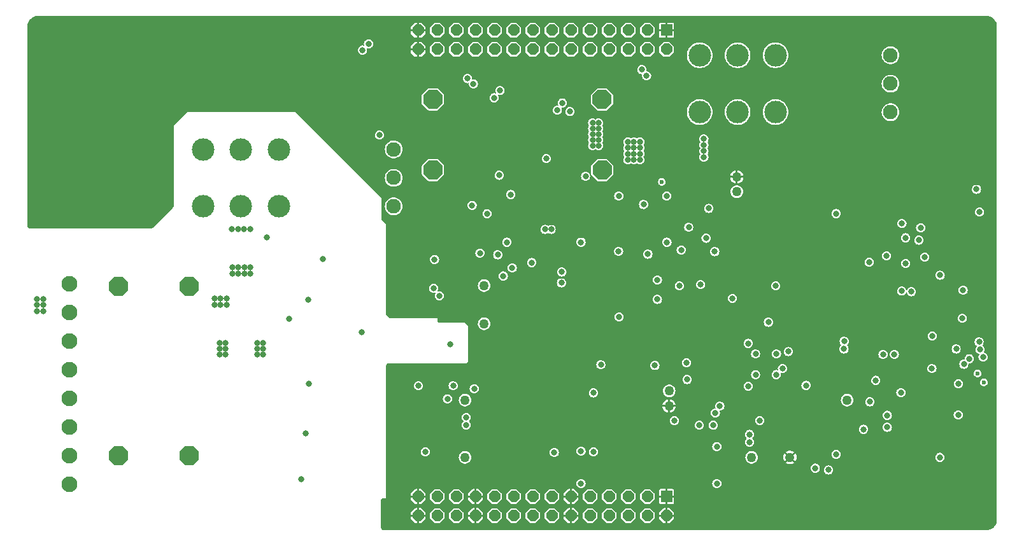
<source format=gbr>
%TF.GenerationSoftware,KiCad,Pcbnew,7.0.10-7.0.10~ubuntu22.04.1*%
%TF.CreationDate,2024-01-07T19:36:59+01:00*%
%TF.ProjectId,EEZ DIB AFE3,45455a20-4449-4422-9041-4645332e6b69,rev?*%
%TF.SameCoordinates,Original*%
%TF.FileFunction,Copper,L2,Inr*%
%TF.FilePolarity,Positive*%
%FSLAX46Y46*%
G04 Gerber Fmt 4.6, Leading zero omitted, Abs format (unit mm)*
G04 Created by KiCad (PCBNEW 7.0.10-7.0.10~ubuntu22.04.1) date 2024-01-07 19:36:59*
%MOMM*%
%LPD*%
G01*
G04 APERTURE LIST*
G04 Aperture macros list*
%AMOutline5P*
0 Free polygon, 5 corners , with rotation*
0 The origin of the aperture is its center*
0 number of corners: always 5*
0 $1 to $10 corner X, Y*
0 $11 Rotation angle, in degrees counterclockwise*
0 create outline with 5 corners*
4,1,5,$1,$2,$3,$4,$5,$6,$7,$8,$9,$10,$1,$2,$11*%
%AMOutline6P*
0 Free polygon, 6 corners , with rotation*
0 The origin of the aperture is its center*
0 number of corners: always 6*
0 $1 to $12 corner X, Y*
0 $13 Rotation angle, in degrees counterclockwise*
0 create outline with 6 corners*
4,1,6,$1,$2,$3,$4,$5,$6,$7,$8,$9,$10,$11,$12,$1,$2,$13*%
%AMOutline7P*
0 Free polygon, 7 corners , with rotation*
0 The origin of the aperture is its center*
0 number of corners: always 7*
0 $1 to $14 corner X, Y*
0 $15 Rotation angle, in degrees counterclockwise*
0 create outline with 7 corners*
4,1,7,$1,$2,$3,$4,$5,$6,$7,$8,$9,$10,$11,$12,$13,$14,$1,$2,$15*%
%AMOutline8P*
0 Free polygon, 8 corners , with rotation*
0 The origin of the aperture is its center*
0 number of corners: always 8*
0 $1 to $16 corner X, Y*
0 $17 Rotation angle, in degrees counterclockwise*
0 create outline with 8 corners*
4,1,8,$1,$2,$3,$4,$5,$6,$7,$8,$9,$10,$11,$12,$13,$14,$15,$16,$1,$2,$17*%
G04 Aperture macros list end*
%TA.AperFunction,ComponentPad*%
%ADD10C,1.270000*%
%TD*%
%TA.AperFunction,ComponentPad*%
%ADD11C,3.000000*%
%TD*%
%TA.AperFunction,ComponentPad*%
%ADD12C,1.950000*%
%TD*%
%TA.AperFunction,ComponentPad*%
%ADD13Outline8P,-1.270000X0.526051X-0.526051X1.270000X0.526051X1.270000X1.270000X0.526051X1.270000X-0.526051X0.526051X-1.270000X-0.526051X-1.270000X-1.270000X-0.526051X270.000000*%
%TD*%
%TA.AperFunction,ComponentPad*%
%ADD14C,2.100000*%
%TD*%
%TA.AperFunction,ComponentPad*%
%ADD15Outline8P,-1.270000X0.526051X-0.526051X1.270000X0.526051X1.270000X1.270000X0.526051X1.270000X-0.526051X0.526051X-1.270000X-0.526051X-1.270000X-1.270000X-0.526051X0.000000*%
%TD*%
%TA.AperFunction,ComponentPad*%
%ADD16Outline8P,-1.270000X0.526051X-0.526051X1.270000X0.526051X1.270000X1.270000X0.526051X1.270000X-0.526051X0.526051X-1.270000X-0.526051X-1.270000X-1.270000X-0.526051X180.000000*%
%TD*%
%TA.AperFunction,ComponentPad*%
%ADD17R,1.500000X1.500000*%
%TD*%
%TA.AperFunction,ComponentPad*%
%ADD18Outline8P,-0.750000X0.310660X-0.310660X0.750000X0.310660X0.750000X0.750000X0.310660X0.750000X-0.310660X0.310660X-0.750000X-0.310660X-0.750000X-0.750000X-0.310660X180.000000*%
%TD*%
%TA.AperFunction,ViaPad*%
%ADD19C,0.806400*%
%TD*%
%TA.AperFunction,ViaPad*%
%ADD20C,0.600000*%
%TD*%
G04 APERTURE END LIST*
D10*
%TO.N,GND*%
%TO.C,JP6*%
X178362100Y-92206700D03*
%TO.N,AIN4N*%
X178362100Y-94206700D03*
%TD*%
%TO.N,-2V5_ISO*%
%TO.C,TP2*%
X180340000Y-129540000D03*
%TD*%
%TO.N,+2V5_ISO*%
%TO.C,TP1*%
X193040000Y-121920000D03*
%TD*%
D11*
%TO.N,Net-(ISEL10A_1-Pad11)*%
%TO.C,ISEL10A_1*%
X112422300Y-96135800D03*
%TO.N,Net-(ISEL10A_1-Pad12)*%
X117462300Y-96135800D03*
%TO.N,Net-(ISEL10A_1-Pad14)*%
X107382300Y-96135800D03*
%TO.N,Net-(F1-Pad1)*%
X112422300Y-88575800D03*
%TO.N,Net-(ISEL10A_1-Pad22)*%
X117462300Y-88575800D03*
%TO.N,unconnected-(ISEL10A_1-Pad24)*%
X107382300Y-88575800D03*
D12*
%TO.N,/Isolated Ch#1\u002C Ch#2/ISEL_R2_OUT*%
X132752300Y-88575800D03*
%TO.N,/Isolated Ch#1\u002C Ch#2/ISEL_S2_OUT*%
X132752300Y-96135800D03*
%TO.N,+5V_ISO*%
X132752300Y-92355800D03*
%TD*%
D11*
%TO.N,Net-(F4-Pad1)*%
%TO.C,ISEL10A_2*%
X178475000Y-83600900D03*
%TO.N,Net-(ISEL10A_2-Pad12)*%
X183515000Y-83600900D03*
%TO.N,unconnected-(ISEL10A_2-Pad14)*%
X173435000Y-83600900D03*
%TO.N,Net-(F4-Pad1)*%
X178475000Y-76040900D03*
%TO.N,Net-(ISEL10A_2-Pad12)*%
X183515000Y-76040900D03*
%TO.N,unconnected-(ISEL10A_2-Pad24)*%
X173435000Y-76040900D03*
D12*
%TO.N,ISEL10A_R4_OUT*%
X198805000Y-76040900D03*
%TO.N,ISEL10A_S4_OUT*%
X198805000Y-83600900D03*
%TO.N,+5V_ISO*%
X198805000Y-79820900D03*
%TD*%
D10*
%TO.N,GND*%
%TO.C,JP5*%
X169357800Y-122705500D03*
%TO.N,IN3N*%
X169357800Y-120705500D03*
%TD*%
D13*
%TO.N,Net-(ISEL1A_1B-COM)*%
%TO.C,F3*%
X160465600Y-91313000D03*
%TO.N,AIN4P*%
X137965600Y-91313000D03*
%TD*%
D14*
%TO.N,AIN1P*%
%TO.C,X3*%
X89600000Y-133085000D03*
%TO.N,AIN1N*%
X89600000Y-129275000D03*
%TO.N,AIN2P*%
X89600000Y-125465000D03*
%TO.N,AIN2N*%
X89600000Y-121655000D03*
%TO.N,AIN3P*%
X89600000Y-117845000D03*
%TO.N,IN3N*%
X89600000Y-114035000D03*
%TO.N,AIN4P*%
X89600000Y-110225000D03*
%TO.N,AIN4N*%
X89600000Y-106415000D03*
%TD*%
D10*
%TO.N,GND*%
%TO.C,GND1*%
X185420000Y-129540000D03*
%TD*%
D15*
%TO.N,Net-(F1-Pad1)*%
%TO.C,F1*%
X96139000Y-106807000D03*
%TO.N,AIN2P*%
X96139000Y-129307000D03*
%TD*%
D13*
%TO.N,Net-(F4-Pad1)*%
%TO.C,F4*%
X160452900Y-81916400D03*
%TO.N,AIN4P*%
X137952900Y-81916400D03*
%TD*%
D16*
%TO.N,Net-(F1-Pad1)*%
%TO.C,F2*%
X105578400Y-129323300D03*
%TO.N,Net-(F2-Pad2)*%
X105578400Y-106823300D03*
%TD*%
D10*
%TO.N,IN1N*%
%TO.C,IN1N1*%
X142240000Y-129540000D03*
%TD*%
D17*
%TO.N,GND*%
%TO.C,X2*%
X169020000Y-72713600D03*
D18*
%TO.N,unconnected-(X2-Pin_2-Pad2)*%
X169020000Y-75253600D03*
%TO.N,/Isolated Ch#1\u002C Ch#2/DIAG#1*%
X166480000Y-72713600D03*
%TO.N,/Isolated Ch#1\u002C Ch#2/DIAG#2*%
X166480000Y-75253600D03*
%TO.N,/Isolated Ch#1\u002C Ch#2/USEL#1*%
X163940000Y-72713600D03*
%TO.N,/Isolated Ch#1\u002C Ch#2/ISEL_S#2*%
X163940000Y-75253600D03*
%TO.N,unconnected-(X2-Pin_7-Pad7)*%
X161400000Y-72713600D03*
%TO.N,/Isolated Ch#1\u002C Ch#2/ISEL_R#2*%
X161400000Y-75253600D03*
%TO.N,USEL100#3*%
X158860000Y-72713600D03*
%TO.N,unconnected-(X2-Pin_10-Pad10)*%
X158860000Y-75253600D03*
%TO.N,USEL1#3*%
X156320000Y-72713600D03*
%TO.N,unconnected-(X2-Pin_12-Pad12)*%
X156320000Y-75253600D03*
%TO.N,USEL20#3*%
X153780000Y-72713600D03*
%TO.N,unconnected-(X2-Pin_14-Pad14)*%
X153780000Y-75253600D03*
%TO.N,unconnected-(X2-Pin_15-Pad15)*%
X151240000Y-72713600D03*
%TO.N,/Isolated Ch#1\u002C Ch#2/ISEL_S#4*%
X151240000Y-75253600D03*
%TO.N,unconnected-(X2-Pin_17-Pad17)*%
X148700000Y-72713600D03*
%TO.N,/Isolated Ch#1\u002C Ch#2/ISEL_R#4*%
X148700000Y-75253600D03*
%TO.N,unconnected-(X2-Pin_19-Pad19)*%
X146160000Y-72713600D03*
%TO.N,/Isolated Ch#1\u002C Ch#2/ISEL10_S#4*%
X146160000Y-75253600D03*
%TO.N,unconnected-(X2-Pin_21-Pad21)*%
X143620000Y-72713600D03*
%TO.N,/Isolated Ch#1\u002C Ch#2/ISEL10_R#4*%
X143620000Y-75253600D03*
%TO.N,ISEL_LOW#4*%
X141080000Y-72713600D03*
%TO.N,ISEL_MID#4*%
X141080000Y-75253600D03*
%TO.N,unconnected-(X2-Pin_25-Pad25)*%
X138540000Y-72713600D03*
%TO.N,unconnected-(X2-Pin_26-Pad26)*%
X138540000Y-75253600D03*
%TO.N,GND*%
X136000000Y-72713600D03*
X136000000Y-75253600D03*
%TD*%
D10*
%TO.N,IN1P*%
%TO.C,IN1P1*%
X142240000Y-121920000D03*
%TD*%
%TO.N,IN2N*%
%TO.C,IN2N1*%
X144780000Y-106680000D03*
%TD*%
%TO.N,IN2P*%
%TO.C,IN2P1*%
X144780000Y-111760000D03*
%TD*%
D17*
%TO.N,GND*%
%TO.C,X1*%
X169020000Y-134753600D03*
D18*
X169020000Y-137293600D03*
%TO.N,ADC_MOSI*%
X166480000Y-134753600D03*
%TO.N,unconnected-(X1-Pin_4-Pad4)*%
X166480000Y-137293600D03*
%TO.N,~{ADC_CS}*%
X163940000Y-134753600D03*
%TO.N,ADC_SCK*%
X163940000Y-137293600D03*
%TO.N,~{ADC_DRDY}*%
X161400000Y-134753600D03*
%TO.N,ADC_MISO*%
X161400000Y-137293600D03*
%TO.N,~{RESET}*%
X158860000Y-134753600D03*
%TO.N,ADC_START*%
X158860000Y-137293600D03*
%TO.N,GND*%
X156320000Y-134753600D03*
X156320000Y-137293600D03*
%TO.N,+3V3_ISO*%
X153780000Y-134753600D03*
%TO.N,AFE_CLK*%
X153780000Y-137293600D03*
%TO.N,-5V_ISO*%
X151240000Y-134753600D03*
%TO.N,+5V_ISO*%
X151240000Y-137293600D03*
%TO.N,unconnected-(X1-Pin_17-Pad17)*%
X148700000Y-134753600D03*
%TO.N,unconnected-(X1-Pin_18-Pad18)*%
X148700000Y-137293600D03*
%TO.N,-15V_ISO*%
X146160000Y-134753600D03*
%TO.N,+15V_ISO*%
X146160000Y-137293600D03*
%TO.N,GND*%
X143620000Y-134753600D03*
X143620000Y-137293600D03*
%TO.N,Net-(X1-Pin_23)*%
X141080000Y-134753600D03*
%TO.N,Net-(X1-Pin_24)*%
X141080000Y-137293600D03*
%TO.N,Net-(X1-Pin_25)*%
X138540000Y-134753600D03*
%TO.N,Net-(X1-Pin_26)*%
X138540000Y-137293600D03*
%TO.N,GND*%
X136000000Y-134753600D03*
X136000000Y-137293600D03*
%TD*%
D19*
%TO.N,Net-(IC2-DCDC_HGND)*%
X121402600Y-108586400D03*
X123333000Y-103112700D03*
X118811800Y-111113700D03*
%TO.N,Net-(IC8-AVDD)*%
X203361101Y-102904099D03*
X198275700Y-102719000D03*
X198374000Y-123952000D03*
X196840600Y-119292500D03*
X200307700Y-107405300D03*
%TO.N,/Voltage/current  ADC/AVSS*%
X201577700Y-107506900D03*
X200803000Y-100331400D03*
X199317100Y-115838100D03*
X202809600Y-98997900D03*
X202565000Y-100647500D03*
X197805800Y-115850800D03*
X205359000Y-129540000D03*
X200815700Y-103747700D03*
X195964300Y-103569900D03*
X204308200Y-117730400D03*
X200180700Y-120930800D03*
X198374000Y-125539500D03*
%TO.N,Net-(IC8-VREFP)*%
X200320400Y-98426400D03*
X196065900Y-122150000D03*
%TO.N,Net-(D3-A)*%
X179886100Y-120067200D03*
X187569600Y-119965600D03*
%TO.N,Net-(IC6B-S)*%
X151082500Y-103620700D03*
X174641000Y-96419800D03*
X166551100Y-102503100D03*
X174272700Y-100382200D03*
X183543700Y-106719500D03*
%TO.N,Net-(D10-A)*%
X179873400Y-114377600D03*
X185207400Y-115469800D03*
%TO.N,Net-(F2-Pad2)*%
X112042700Y-99213800D03*
X113681000Y-99213800D03*
X112855500Y-99213800D03*
X111217200Y-99213800D03*
%TO.N,Net-(ISEL1A_1B-COM)*%
X153686000Y-99213800D03*
X152873200Y-99213800D03*
%TO.N,/Isolated Ch#1\u002C Ch#2/DIAG#1*%
X143183100Y-96013400D03*
X140652500Y-120015000D03*
X136045700Y-120016400D03*
%TO.N,/Isolated Ch#1\u002C Ch#2/ISEL_S2_OUT*%
X130851400Y-86653500D03*
%TO.N,/Isolated Ch#1\u002C Ch#2/DIAG#2*%
X144211800Y-102376100D03*
X138179300Y-103214300D03*
%TO.N,Net-(IC4A-S)*%
X170069000Y-124651900D03*
X160290000Y-117222400D03*
D20*
%TO.N,Net-(IC6C-D)*%
X168402000Y-92900500D03*
D19*
X170970700Y-101957000D03*
%TO.N,Net-(IC4B-S)*%
X167478200Y-117311300D03*
X175517300Y-123623200D03*
%TO.N,Net-(IC8-~{PWDN})*%
X207534000Y-115126900D03*
X207838800Y-119737000D03*
%TO.N,Net-(IC8-CLK)*%
X204346300Y-113387000D03*
X208359500Y-111037500D03*
%TO.N,Net-(X1-Pin_23)*%
X145164300Y-97118300D03*
%TO.N,/Isolated Ch#1\u002C Ch#2/USEL#1*%
X136947400Y-128804800D03*
%TO.N,Net-(X1-Pin_24)*%
X162652200Y-102147500D03*
X146576200Y-102592000D03*
%TO.N,GND*%
X139246100Y-103100000D03*
X180022500Y-121602500D03*
X169078400Y-110707300D03*
X175047400Y-105640000D03*
X195037200Y-119343300D03*
X202606400Y-110783500D03*
X210074000Y-105119300D03*
X203419200Y-112409100D03*
X185067700Y-112383700D03*
X132870700Y-72658100D03*
X170411900Y-126074300D03*
X207899000Y-104408100D03*
X138430000Y-109728000D03*
X203419200Y-110783500D03*
X194516500Y-130595500D03*
X182181500Y-125730000D03*
X135486900Y-129681100D03*
X202936600Y-77724000D03*
X155883100Y-119533800D03*
X202606400Y-111596300D03*
X141224000Y-109537500D03*
X202606400Y-112409100D03*
X178244500Y-130619500D03*
X195100700Y-128385700D03*
X196548500Y-101017200D03*
X203419200Y-111596300D03*
X136398000Y-118644800D03*
X210201000Y-107316400D03*
X194818000Y-101219000D03*
X133670800Y-72658100D03*
X138725400Y-125807600D03*
X176761900Y-110326300D03*
X132070600Y-72658100D03*
X174844200Y-107570400D03*
X202580996Y-131967104D03*
X197412100Y-100026600D03*
X200088500Y-129349500D03*
%TO.N,+15V_ISO*%
X175225200Y-125261500D03*
X167808400Y-105932100D03*
%TO.N,-15V_ISO*%
X167808400Y-108522900D03*
X173383700Y-125261500D03*
%TO.N,+3V3_ISO*%
X147320002Y-105410000D03*
X154105100Y-128893700D03*
X208461100Y-107303700D03*
X207800700Y-123902600D03*
X205400400Y-105309800D03*
X139893800Y-121756300D03*
%TO.N,+5V_ISO*%
X175707800Y-128106300D03*
X169078400Y-100915600D03*
X157661100Y-100915600D03*
X191570100Y-129135000D03*
X210645500Y-96901000D03*
X157661100Y-133021200D03*
X175707800Y-133021200D03*
X147780500Y-100915600D03*
X191570100Y-97105600D03*
X157661100Y-128703200D03*
%TO.N,+2V5_ISO*%
X195215000Y-125807600D03*
X175441100Y-102160200D03*
X181422800Y-124639200D03*
%TO.N,-2V5_ISO*%
X177790600Y-108383200D03*
X182565800Y-111558200D03*
X188801500Y-130976500D03*
X210239100Y-93879800D03*
%TO.N,-5V_ISO*%
X190554100Y-131217800D03*
%TO.N,IN1P*%
X180051200Y-126493400D03*
X142395700Y-124220100D03*
%TO.N,IN1N*%
X180063900Y-127509400D03*
X142383000Y-125236100D03*
%TO.N,IN2P*%
X192624200Y-115126900D03*
X138065000Y-107049700D03*
%TO.N,IN2N*%
X192636900Y-114098200D03*
X138814300Y-108040300D03*
%TO.N,IN3P*%
X180864000Y-118530500D03*
X176114200Y-122721500D03*
X183594500Y-118530500D03*
%TO.N,IN4N*%
X162664900Y-94768800D03*
X169040300Y-94768800D03*
X173561500Y-106554400D03*
%TO.N,ISEL10A_S4_OUT*%
X128603500Y-75350500D03*
X166373300Y-78779500D03*
X143348200Y-79846300D03*
%TO.N,ISEL10A_R4_OUT*%
X165751000Y-77954000D03*
X142573500Y-79135100D03*
X129403600Y-74537700D03*
%TO.N,ISEL_S4_OUT*%
X148313900Y-94565600D03*
X155044900Y-106325800D03*
%TO.N,ISEL_R4_OUT*%
X146789900Y-92000200D03*
X148517100Y-104330500D03*
%TO.N,IN4P*%
X180864000Y-115774600D03*
X170723050Y-106725850D03*
X183645300Y-115774600D03*
%TO.N,ISEL_MID#4*%
X146091400Y-81700500D03*
X158258000Y-92139900D03*
X171974000Y-98934400D03*
X165966900Y-95899100D03*
%TO.N,~{RESET}*%
X208550000Y-117146200D03*
D20*
%TO.N,~{ADC_CS}*%
X210390999Y-118379499D03*
%TO.N,ADC_MOSI*%
X211201000Y-119570500D03*
D19*
%TO.N,ADC_MISO*%
X210696300Y-115190400D03*
%TO.N,~{ADC_DRDY}*%
X210582000Y-114174400D03*
%TO.N,ADC_START*%
X209261200Y-116422300D03*
%TO.N,ADC_SCK*%
X211102700Y-116206400D03*
%TO.N,USEL1#3*%
X159299400Y-120968900D03*
X159299400Y-128804800D03*
X154511500Y-83351500D03*
%TO.N,USEL20#3*%
X171770800Y-119190900D03*
X155159200Y-82386300D03*
%TO.N,USEL100#3*%
X156187900Y-83529300D03*
X162715700Y-110859700D03*
%TO.N,ISEL_LOW#4*%
X153038300Y-89790400D03*
X155108400Y-104878000D03*
X146891500Y-80735300D03*
%TO.N,Net-(ISEL10A_1-Pad11)*%
X115903500Y-100280600D03*
%TO.N,Net-(ISEL10A_1-Pad22)*%
X110518700Y-109208700D03*
X110518700Y-108408600D03*
X109705900Y-108408600D03*
X109705900Y-109208700D03*
X112093500Y-105081200D03*
X111293400Y-104281100D03*
X112093500Y-104281100D03*
X108905800Y-109208700D03*
X111293400Y-105081200D03*
X112893600Y-104281100D03*
X112893600Y-105081200D03*
X113693700Y-104281100D03*
X113693700Y-105081200D03*
X108905800Y-108408600D03*
%TO.N,Net-(ISEL10A_2-Pad12)*%
X173990000Y-88799800D03*
X173990000Y-87174200D03*
X173990000Y-89612600D03*
X173990000Y-87987000D03*
%TO.N,AIN1N*%
X121088100Y-126369400D03*
X120488200Y-132487800D03*
X121466100Y-119724300D03*
%TO.N,AIN4N*%
X159997900Y-87313900D03*
X165484300Y-88355300D03*
X163884100Y-87567900D03*
X159197800Y-85802600D03*
X159997900Y-86539200D03*
X165484300Y-89155400D03*
X159197800Y-86551900D03*
X159197800Y-88050500D03*
X163884100Y-89168100D03*
X164684200Y-88355300D03*
X159997900Y-85053300D03*
X164684200Y-87567900D03*
X163884100Y-88368000D03*
X163884100Y-89955500D03*
X165484300Y-89955500D03*
X159997900Y-88050500D03*
X159197800Y-87301200D03*
X165484300Y-87567900D03*
X159997900Y-85802600D03*
X164684200Y-89955500D03*
X164684200Y-89155400D03*
X159197800Y-85053300D03*
%TO.N,AIN4P*%
X85309200Y-110097700D03*
X85309200Y-108472100D03*
X85309200Y-109284900D03*
X86122000Y-110097700D03*
X86122000Y-109284900D03*
X86122000Y-108472100D03*
%TO.N,AIN2N*%
X114608100Y-115076100D03*
X114608100Y-114314100D03*
X109617000Y-115888900D03*
X115370100Y-114314100D03*
X109617000Y-115088800D03*
X110417100Y-114301400D03*
X110417100Y-115888900D03*
X110417100Y-115088800D03*
X115370100Y-115838100D03*
X109617000Y-114301400D03*
X115370100Y-115076100D03*
X114608100Y-115838100D03*
%TO.N,IN3N*%
X171681900Y-116943000D03*
X143449800Y-120410100D03*
X128501900Y-112891700D03*
X184432700Y-117730400D03*
%TO.N,AIN3P*%
X140224000Y-114504600D03*
%TD*%
%TA.AperFunction,Conductor*%
%TO.N,GND*%
G36*
X211603056Y-70805053D02*
G01*
X211808172Y-70821197D01*
X211815889Y-70822419D01*
X212014060Y-70869995D01*
X212021489Y-70872408D01*
X212209777Y-70950400D01*
X212216736Y-70953947D01*
X212390507Y-71060434D01*
X212396829Y-71065027D01*
X212551794Y-71197379D01*
X212557320Y-71202905D01*
X212689672Y-71357870D01*
X212694265Y-71364192D01*
X212800752Y-71537963D01*
X212804300Y-71544925D01*
X212882289Y-71733206D01*
X212884704Y-71740639D01*
X212932280Y-71938810D01*
X212933502Y-71946527D01*
X212949646Y-72151642D01*
X212949800Y-72155550D01*
X212949800Y-137851649D01*
X212949646Y-137855557D01*
X212933502Y-138060672D01*
X212932280Y-138068389D01*
X212884704Y-138266560D01*
X212882289Y-138273993D01*
X212804300Y-138462274D01*
X212800752Y-138469236D01*
X212694265Y-138643007D01*
X212689672Y-138649329D01*
X212557320Y-138804294D01*
X212551794Y-138809820D01*
X212396829Y-138942172D01*
X212390507Y-138946765D01*
X212216736Y-139053252D01*
X212209774Y-139056800D01*
X212021493Y-139134789D01*
X212014060Y-139137204D01*
X211815889Y-139184780D01*
X211808172Y-139186002D01*
X211625763Y-139200358D01*
X211603055Y-139202146D01*
X211599150Y-139202300D01*
X131322293Y-139202300D01*
X131303205Y-139198496D01*
X131277465Y-139187812D01*
X131266204Y-139181297D01*
X131171303Y-139108297D01*
X131162109Y-139099076D01*
X131129782Y-139056800D01*
X131089384Y-139003970D01*
X131082898Y-138992684D01*
X131037319Y-138881974D01*
X131033981Y-138869397D01*
X131018244Y-138747378D01*
X131017836Y-138740871D01*
X131018378Y-138552630D01*
X131021031Y-137629280D01*
X134996000Y-137629280D01*
X135010736Y-137703365D01*
X135010737Y-137703367D01*
X135052700Y-137766170D01*
X135052703Y-137766173D01*
X135527424Y-138240895D01*
X135527426Y-138240896D01*
X135590232Y-138282862D01*
X135590234Y-138282863D01*
X135664320Y-138297599D01*
X135664327Y-138297600D01*
X135873000Y-138297600D01*
X135873000Y-137780481D01*
X135964237Y-137793600D01*
X136035763Y-137793600D01*
X136127000Y-137780481D01*
X136127000Y-138297600D01*
X136335673Y-138297600D01*
X136335680Y-138297599D01*
X136409765Y-138282863D01*
X136409767Y-138282862D01*
X136472570Y-138240899D01*
X136472573Y-138240896D01*
X136947295Y-137766175D01*
X136947296Y-137766173D01*
X136989262Y-137703367D01*
X136989263Y-137703365D01*
X137003999Y-137629279D01*
X137004000Y-137629273D01*
X137004000Y-137624325D01*
X137586299Y-137624325D01*
X137598118Y-137683740D01*
X137631771Y-137734107D01*
X137631773Y-137734109D01*
X138099491Y-138201826D01*
X138099494Y-138201829D01*
X138149858Y-138235481D01*
X138149860Y-138235482D01*
X138209275Y-138247300D01*
X138870725Y-138247301D01*
X138930140Y-138235482D01*
X138968087Y-138210125D01*
X138980507Y-138201828D01*
X138980507Y-138201827D01*
X138980511Y-138201825D01*
X139448226Y-137734109D01*
X139481882Y-137683740D01*
X139493700Y-137624325D01*
X140126299Y-137624325D01*
X140138118Y-137683740D01*
X140171771Y-137734107D01*
X140171773Y-137734109D01*
X140639491Y-138201826D01*
X140639494Y-138201829D01*
X140689858Y-138235481D01*
X140689860Y-138235482D01*
X140749275Y-138247300D01*
X141410725Y-138247301D01*
X141470140Y-138235482D01*
X141508087Y-138210125D01*
X141520507Y-138201828D01*
X141520507Y-138201827D01*
X141520511Y-138201825D01*
X141988226Y-137734109D01*
X142021882Y-137683740D01*
X142032714Y-137629280D01*
X142616000Y-137629280D01*
X142630736Y-137703365D01*
X142630737Y-137703367D01*
X142672700Y-137766170D01*
X142672703Y-137766173D01*
X143147424Y-138240895D01*
X143147426Y-138240896D01*
X143210232Y-138282862D01*
X143210234Y-138282863D01*
X143284320Y-138297599D01*
X143284327Y-138297600D01*
X143493000Y-138297600D01*
X143493000Y-137780481D01*
X143584237Y-137793600D01*
X143655763Y-137793600D01*
X143747000Y-137780481D01*
X143747000Y-138297600D01*
X143955673Y-138297600D01*
X143955680Y-138297599D01*
X144029765Y-138282863D01*
X144029767Y-138282862D01*
X144092570Y-138240899D01*
X144092573Y-138240896D01*
X144567295Y-137766175D01*
X144567296Y-137766173D01*
X144609262Y-137703367D01*
X144609263Y-137703365D01*
X144623999Y-137629279D01*
X144624000Y-137629273D01*
X144624000Y-137624325D01*
X145206299Y-137624325D01*
X145218118Y-137683740D01*
X145251771Y-137734107D01*
X145251773Y-137734109D01*
X145719491Y-138201826D01*
X145719494Y-138201829D01*
X145769858Y-138235481D01*
X145769860Y-138235482D01*
X145829275Y-138247300D01*
X146490725Y-138247301D01*
X146550140Y-138235482D01*
X146588087Y-138210125D01*
X146600507Y-138201828D01*
X146600507Y-138201827D01*
X146600511Y-138201825D01*
X147068226Y-137734109D01*
X147101882Y-137683740D01*
X147113700Y-137624325D01*
X147746299Y-137624325D01*
X147758118Y-137683740D01*
X147791771Y-137734107D01*
X147791773Y-137734109D01*
X148259491Y-138201826D01*
X148259494Y-138201829D01*
X148309858Y-138235481D01*
X148309860Y-138235482D01*
X148369275Y-138247300D01*
X149030725Y-138247301D01*
X149090140Y-138235482D01*
X149128087Y-138210125D01*
X149140507Y-138201828D01*
X149140507Y-138201827D01*
X149140511Y-138201825D01*
X149608226Y-137734109D01*
X149641882Y-137683740D01*
X149653700Y-137624325D01*
X150286299Y-137624325D01*
X150298118Y-137683740D01*
X150331771Y-137734107D01*
X150331773Y-137734109D01*
X150799491Y-138201826D01*
X150799494Y-138201829D01*
X150849858Y-138235481D01*
X150849860Y-138235482D01*
X150909275Y-138247300D01*
X151570725Y-138247301D01*
X151630140Y-138235482D01*
X151668087Y-138210125D01*
X151680507Y-138201828D01*
X151680507Y-138201827D01*
X151680511Y-138201825D01*
X152148226Y-137734109D01*
X152181882Y-137683740D01*
X152193700Y-137624325D01*
X152826299Y-137624325D01*
X152838118Y-137683740D01*
X152871771Y-137734107D01*
X152871773Y-137734109D01*
X153339491Y-138201826D01*
X153339494Y-138201829D01*
X153389858Y-138235481D01*
X153389860Y-138235482D01*
X153449275Y-138247300D01*
X154110725Y-138247301D01*
X154170140Y-138235482D01*
X154208087Y-138210125D01*
X154220507Y-138201828D01*
X154220507Y-138201827D01*
X154220511Y-138201825D01*
X154688226Y-137734109D01*
X154721882Y-137683740D01*
X154732714Y-137629280D01*
X155316000Y-137629280D01*
X155330736Y-137703365D01*
X155330737Y-137703367D01*
X155372700Y-137766170D01*
X155372703Y-137766173D01*
X155847424Y-138240895D01*
X155847426Y-138240896D01*
X155910232Y-138282862D01*
X155910234Y-138282863D01*
X155984320Y-138297599D01*
X155984327Y-138297600D01*
X156193000Y-138297600D01*
X156193000Y-137780481D01*
X156284237Y-137793600D01*
X156355763Y-137793600D01*
X156447000Y-137780481D01*
X156447000Y-138297600D01*
X156655673Y-138297600D01*
X156655680Y-138297599D01*
X156729765Y-138282863D01*
X156729767Y-138282862D01*
X156792570Y-138240899D01*
X156792573Y-138240896D01*
X157267295Y-137766175D01*
X157267296Y-137766173D01*
X157309262Y-137703367D01*
X157309263Y-137703365D01*
X157323999Y-137629279D01*
X157324000Y-137629273D01*
X157324000Y-137624325D01*
X157906299Y-137624325D01*
X157918118Y-137683740D01*
X157951771Y-137734107D01*
X157951773Y-137734109D01*
X158419491Y-138201826D01*
X158419494Y-138201829D01*
X158469858Y-138235481D01*
X158469860Y-138235482D01*
X158529275Y-138247300D01*
X159190725Y-138247301D01*
X159250140Y-138235482D01*
X159288087Y-138210125D01*
X159300507Y-138201828D01*
X159300507Y-138201827D01*
X159300511Y-138201825D01*
X159768226Y-137734109D01*
X159801882Y-137683740D01*
X159813700Y-137624325D01*
X160446299Y-137624325D01*
X160458118Y-137683740D01*
X160491771Y-137734107D01*
X160491773Y-137734109D01*
X160959491Y-138201826D01*
X160959494Y-138201829D01*
X161009858Y-138235481D01*
X161009860Y-138235482D01*
X161069275Y-138247300D01*
X161730725Y-138247301D01*
X161790140Y-138235482D01*
X161828087Y-138210125D01*
X161840507Y-138201828D01*
X161840507Y-138201827D01*
X161840511Y-138201825D01*
X162308226Y-137734109D01*
X162341882Y-137683740D01*
X162353700Y-137624325D01*
X162986299Y-137624325D01*
X162998118Y-137683740D01*
X163031771Y-137734107D01*
X163031773Y-137734109D01*
X163499491Y-138201826D01*
X163499494Y-138201829D01*
X163549858Y-138235481D01*
X163549860Y-138235482D01*
X163609275Y-138247300D01*
X164270725Y-138247301D01*
X164330140Y-138235482D01*
X164368087Y-138210125D01*
X164380507Y-138201828D01*
X164380507Y-138201827D01*
X164380511Y-138201825D01*
X164848226Y-137734109D01*
X164881882Y-137683740D01*
X164893700Y-137624325D01*
X165526299Y-137624325D01*
X165538118Y-137683740D01*
X165571771Y-137734107D01*
X165571773Y-137734109D01*
X166039491Y-138201826D01*
X166039494Y-138201829D01*
X166089858Y-138235481D01*
X166089860Y-138235482D01*
X166149275Y-138247300D01*
X166810725Y-138247301D01*
X166870140Y-138235482D01*
X166908087Y-138210125D01*
X166920507Y-138201828D01*
X166920507Y-138201827D01*
X166920511Y-138201825D01*
X167388226Y-137734109D01*
X167421882Y-137683740D01*
X167432714Y-137629280D01*
X168016000Y-137629280D01*
X168030736Y-137703365D01*
X168030737Y-137703367D01*
X168072700Y-137766170D01*
X168072703Y-137766173D01*
X168547424Y-138240895D01*
X168547426Y-138240896D01*
X168610232Y-138282862D01*
X168610234Y-138282863D01*
X168684320Y-138297599D01*
X168684327Y-138297600D01*
X168893000Y-138297600D01*
X168893000Y-137780481D01*
X168984237Y-137793600D01*
X169055763Y-137793600D01*
X169147000Y-137780481D01*
X169147000Y-138297600D01*
X169355673Y-138297600D01*
X169355680Y-138297599D01*
X169429765Y-138282863D01*
X169429767Y-138282862D01*
X169492570Y-138240899D01*
X169492573Y-138240896D01*
X169967295Y-137766175D01*
X169967296Y-137766173D01*
X170009262Y-137703367D01*
X170009263Y-137703365D01*
X170023999Y-137629279D01*
X170024000Y-137629273D01*
X170024000Y-137420600D01*
X169503818Y-137420600D01*
X169520000Y-137365489D01*
X169520000Y-137221711D01*
X169503818Y-137166600D01*
X170024000Y-137166600D01*
X170024000Y-136957926D01*
X170023999Y-136957919D01*
X170009263Y-136883834D01*
X170009262Y-136883832D01*
X169967299Y-136821029D01*
X169967296Y-136821026D01*
X169492575Y-136346304D01*
X169492573Y-136346303D01*
X169429767Y-136304337D01*
X169429765Y-136304336D01*
X169355679Y-136289600D01*
X169147000Y-136289600D01*
X169147000Y-136806718D01*
X169055763Y-136793600D01*
X168984237Y-136793600D01*
X168893000Y-136806718D01*
X168893000Y-136289600D01*
X168684319Y-136289600D01*
X168610234Y-136304336D01*
X168610232Y-136304337D01*
X168547429Y-136346300D01*
X168547426Y-136346303D01*
X168072704Y-136821024D01*
X168072703Y-136821026D01*
X168030737Y-136883832D01*
X168030736Y-136883834D01*
X168016000Y-136957920D01*
X168016000Y-137166600D01*
X168536182Y-137166600D01*
X168520000Y-137221711D01*
X168520000Y-137365489D01*
X168536182Y-137420600D01*
X168016000Y-137420600D01*
X168016000Y-137629280D01*
X167432714Y-137629280D01*
X167433700Y-137624325D01*
X167433701Y-136962875D01*
X167421882Y-136903460D01*
X167408767Y-136883832D01*
X167388228Y-136853092D01*
X167388226Y-136853090D01*
X166920508Y-136385373D01*
X166920505Y-136385370D01*
X166870141Y-136351718D01*
X166870139Y-136351717D01*
X166810727Y-136339900D01*
X166810720Y-136339899D01*
X166149274Y-136339899D01*
X166089859Y-136351718D01*
X166039492Y-136385371D01*
X166039490Y-136385373D01*
X165571773Y-136853091D01*
X165571770Y-136853094D01*
X165538118Y-136903458D01*
X165538117Y-136903460D01*
X165526300Y-136962872D01*
X165526299Y-136962879D01*
X165526299Y-137624325D01*
X164893700Y-137624325D01*
X164893701Y-136962875D01*
X164881882Y-136903460D01*
X164868767Y-136883832D01*
X164848228Y-136853092D01*
X164848226Y-136853090D01*
X164380508Y-136385373D01*
X164380505Y-136385370D01*
X164330141Y-136351718D01*
X164330139Y-136351717D01*
X164270727Y-136339900D01*
X164270720Y-136339899D01*
X163609274Y-136339899D01*
X163549859Y-136351718D01*
X163499492Y-136385371D01*
X163499490Y-136385373D01*
X163031773Y-136853091D01*
X163031770Y-136853094D01*
X162998118Y-136903458D01*
X162998117Y-136903460D01*
X162986300Y-136962872D01*
X162986299Y-136962879D01*
X162986299Y-137624325D01*
X162353700Y-137624325D01*
X162353701Y-136962875D01*
X162341882Y-136903460D01*
X162328767Y-136883832D01*
X162308228Y-136853092D01*
X162308226Y-136853090D01*
X161840508Y-136385373D01*
X161840505Y-136385370D01*
X161790141Y-136351718D01*
X161790139Y-136351717D01*
X161730727Y-136339900D01*
X161730720Y-136339899D01*
X161069274Y-136339899D01*
X161009859Y-136351718D01*
X160959492Y-136385371D01*
X160959490Y-136385373D01*
X160491773Y-136853091D01*
X160491770Y-136853094D01*
X160458118Y-136903458D01*
X160458117Y-136903460D01*
X160446300Y-136962872D01*
X160446299Y-136962879D01*
X160446299Y-137624325D01*
X159813700Y-137624325D01*
X159813701Y-136962875D01*
X159801882Y-136903460D01*
X159788767Y-136883832D01*
X159768228Y-136853092D01*
X159768226Y-136853090D01*
X159300508Y-136385373D01*
X159300505Y-136385370D01*
X159250141Y-136351718D01*
X159250139Y-136351717D01*
X159190727Y-136339900D01*
X159190720Y-136339899D01*
X158529274Y-136339899D01*
X158469859Y-136351718D01*
X158419492Y-136385371D01*
X158419490Y-136385373D01*
X157951773Y-136853091D01*
X157951770Y-136853094D01*
X157918118Y-136903458D01*
X157918117Y-136903460D01*
X157906300Y-136962872D01*
X157906299Y-136962879D01*
X157906299Y-137624325D01*
X157324000Y-137624325D01*
X157324000Y-137420600D01*
X156803818Y-137420600D01*
X156820000Y-137365489D01*
X156820000Y-137221711D01*
X156803818Y-137166600D01*
X157324000Y-137166600D01*
X157324000Y-136957926D01*
X157323999Y-136957919D01*
X157309263Y-136883834D01*
X157309262Y-136883832D01*
X157267299Y-136821029D01*
X157267296Y-136821026D01*
X156792575Y-136346304D01*
X156792573Y-136346303D01*
X156729767Y-136304337D01*
X156729765Y-136304336D01*
X156655679Y-136289600D01*
X156447000Y-136289600D01*
X156447000Y-136806718D01*
X156355763Y-136793600D01*
X156284237Y-136793600D01*
X156193000Y-136806718D01*
X156193000Y-136289600D01*
X155984319Y-136289600D01*
X155910234Y-136304336D01*
X155910232Y-136304337D01*
X155847429Y-136346300D01*
X155847426Y-136346303D01*
X155372704Y-136821024D01*
X155372703Y-136821026D01*
X155330737Y-136883832D01*
X155330736Y-136883834D01*
X155316000Y-136957920D01*
X155316000Y-137166600D01*
X155836182Y-137166600D01*
X155820000Y-137221711D01*
X155820000Y-137365489D01*
X155836182Y-137420600D01*
X155316000Y-137420600D01*
X155316000Y-137629280D01*
X154732714Y-137629280D01*
X154733700Y-137624325D01*
X154733701Y-136962875D01*
X154721882Y-136903460D01*
X154708767Y-136883832D01*
X154688228Y-136853092D01*
X154688226Y-136853090D01*
X154220508Y-136385373D01*
X154220505Y-136385370D01*
X154170141Y-136351718D01*
X154170139Y-136351717D01*
X154110727Y-136339900D01*
X154110720Y-136339899D01*
X153449274Y-136339899D01*
X153389859Y-136351718D01*
X153339492Y-136385371D01*
X153339490Y-136385373D01*
X152871773Y-136853091D01*
X152871770Y-136853094D01*
X152838118Y-136903458D01*
X152838117Y-136903460D01*
X152826300Y-136962872D01*
X152826299Y-136962879D01*
X152826299Y-137624325D01*
X152193700Y-137624325D01*
X152193701Y-136962875D01*
X152181882Y-136903460D01*
X152168767Y-136883832D01*
X152148228Y-136853092D01*
X152148226Y-136853090D01*
X151680508Y-136385373D01*
X151680505Y-136385370D01*
X151630141Y-136351718D01*
X151630139Y-136351717D01*
X151570727Y-136339900D01*
X151570720Y-136339899D01*
X150909274Y-136339899D01*
X150849859Y-136351718D01*
X150799492Y-136385371D01*
X150799490Y-136385373D01*
X150331773Y-136853091D01*
X150331770Y-136853094D01*
X150298118Y-136903458D01*
X150298117Y-136903460D01*
X150286300Y-136962872D01*
X150286299Y-136962879D01*
X150286299Y-137624325D01*
X149653700Y-137624325D01*
X149653701Y-136962875D01*
X149641882Y-136903460D01*
X149628767Y-136883832D01*
X149608228Y-136853092D01*
X149608226Y-136853090D01*
X149140508Y-136385373D01*
X149140505Y-136385370D01*
X149090141Y-136351718D01*
X149090139Y-136351717D01*
X149030727Y-136339900D01*
X149030720Y-136339899D01*
X148369274Y-136339899D01*
X148309859Y-136351718D01*
X148259492Y-136385371D01*
X148259490Y-136385373D01*
X147791773Y-136853091D01*
X147791770Y-136853094D01*
X147758118Y-136903458D01*
X147758117Y-136903460D01*
X147746300Y-136962872D01*
X147746299Y-136962879D01*
X147746299Y-137624325D01*
X147113700Y-137624325D01*
X147113701Y-136962875D01*
X147101882Y-136903460D01*
X147088767Y-136883832D01*
X147068228Y-136853092D01*
X147068226Y-136853090D01*
X146600508Y-136385373D01*
X146600505Y-136385370D01*
X146550141Y-136351718D01*
X146550139Y-136351717D01*
X146490727Y-136339900D01*
X146490720Y-136339899D01*
X145829274Y-136339899D01*
X145769859Y-136351718D01*
X145719492Y-136385371D01*
X145719490Y-136385373D01*
X145251773Y-136853091D01*
X145251770Y-136853094D01*
X145218118Y-136903458D01*
X145218117Y-136903460D01*
X145206300Y-136962872D01*
X145206299Y-136962879D01*
X145206299Y-137624325D01*
X144624000Y-137624325D01*
X144624000Y-137420600D01*
X144103818Y-137420600D01*
X144120000Y-137365489D01*
X144120000Y-137221711D01*
X144103818Y-137166600D01*
X144624000Y-137166600D01*
X144624000Y-136957926D01*
X144623999Y-136957919D01*
X144609263Y-136883834D01*
X144609262Y-136883832D01*
X144567299Y-136821029D01*
X144567296Y-136821026D01*
X144092575Y-136346304D01*
X144092573Y-136346303D01*
X144029767Y-136304337D01*
X144029765Y-136304336D01*
X143955679Y-136289600D01*
X143747000Y-136289600D01*
X143747000Y-136806718D01*
X143655763Y-136793600D01*
X143584237Y-136793600D01*
X143493000Y-136806718D01*
X143493000Y-136289600D01*
X143284319Y-136289600D01*
X143210234Y-136304336D01*
X143210232Y-136304337D01*
X143147429Y-136346300D01*
X143147426Y-136346303D01*
X142672704Y-136821024D01*
X142672703Y-136821026D01*
X142630737Y-136883832D01*
X142630736Y-136883834D01*
X142616000Y-136957920D01*
X142616000Y-137166600D01*
X143136182Y-137166600D01*
X143120000Y-137221711D01*
X143120000Y-137365489D01*
X143136182Y-137420600D01*
X142616000Y-137420600D01*
X142616000Y-137629280D01*
X142032714Y-137629280D01*
X142033700Y-137624325D01*
X142033701Y-136962875D01*
X142021882Y-136903460D01*
X142008767Y-136883832D01*
X141988228Y-136853092D01*
X141988226Y-136853090D01*
X141520508Y-136385373D01*
X141520505Y-136385370D01*
X141470141Y-136351718D01*
X141470139Y-136351717D01*
X141410727Y-136339900D01*
X141410720Y-136339899D01*
X140749274Y-136339899D01*
X140689859Y-136351718D01*
X140639492Y-136385371D01*
X140639490Y-136385373D01*
X140171773Y-136853091D01*
X140171770Y-136853094D01*
X140138118Y-136903458D01*
X140138117Y-136903460D01*
X140126300Y-136962872D01*
X140126299Y-136962879D01*
X140126299Y-137624325D01*
X139493700Y-137624325D01*
X139493701Y-136962875D01*
X139481882Y-136903460D01*
X139468767Y-136883832D01*
X139448228Y-136853092D01*
X139448226Y-136853090D01*
X138980508Y-136385373D01*
X138980505Y-136385370D01*
X138930141Y-136351718D01*
X138930139Y-136351717D01*
X138870727Y-136339900D01*
X138870720Y-136339899D01*
X138209274Y-136339899D01*
X138149859Y-136351718D01*
X138099492Y-136385371D01*
X138099490Y-136385373D01*
X137631773Y-136853091D01*
X137631770Y-136853094D01*
X137598118Y-136903458D01*
X137598117Y-136903460D01*
X137586300Y-136962872D01*
X137586299Y-136962879D01*
X137586299Y-137624325D01*
X137004000Y-137624325D01*
X137004000Y-137420600D01*
X136483818Y-137420600D01*
X136500000Y-137365489D01*
X136500000Y-137221711D01*
X136483818Y-137166600D01*
X137004000Y-137166600D01*
X137004000Y-136957926D01*
X137003999Y-136957919D01*
X136989263Y-136883834D01*
X136989262Y-136883832D01*
X136947299Y-136821029D01*
X136947296Y-136821026D01*
X136472575Y-136346304D01*
X136472573Y-136346303D01*
X136409767Y-136304337D01*
X136409765Y-136304336D01*
X136335679Y-136289600D01*
X136127000Y-136289600D01*
X136127000Y-136806718D01*
X136035763Y-136793600D01*
X135964237Y-136793600D01*
X135873000Y-136806718D01*
X135873000Y-136289600D01*
X135664319Y-136289600D01*
X135590234Y-136304336D01*
X135590232Y-136304337D01*
X135527429Y-136346300D01*
X135527426Y-136346303D01*
X135052704Y-136821024D01*
X135052703Y-136821026D01*
X135010737Y-136883832D01*
X135010736Y-136883834D01*
X134996000Y-136957920D01*
X134996000Y-137166600D01*
X135516182Y-137166600D01*
X135500000Y-137221711D01*
X135500000Y-137365489D01*
X135516182Y-137420600D01*
X134996000Y-137420600D01*
X134996000Y-137629280D01*
X131021031Y-137629280D01*
X131027798Y-135274223D01*
X131028778Y-135264547D01*
X131050378Y-135157361D01*
X131057835Y-135139468D01*
X131091500Y-135089280D01*
X134996000Y-135089280D01*
X135010736Y-135163365D01*
X135010737Y-135163367D01*
X135052700Y-135226170D01*
X135052703Y-135226173D01*
X135527424Y-135700895D01*
X135527426Y-135700896D01*
X135590232Y-135742862D01*
X135590234Y-135742863D01*
X135664320Y-135757599D01*
X135664327Y-135757600D01*
X135873000Y-135757600D01*
X135873000Y-135240481D01*
X135964237Y-135253600D01*
X136035763Y-135253600D01*
X136127000Y-135240481D01*
X136127000Y-135757600D01*
X136335673Y-135757600D01*
X136335680Y-135757599D01*
X136409765Y-135742863D01*
X136409767Y-135742862D01*
X136472570Y-135700899D01*
X136472573Y-135700896D01*
X136947295Y-135226175D01*
X136947296Y-135226173D01*
X136989262Y-135163367D01*
X136989263Y-135163365D01*
X137003999Y-135089279D01*
X137004000Y-135089273D01*
X137004000Y-135084325D01*
X137586299Y-135084325D01*
X137598118Y-135143740D01*
X137631771Y-135194107D01*
X137631773Y-135194109D01*
X138099491Y-135661826D01*
X138099494Y-135661829D01*
X138149858Y-135695481D01*
X138149860Y-135695482D01*
X138209275Y-135707300D01*
X138870725Y-135707301D01*
X138930140Y-135695482D01*
X138968087Y-135670125D01*
X138980507Y-135661828D01*
X138980507Y-135661827D01*
X138980511Y-135661825D01*
X139448226Y-135194109D01*
X139481882Y-135143740D01*
X139493700Y-135084325D01*
X140126299Y-135084325D01*
X140138118Y-135143740D01*
X140171771Y-135194107D01*
X140171773Y-135194109D01*
X140639491Y-135661826D01*
X140639494Y-135661829D01*
X140689858Y-135695481D01*
X140689860Y-135695482D01*
X140749275Y-135707300D01*
X141410725Y-135707301D01*
X141470140Y-135695482D01*
X141508087Y-135670125D01*
X141520507Y-135661828D01*
X141520507Y-135661827D01*
X141520511Y-135661825D01*
X141988226Y-135194109D01*
X142021882Y-135143740D01*
X142032714Y-135089280D01*
X142616000Y-135089280D01*
X142630736Y-135163365D01*
X142630737Y-135163367D01*
X142672700Y-135226170D01*
X142672703Y-135226173D01*
X143147424Y-135700895D01*
X143147426Y-135700896D01*
X143210232Y-135742862D01*
X143210234Y-135742863D01*
X143284320Y-135757599D01*
X143284327Y-135757600D01*
X143493000Y-135757600D01*
X143493000Y-135240481D01*
X143584237Y-135253600D01*
X143655763Y-135253600D01*
X143747000Y-135240481D01*
X143747000Y-135757600D01*
X143955673Y-135757600D01*
X143955680Y-135757599D01*
X144029765Y-135742863D01*
X144029767Y-135742862D01*
X144092570Y-135700899D01*
X144092573Y-135700896D01*
X144567295Y-135226175D01*
X144567296Y-135226173D01*
X144609262Y-135163367D01*
X144609263Y-135163365D01*
X144623999Y-135089279D01*
X144624000Y-135089273D01*
X144624000Y-135084325D01*
X145206299Y-135084325D01*
X145218118Y-135143740D01*
X145251771Y-135194107D01*
X145251773Y-135194109D01*
X145719491Y-135661826D01*
X145719494Y-135661829D01*
X145769858Y-135695481D01*
X145769860Y-135695482D01*
X145829275Y-135707300D01*
X146490725Y-135707301D01*
X146550140Y-135695482D01*
X146588087Y-135670125D01*
X146600507Y-135661828D01*
X146600507Y-135661827D01*
X146600511Y-135661825D01*
X147068226Y-135194109D01*
X147101882Y-135143740D01*
X147113700Y-135084325D01*
X147746299Y-135084325D01*
X147758118Y-135143740D01*
X147791771Y-135194107D01*
X147791773Y-135194109D01*
X148259491Y-135661826D01*
X148259494Y-135661829D01*
X148309858Y-135695481D01*
X148309860Y-135695482D01*
X148369275Y-135707300D01*
X149030725Y-135707301D01*
X149090140Y-135695482D01*
X149128087Y-135670125D01*
X149140507Y-135661828D01*
X149140507Y-135661827D01*
X149140511Y-135661825D01*
X149608226Y-135194109D01*
X149641882Y-135143740D01*
X149653700Y-135084325D01*
X150286299Y-135084325D01*
X150298118Y-135143740D01*
X150331771Y-135194107D01*
X150331773Y-135194109D01*
X150799491Y-135661826D01*
X150799494Y-135661829D01*
X150849858Y-135695481D01*
X150849860Y-135695482D01*
X150909275Y-135707300D01*
X151570725Y-135707301D01*
X151630140Y-135695482D01*
X151668087Y-135670125D01*
X151680507Y-135661828D01*
X151680507Y-135661827D01*
X151680511Y-135661825D01*
X152148226Y-135194109D01*
X152181882Y-135143740D01*
X152193700Y-135084325D01*
X152826299Y-135084325D01*
X152838118Y-135143740D01*
X152871771Y-135194107D01*
X152871773Y-135194109D01*
X153339491Y-135661826D01*
X153339494Y-135661829D01*
X153389858Y-135695481D01*
X153389860Y-135695482D01*
X153449275Y-135707300D01*
X154110725Y-135707301D01*
X154170140Y-135695482D01*
X154208087Y-135670125D01*
X154220507Y-135661828D01*
X154220507Y-135661827D01*
X154220511Y-135661825D01*
X154688226Y-135194109D01*
X154721882Y-135143740D01*
X154732714Y-135089280D01*
X155316000Y-135089280D01*
X155330736Y-135163365D01*
X155330737Y-135163367D01*
X155372700Y-135226170D01*
X155372703Y-135226173D01*
X155847424Y-135700895D01*
X155847426Y-135700896D01*
X155910232Y-135742862D01*
X155910234Y-135742863D01*
X155984320Y-135757599D01*
X155984327Y-135757600D01*
X156193000Y-135757600D01*
X156193000Y-135240481D01*
X156284237Y-135253600D01*
X156355763Y-135253600D01*
X156447000Y-135240481D01*
X156447000Y-135757600D01*
X156655673Y-135757600D01*
X156655680Y-135757599D01*
X156729765Y-135742863D01*
X156729767Y-135742862D01*
X156792570Y-135700899D01*
X156792573Y-135700896D01*
X157267295Y-135226175D01*
X157267296Y-135226173D01*
X157309262Y-135163367D01*
X157309263Y-135163365D01*
X157323999Y-135089279D01*
X157324000Y-135089273D01*
X157324000Y-135084325D01*
X157906299Y-135084325D01*
X157918118Y-135143740D01*
X157951771Y-135194107D01*
X157951773Y-135194109D01*
X158419491Y-135661826D01*
X158419494Y-135661829D01*
X158469858Y-135695481D01*
X158469860Y-135695482D01*
X158529275Y-135707300D01*
X159190725Y-135707301D01*
X159250140Y-135695482D01*
X159288087Y-135670125D01*
X159300507Y-135661828D01*
X159300507Y-135661827D01*
X159300511Y-135661825D01*
X159768226Y-135194109D01*
X159801882Y-135143740D01*
X159813700Y-135084325D01*
X160446299Y-135084325D01*
X160458118Y-135143740D01*
X160491771Y-135194107D01*
X160491773Y-135194109D01*
X160959491Y-135661826D01*
X160959494Y-135661829D01*
X161009858Y-135695481D01*
X161009860Y-135695482D01*
X161069275Y-135707300D01*
X161730725Y-135707301D01*
X161790140Y-135695482D01*
X161828087Y-135670125D01*
X161840507Y-135661828D01*
X161840507Y-135661827D01*
X161840511Y-135661825D01*
X162308226Y-135194109D01*
X162341882Y-135143740D01*
X162353700Y-135084325D01*
X162986299Y-135084325D01*
X162998118Y-135143740D01*
X163031771Y-135194107D01*
X163031773Y-135194109D01*
X163499491Y-135661826D01*
X163499494Y-135661829D01*
X163549858Y-135695481D01*
X163549860Y-135695482D01*
X163609275Y-135707300D01*
X164270725Y-135707301D01*
X164330140Y-135695482D01*
X164368087Y-135670125D01*
X164380507Y-135661828D01*
X164380507Y-135661827D01*
X164380511Y-135661825D01*
X164848226Y-135194109D01*
X164881882Y-135143740D01*
X164893700Y-135084325D01*
X165526299Y-135084325D01*
X165538118Y-135143740D01*
X165571771Y-135194107D01*
X165571773Y-135194109D01*
X166039491Y-135661826D01*
X166039494Y-135661829D01*
X166089858Y-135695481D01*
X166089860Y-135695482D01*
X166149275Y-135707300D01*
X166810725Y-135707301D01*
X166870140Y-135695482D01*
X166908087Y-135670125D01*
X166920507Y-135661828D01*
X166920507Y-135661827D01*
X166920511Y-135661825D01*
X167388226Y-135194109D01*
X167421882Y-135143740D01*
X167433700Y-135084325D01*
X167433701Y-134626600D01*
X168016000Y-134626600D01*
X168536182Y-134626600D01*
X168520000Y-134681711D01*
X168520000Y-134825489D01*
X168536182Y-134880600D01*
X168016001Y-134880600D01*
X168016001Y-135528617D01*
X168030737Y-135602704D01*
X168030738Y-135602709D01*
X168086874Y-135686722D01*
X168086877Y-135686725D01*
X168170892Y-135742862D01*
X168170894Y-135742863D01*
X168244983Y-135757599D01*
X168893000Y-135757599D01*
X168893000Y-135240481D01*
X168984237Y-135253600D01*
X169055763Y-135253600D01*
X169147000Y-135240481D01*
X169147000Y-135757599D01*
X169795010Y-135757599D01*
X169795017Y-135757598D01*
X169869104Y-135742862D01*
X169869109Y-135742861D01*
X169953122Y-135686725D01*
X169953125Y-135686722D01*
X170009262Y-135602707D01*
X170009263Y-135602705D01*
X170023999Y-135528619D01*
X170024000Y-135528613D01*
X170024000Y-134880600D01*
X169503818Y-134880600D01*
X169520000Y-134825489D01*
X169520000Y-134681711D01*
X169503818Y-134626600D01*
X170023999Y-134626600D01*
X170023999Y-133978589D01*
X170023998Y-133978582D01*
X170009262Y-133904495D01*
X170009261Y-133904490D01*
X169953125Y-133820477D01*
X169953122Y-133820474D01*
X169869107Y-133764337D01*
X169869105Y-133764336D01*
X169795019Y-133749600D01*
X169147000Y-133749600D01*
X169147000Y-134266718D01*
X169055763Y-134253600D01*
X168984237Y-134253600D01*
X168893000Y-134266718D01*
X168893000Y-133749600D01*
X168244989Y-133749600D01*
X168244982Y-133749601D01*
X168170895Y-133764337D01*
X168170890Y-133764338D01*
X168086877Y-133820474D01*
X168086874Y-133820477D01*
X168030737Y-133904492D01*
X168030736Y-133904494D01*
X168016000Y-133978580D01*
X168016000Y-134626600D01*
X167433701Y-134626600D01*
X167433701Y-134422875D01*
X167421882Y-134363460D01*
X167408538Y-134343489D01*
X167388228Y-134313092D01*
X167388226Y-134313090D01*
X166920508Y-133845373D01*
X166920505Y-133845370D01*
X166870141Y-133811718D01*
X166870139Y-133811717D01*
X166810727Y-133799900D01*
X166810720Y-133799899D01*
X166149274Y-133799899D01*
X166089859Y-133811718D01*
X166039492Y-133845371D01*
X166039490Y-133845373D01*
X165571773Y-134313091D01*
X165571770Y-134313094D01*
X165538118Y-134363458D01*
X165538117Y-134363460D01*
X165526300Y-134422872D01*
X165526299Y-134422879D01*
X165526299Y-135084325D01*
X164893700Y-135084325D01*
X164893701Y-134422875D01*
X164881882Y-134363460D01*
X164868538Y-134343489D01*
X164848228Y-134313092D01*
X164848226Y-134313090D01*
X164380508Y-133845373D01*
X164380505Y-133845370D01*
X164330141Y-133811718D01*
X164330139Y-133811717D01*
X164270727Y-133799900D01*
X164270720Y-133799899D01*
X163609274Y-133799899D01*
X163549859Y-133811718D01*
X163499492Y-133845371D01*
X163499490Y-133845373D01*
X163031773Y-134313091D01*
X163031770Y-134313094D01*
X162998118Y-134363458D01*
X162998117Y-134363460D01*
X162986300Y-134422872D01*
X162986299Y-134422879D01*
X162986299Y-135084325D01*
X162353700Y-135084325D01*
X162353701Y-134422875D01*
X162341882Y-134363460D01*
X162328538Y-134343489D01*
X162308228Y-134313092D01*
X162308226Y-134313090D01*
X161840508Y-133845373D01*
X161840505Y-133845370D01*
X161790141Y-133811718D01*
X161790139Y-133811717D01*
X161730727Y-133799900D01*
X161730720Y-133799899D01*
X161069274Y-133799899D01*
X161009859Y-133811718D01*
X160959492Y-133845371D01*
X160959490Y-133845373D01*
X160491773Y-134313091D01*
X160491770Y-134313094D01*
X160458118Y-134363458D01*
X160458117Y-134363460D01*
X160446300Y-134422872D01*
X160446299Y-134422879D01*
X160446299Y-135084325D01*
X159813700Y-135084325D01*
X159813701Y-134422875D01*
X159801882Y-134363460D01*
X159788538Y-134343489D01*
X159768228Y-134313092D01*
X159768226Y-134313090D01*
X159300508Y-133845373D01*
X159300505Y-133845370D01*
X159250141Y-133811718D01*
X159250139Y-133811717D01*
X159190727Y-133799900D01*
X159190720Y-133799899D01*
X158529274Y-133799899D01*
X158469859Y-133811718D01*
X158419492Y-133845371D01*
X158419490Y-133845373D01*
X157951773Y-134313091D01*
X157951770Y-134313094D01*
X157918118Y-134363458D01*
X157918117Y-134363460D01*
X157906300Y-134422872D01*
X157906299Y-134422879D01*
X157906299Y-135084325D01*
X157324000Y-135084325D01*
X157324000Y-134880600D01*
X156803818Y-134880600D01*
X156820000Y-134825489D01*
X156820000Y-134681711D01*
X156803818Y-134626600D01*
X157324000Y-134626600D01*
X157324000Y-134417926D01*
X157323999Y-134417919D01*
X157309263Y-134343834D01*
X157309262Y-134343832D01*
X157267299Y-134281029D01*
X157267296Y-134281026D01*
X156792575Y-133806304D01*
X156792573Y-133806303D01*
X156729767Y-133764337D01*
X156729765Y-133764336D01*
X156655679Y-133749600D01*
X156447000Y-133749600D01*
X156447000Y-134266718D01*
X156355763Y-134253600D01*
X156284237Y-134253600D01*
X156193000Y-134266718D01*
X156193000Y-133749600D01*
X155984319Y-133749600D01*
X155910234Y-133764336D01*
X155910232Y-133764337D01*
X155847429Y-133806300D01*
X155847426Y-133806303D01*
X155372704Y-134281024D01*
X155372703Y-134281026D01*
X155330737Y-134343832D01*
X155330736Y-134343834D01*
X155316000Y-134417920D01*
X155316000Y-134626600D01*
X155836182Y-134626600D01*
X155820000Y-134681711D01*
X155820000Y-134825489D01*
X155836182Y-134880600D01*
X155316000Y-134880600D01*
X155316000Y-135089280D01*
X154732714Y-135089280D01*
X154733700Y-135084325D01*
X154733701Y-134422875D01*
X154721882Y-134363460D01*
X154708538Y-134343489D01*
X154688228Y-134313092D01*
X154688226Y-134313090D01*
X154220508Y-133845373D01*
X154220505Y-133845370D01*
X154170141Y-133811718D01*
X154170139Y-133811717D01*
X154110727Y-133799900D01*
X154110720Y-133799899D01*
X153449274Y-133799899D01*
X153389859Y-133811718D01*
X153339492Y-133845371D01*
X153339490Y-133845373D01*
X152871773Y-134313091D01*
X152871770Y-134313094D01*
X152838118Y-134363458D01*
X152838117Y-134363460D01*
X152826300Y-134422872D01*
X152826299Y-134422879D01*
X152826299Y-135084325D01*
X152193700Y-135084325D01*
X152193701Y-134422875D01*
X152181882Y-134363460D01*
X152168538Y-134343489D01*
X152148228Y-134313092D01*
X152148226Y-134313090D01*
X151680508Y-133845373D01*
X151680505Y-133845370D01*
X151630141Y-133811718D01*
X151630139Y-133811717D01*
X151570727Y-133799900D01*
X151570720Y-133799899D01*
X150909274Y-133799899D01*
X150849859Y-133811718D01*
X150799492Y-133845371D01*
X150799490Y-133845373D01*
X150331773Y-134313091D01*
X150331770Y-134313094D01*
X150298118Y-134363458D01*
X150298117Y-134363460D01*
X150286300Y-134422872D01*
X150286299Y-134422879D01*
X150286299Y-135084325D01*
X149653700Y-135084325D01*
X149653701Y-134422875D01*
X149641882Y-134363460D01*
X149628538Y-134343489D01*
X149608228Y-134313092D01*
X149608226Y-134313090D01*
X149140508Y-133845373D01*
X149140505Y-133845370D01*
X149090141Y-133811718D01*
X149090139Y-133811717D01*
X149030727Y-133799900D01*
X149030720Y-133799899D01*
X148369274Y-133799899D01*
X148309859Y-133811718D01*
X148259492Y-133845371D01*
X148259490Y-133845373D01*
X147791773Y-134313091D01*
X147791770Y-134313094D01*
X147758118Y-134363458D01*
X147758117Y-134363460D01*
X147746300Y-134422872D01*
X147746299Y-134422879D01*
X147746299Y-135084325D01*
X147113700Y-135084325D01*
X147113701Y-134422875D01*
X147101882Y-134363460D01*
X147088538Y-134343489D01*
X147068228Y-134313092D01*
X147068226Y-134313090D01*
X146600508Y-133845373D01*
X146600505Y-133845370D01*
X146550141Y-133811718D01*
X146550139Y-133811717D01*
X146490727Y-133799900D01*
X146490720Y-133799899D01*
X145829274Y-133799899D01*
X145769859Y-133811718D01*
X145719492Y-133845371D01*
X145719490Y-133845373D01*
X145251773Y-134313091D01*
X145251770Y-134313094D01*
X145218118Y-134363458D01*
X145218117Y-134363460D01*
X145206300Y-134422872D01*
X145206299Y-134422879D01*
X145206299Y-135084325D01*
X144624000Y-135084325D01*
X144624000Y-134880600D01*
X144103818Y-134880600D01*
X144120000Y-134825489D01*
X144120000Y-134681711D01*
X144103818Y-134626600D01*
X144624000Y-134626600D01*
X144624000Y-134417926D01*
X144623999Y-134417919D01*
X144609263Y-134343834D01*
X144609262Y-134343832D01*
X144567299Y-134281029D01*
X144567296Y-134281026D01*
X144092575Y-133806304D01*
X144092573Y-133806303D01*
X144029767Y-133764337D01*
X144029765Y-133764336D01*
X143955679Y-133749600D01*
X143747000Y-133749600D01*
X143747000Y-134266718D01*
X143655763Y-134253600D01*
X143584237Y-134253600D01*
X143493000Y-134266718D01*
X143493000Y-133749600D01*
X143284319Y-133749600D01*
X143210234Y-133764336D01*
X143210232Y-133764337D01*
X143147429Y-133806300D01*
X143147426Y-133806303D01*
X142672704Y-134281024D01*
X142672703Y-134281026D01*
X142630737Y-134343832D01*
X142630736Y-134343834D01*
X142616000Y-134417920D01*
X142616000Y-134626600D01*
X143136182Y-134626600D01*
X143120000Y-134681711D01*
X143120000Y-134825489D01*
X143136182Y-134880600D01*
X142616000Y-134880600D01*
X142616000Y-135089280D01*
X142032714Y-135089280D01*
X142033700Y-135084325D01*
X142033701Y-134422875D01*
X142021882Y-134363460D01*
X142008538Y-134343489D01*
X141988228Y-134313092D01*
X141988226Y-134313090D01*
X141520508Y-133845373D01*
X141520505Y-133845370D01*
X141470141Y-133811718D01*
X141470139Y-133811717D01*
X141410727Y-133799900D01*
X141410720Y-133799899D01*
X140749274Y-133799899D01*
X140689859Y-133811718D01*
X140639492Y-133845371D01*
X140639490Y-133845373D01*
X140171773Y-134313091D01*
X140171770Y-134313094D01*
X140138118Y-134363458D01*
X140138117Y-134363460D01*
X140126300Y-134422872D01*
X140126299Y-134422879D01*
X140126299Y-135084325D01*
X139493700Y-135084325D01*
X139493701Y-134422875D01*
X139481882Y-134363460D01*
X139468538Y-134343489D01*
X139448228Y-134313092D01*
X139448226Y-134313090D01*
X138980508Y-133845373D01*
X138980505Y-133845370D01*
X138930141Y-133811718D01*
X138930139Y-133811717D01*
X138870727Y-133799900D01*
X138870720Y-133799899D01*
X138209274Y-133799899D01*
X138149859Y-133811718D01*
X138099492Y-133845371D01*
X138099490Y-133845373D01*
X137631773Y-134313091D01*
X137631770Y-134313094D01*
X137598118Y-134363458D01*
X137598117Y-134363460D01*
X137586300Y-134422872D01*
X137586299Y-134422879D01*
X137586299Y-135084325D01*
X137004000Y-135084325D01*
X137004000Y-134880600D01*
X136483818Y-134880600D01*
X136500000Y-134825489D01*
X136500000Y-134681711D01*
X136483818Y-134626600D01*
X137004000Y-134626600D01*
X137004000Y-134417926D01*
X137003999Y-134417919D01*
X136989263Y-134343834D01*
X136989262Y-134343832D01*
X136947299Y-134281029D01*
X136947296Y-134281026D01*
X136472575Y-133806304D01*
X136472573Y-133806303D01*
X136409767Y-133764337D01*
X136409765Y-133764336D01*
X136335679Y-133749600D01*
X136127000Y-133749600D01*
X136127000Y-134266718D01*
X136035763Y-134253600D01*
X135964237Y-134253600D01*
X135873000Y-134266718D01*
X135873000Y-133749600D01*
X135664319Y-133749600D01*
X135590234Y-133764336D01*
X135590232Y-133764337D01*
X135527429Y-133806300D01*
X135527426Y-133806303D01*
X135052704Y-134281024D01*
X135052703Y-134281026D01*
X135010737Y-134343832D01*
X135010736Y-134343834D01*
X134996000Y-134417920D01*
X134996000Y-134626600D01*
X135516182Y-134626600D01*
X135500000Y-134681711D01*
X135500000Y-134825489D01*
X135516182Y-134880600D01*
X134996000Y-134880600D01*
X134996000Y-135089280D01*
X131091500Y-135089280D01*
X131115960Y-135052814D01*
X131129687Y-135039126D01*
X131171487Y-135011261D01*
X131199109Y-135002900D01*
X131644090Y-135002900D01*
X131663145Y-135006690D01*
X131664200Y-135007127D01*
X131703464Y-134990864D01*
X131715500Y-134961805D01*
X131719727Y-134951600D01*
X131719288Y-134950541D01*
X131715500Y-134931489D01*
X131715500Y-133021200D01*
X157048963Y-133021200D01*
X157069821Y-133179633D01*
X157105643Y-133266117D01*
X157130974Y-133327270D01*
X157228252Y-133454044D01*
X157228255Y-133454047D01*
X157355029Y-133551325D01*
X157355030Y-133551325D01*
X157355031Y-133551326D01*
X157502667Y-133612479D01*
X157661100Y-133633337D01*
X157819533Y-133612479D01*
X157967169Y-133551326D01*
X158093946Y-133454046D01*
X158191226Y-133327269D01*
X158252379Y-133179633D01*
X158273237Y-133021200D01*
X175095663Y-133021200D01*
X175116521Y-133179633D01*
X175152343Y-133266117D01*
X175177674Y-133327270D01*
X175274952Y-133454044D01*
X175274955Y-133454047D01*
X175401729Y-133551325D01*
X175401730Y-133551325D01*
X175401731Y-133551326D01*
X175549367Y-133612479D01*
X175707800Y-133633337D01*
X175866233Y-133612479D01*
X176013869Y-133551326D01*
X176140646Y-133454046D01*
X176237926Y-133327269D01*
X176299079Y-133179633D01*
X176319937Y-133021200D01*
X176299079Y-132862767D01*
X176237926Y-132715132D01*
X176237925Y-132715131D01*
X176237925Y-132715130D01*
X176140647Y-132588355D01*
X176140644Y-132588352D01*
X176013870Y-132491074D01*
X175928604Y-132455756D01*
X175866233Y-132429921D01*
X175866229Y-132429920D01*
X175866228Y-132429920D01*
X175707800Y-132409063D01*
X175549371Y-132429920D01*
X175549368Y-132429920D01*
X175549367Y-132429921D01*
X175549365Y-132429922D01*
X175401730Y-132491074D01*
X175274955Y-132588352D01*
X175274952Y-132588355D01*
X175177674Y-132715130D01*
X175116522Y-132862765D01*
X175116520Y-132862771D01*
X175096094Y-133017926D01*
X175095663Y-133021200D01*
X158273237Y-133021200D01*
X158252379Y-132862767D01*
X158191226Y-132715132D01*
X158191225Y-132715131D01*
X158191225Y-132715130D01*
X158093947Y-132588355D01*
X158093944Y-132588352D01*
X157967170Y-132491074D01*
X157881904Y-132455756D01*
X157819533Y-132429921D01*
X157819529Y-132429920D01*
X157819528Y-132429920D01*
X157661100Y-132409063D01*
X157502671Y-132429920D01*
X157502668Y-132429920D01*
X157502667Y-132429921D01*
X157502665Y-132429922D01*
X157355030Y-132491074D01*
X157228255Y-132588352D01*
X157228252Y-132588355D01*
X157130974Y-132715130D01*
X157069822Y-132862765D01*
X157069820Y-132862771D01*
X157049394Y-133017926D01*
X157048963Y-133021200D01*
X131715500Y-133021200D01*
X131715500Y-130976500D01*
X188189363Y-130976500D01*
X188200272Y-131059367D01*
X188210221Y-131134933D01*
X188244546Y-131217800D01*
X188271374Y-131282570D01*
X188368652Y-131409344D01*
X188368655Y-131409347D01*
X188495429Y-131506625D01*
X188495430Y-131506625D01*
X188495431Y-131506626D01*
X188643067Y-131567779D01*
X188801500Y-131588637D01*
X188959933Y-131567779D01*
X189107569Y-131506626D01*
X189234346Y-131409346D01*
X189331626Y-131282569D01*
X189358454Y-131217800D01*
X189941963Y-131217800D01*
X189962821Y-131376233D01*
X189998643Y-131462717D01*
X190023974Y-131523870D01*
X190121252Y-131650644D01*
X190121255Y-131650647D01*
X190248029Y-131747925D01*
X190248030Y-131747925D01*
X190248031Y-131747926D01*
X190395667Y-131809079D01*
X190554100Y-131829937D01*
X190712533Y-131809079D01*
X190860169Y-131747926D01*
X190986946Y-131650646D01*
X191084226Y-131523869D01*
X191145379Y-131376233D01*
X191166237Y-131217800D01*
X191145379Y-131059367D01*
X191084226Y-130911732D01*
X191084225Y-130911731D01*
X191084225Y-130911730D01*
X190986947Y-130784955D01*
X190986944Y-130784952D01*
X190860170Y-130687674D01*
X190799017Y-130662343D01*
X190712533Y-130626521D01*
X190712529Y-130626520D01*
X190712528Y-130626520D01*
X190554100Y-130605663D01*
X190395671Y-130626520D01*
X190395668Y-130626520D01*
X190395667Y-130626521D01*
X190395665Y-130626522D01*
X190248030Y-130687674D01*
X190121255Y-130784952D01*
X190121252Y-130784955D01*
X190023974Y-130911730D01*
X189962822Y-131059365D01*
X189962820Y-131059371D01*
X189952872Y-131134934D01*
X189941963Y-131217800D01*
X189358454Y-131217800D01*
X189392779Y-131134933D01*
X189413637Y-130976500D01*
X189392779Y-130818067D01*
X189331626Y-130670432D01*
X189331625Y-130670431D01*
X189331625Y-130670430D01*
X189234347Y-130543655D01*
X189234344Y-130543652D01*
X189107570Y-130446374D01*
X189046417Y-130421043D01*
X188959933Y-130385221D01*
X188959929Y-130385220D01*
X188959928Y-130385220D01*
X188801500Y-130364363D01*
X188643071Y-130385220D01*
X188643068Y-130385220D01*
X188643067Y-130385221D01*
X188643065Y-130385222D01*
X188495430Y-130446374D01*
X188368655Y-130543652D01*
X188368652Y-130543655D01*
X188271374Y-130670430D01*
X188210222Y-130818065D01*
X188210220Y-130818071D01*
X188189363Y-130976500D01*
X131715500Y-130976500D01*
X131715500Y-129540000D01*
X141396680Y-129540000D01*
X141415109Y-129715336D01*
X141425442Y-129747137D01*
X141469589Y-129883010D01*
X141469591Y-129883013D01*
X141496044Y-129928831D01*
X141557740Y-130035691D01*
X141675709Y-130166709D01*
X141818340Y-130270337D01*
X141979400Y-130342045D01*
X142151849Y-130378700D01*
X142151852Y-130378700D01*
X142328148Y-130378700D01*
X142328151Y-130378700D01*
X142500600Y-130342045D01*
X142661660Y-130270337D01*
X142804291Y-130166709D01*
X142922260Y-130035691D01*
X143010411Y-129883009D01*
X143064891Y-129715336D01*
X143083320Y-129540000D01*
X179496680Y-129540000D01*
X179515109Y-129715336D01*
X179525442Y-129747137D01*
X179569589Y-129883010D01*
X179569591Y-129883013D01*
X179596044Y-129928831D01*
X179657740Y-130035691D01*
X179775709Y-130166709D01*
X179918340Y-130270337D01*
X180079400Y-130342045D01*
X180251849Y-130378700D01*
X180251852Y-130378700D01*
X180428148Y-130378700D01*
X180428151Y-130378700D01*
X180600600Y-130342045D01*
X180761660Y-130270337D01*
X180904291Y-130166709D01*
X181022260Y-130035691D01*
X181110411Y-129883009D01*
X181164891Y-129715336D01*
X181183320Y-129540001D01*
X184526103Y-129540001D01*
X184545637Y-129725851D01*
X184603385Y-129903582D01*
X184603386Y-129903585D01*
X184696820Y-130065417D01*
X184705422Y-130074970D01*
X184705423Y-130074971D01*
X185132985Y-129647407D01*
X185172551Y-129726865D01*
X185256764Y-129803635D01*
X185313853Y-129825751D01*
X184887571Y-130252033D01*
X184973049Y-130314136D01*
X184973055Y-130314139D01*
X185143771Y-130390146D01*
X185326564Y-130428999D01*
X185326565Y-130429000D01*
X185513435Y-130429000D01*
X185513435Y-130428999D01*
X185696228Y-130390146D01*
X185866944Y-130314139D01*
X185866950Y-130314136D01*
X185952427Y-130252032D01*
X185529926Y-129829531D01*
X185532014Y-129829141D01*
X185628900Y-129769152D01*
X185697572Y-129678215D01*
X185706486Y-129646881D01*
X186134575Y-130074970D01*
X186143180Y-130065414D01*
X186236613Y-129903585D01*
X186236614Y-129903582D01*
X186294362Y-129725851D01*
X186313897Y-129540001D01*
X186313897Y-129539998D01*
X186294362Y-129354148D01*
X186236614Y-129176417D01*
X186236613Y-129176414D01*
X186212703Y-129135000D01*
X190957963Y-129135000D01*
X190971476Y-129237647D01*
X190978821Y-129293433D01*
X191003970Y-129354148D01*
X191039974Y-129441070D01*
X191137252Y-129567844D01*
X191137255Y-129567847D01*
X191264029Y-129665125D01*
X191264030Y-129665125D01*
X191264031Y-129665126D01*
X191411667Y-129726279D01*
X191570100Y-129747137D01*
X191728533Y-129726279D01*
X191876169Y-129665126D01*
X192002946Y-129567846D01*
X192024313Y-129540000D01*
X204746863Y-129540000D01*
X204758034Y-129624857D01*
X204767721Y-129698433D01*
X204787895Y-129747137D01*
X204828874Y-129846070D01*
X204926152Y-129972844D01*
X204926155Y-129972847D01*
X205052929Y-130070125D01*
X205052930Y-130070125D01*
X205052931Y-130070126D01*
X205200567Y-130131279D01*
X205359000Y-130152137D01*
X205517433Y-130131279D01*
X205665069Y-130070126D01*
X205791846Y-129972846D01*
X205889126Y-129846069D01*
X205950279Y-129698433D01*
X205971137Y-129540000D01*
X205950279Y-129381567D01*
X205889126Y-129233932D01*
X205889125Y-129233931D01*
X205889125Y-129233930D01*
X205791847Y-129107155D01*
X205791844Y-129107152D01*
X205665070Y-129009874D01*
X205603917Y-128984543D01*
X205517433Y-128948721D01*
X205517429Y-128948720D01*
X205517428Y-128948720D01*
X205359000Y-128927863D01*
X205200571Y-128948720D01*
X205200568Y-128948720D01*
X205200567Y-128948721D01*
X205200565Y-128948722D01*
X205052930Y-129009874D01*
X204926155Y-129107152D01*
X204926152Y-129107155D01*
X204828874Y-129233930D01*
X204767722Y-129381565D01*
X204767720Y-129381571D01*
X204746863Y-129540000D01*
X192024313Y-129540000D01*
X192100226Y-129441069D01*
X192161379Y-129293433D01*
X192182237Y-129135000D01*
X192161379Y-128976567D01*
X192100226Y-128828932D01*
X192100225Y-128828931D01*
X192100225Y-128828930D01*
X192002947Y-128702155D01*
X192002944Y-128702152D01*
X191876170Y-128604874D01*
X191815017Y-128579543D01*
X191728533Y-128543721D01*
X191728529Y-128543720D01*
X191728528Y-128543720D01*
X191570100Y-128522863D01*
X191411671Y-128543720D01*
X191411668Y-128543720D01*
X191411667Y-128543721D01*
X191411665Y-128543722D01*
X191264030Y-128604874D01*
X191137255Y-128702152D01*
X191137252Y-128702155D01*
X191039974Y-128828930D01*
X190978822Y-128976565D01*
X190978820Y-128976571D01*
X190957963Y-129135000D01*
X186212703Y-129135000D01*
X186143180Y-129014584D01*
X186134575Y-129005028D01*
X185707013Y-129432590D01*
X185667449Y-129353135D01*
X185583236Y-129276365D01*
X185526145Y-129254247D01*
X185952427Y-128827966D01*
X185866950Y-128765863D01*
X185866944Y-128765860D01*
X185696228Y-128689853D01*
X185513435Y-128651000D01*
X185326564Y-128651000D01*
X185143771Y-128689853D01*
X184973056Y-128765860D01*
X184973045Y-128765866D01*
X184887570Y-128827965D01*
X185310073Y-129250468D01*
X185307986Y-129250859D01*
X185211100Y-129310848D01*
X185142428Y-129401785D01*
X185133512Y-129433118D01*
X184705422Y-129005028D01*
X184696823Y-129014579D01*
X184696822Y-129014580D01*
X184603386Y-129176414D01*
X184603385Y-129176417D01*
X184545637Y-129354148D01*
X184526103Y-129539998D01*
X184526103Y-129540001D01*
X181183320Y-129540001D01*
X181183320Y-129540000D01*
X181164891Y-129364664D01*
X181110411Y-129196991D01*
X181022260Y-129044309D01*
X180904291Y-128913291D01*
X180761660Y-128809663D01*
X180600600Y-128737955D01*
X180428151Y-128701300D01*
X180251849Y-128701300D01*
X180092056Y-128735265D01*
X180079400Y-128737955D01*
X179918344Y-128809661D01*
X179918338Y-128809664D01*
X179775711Y-128913289D01*
X179775709Y-128913290D01*
X179775709Y-128913291D01*
X179657740Y-129044309D01*
X179657738Y-129044312D01*
X179569591Y-129196986D01*
X179569589Y-129196989D01*
X179531136Y-129315337D01*
X179515109Y-129364664D01*
X179496680Y-129540000D01*
X143083320Y-129540000D01*
X143064891Y-129364664D01*
X143010411Y-129196991D01*
X142922260Y-129044309D01*
X142804291Y-128913291D01*
X142777326Y-128893700D01*
X153492963Y-128893700D01*
X153508877Y-129014584D01*
X153513821Y-129052133D01*
X153538151Y-129110870D01*
X153574974Y-129199770D01*
X153672252Y-129326544D01*
X153672255Y-129326547D01*
X153799029Y-129423825D01*
X153799030Y-129423825D01*
X153799031Y-129423826D01*
X153946667Y-129484979D01*
X154105100Y-129505837D01*
X154263533Y-129484979D01*
X154411169Y-129423826D01*
X154537946Y-129326546D01*
X154635226Y-129199769D01*
X154696379Y-129052133D01*
X154717237Y-128893700D01*
X154696379Y-128735267D01*
X154683096Y-128703200D01*
X157048963Y-128703200D01*
X157067574Y-128844571D01*
X157069821Y-128861633D01*
X157105643Y-128948117D01*
X157130974Y-129009270D01*
X157228252Y-129136044D01*
X157228255Y-129136047D01*
X157355029Y-129233325D01*
X157355030Y-129233325D01*
X157355031Y-129233326D01*
X157502667Y-129294479D01*
X157661100Y-129315337D01*
X157819533Y-129294479D01*
X157967169Y-129233326D01*
X158093946Y-129136046D01*
X158191226Y-129009269D01*
X158252379Y-128861633D01*
X158259861Y-128804800D01*
X158687263Y-128804800D01*
X158706210Y-128948722D01*
X158708121Y-128963233D01*
X158741704Y-129044309D01*
X158769274Y-129110870D01*
X158866552Y-129237644D01*
X158866555Y-129237647D01*
X158993329Y-129334925D01*
X158993330Y-129334925D01*
X158993331Y-129334926D01*
X159140967Y-129396079D01*
X159299400Y-129416937D01*
X159457833Y-129396079D01*
X159605469Y-129334926D01*
X159732246Y-129237646D01*
X159829526Y-129110869D01*
X159890679Y-128963233D01*
X159911537Y-128804800D01*
X159890679Y-128646367D01*
X159829526Y-128498732D01*
X159829525Y-128498731D01*
X159829525Y-128498730D01*
X159732247Y-128371955D01*
X159732244Y-128371952D01*
X159605470Y-128274674D01*
X159544317Y-128249343D01*
X159457833Y-128213521D01*
X159457829Y-128213520D01*
X159457828Y-128213520D01*
X159299400Y-128192663D01*
X159140971Y-128213520D01*
X159140968Y-128213520D01*
X159140967Y-128213521D01*
X159140965Y-128213522D01*
X158993330Y-128274674D01*
X158866555Y-128371952D01*
X158866552Y-128371955D01*
X158769274Y-128498730D01*
X158708122Y-128646365D01*
X158708120Y-128646371D01*
X158687263Y-128804800D01*
X158259861Y-128804800D01*
X158273237Y-128703200D01*
X158252379Y-128544767D01*
X158191226Y-128397132D01*
X158191225Y-128397131D01*
X158191225Y-128397130D01*
X158093947Y-128270355D01*
X158093944Y-128270352D01*
X157967170Y-128173074D01*
X157906017Y-128147743D01*
X157819533Y-128111921D01*
X157819529Y-128111920D01*
X157819528Y-128111920D01*
X157776839Y-128106300D01*
X175095663Y-128106300D01*
X175109778Y-128213520D01*
X175116521Y-128264733D01*
X175135661Y-128310941D01*
X175177674Y-128412370D01*
X175274952Y-128539144D01*
X175274955Y-128539147D01*
X175401729Y-128636425D01*
X175401730Y-128636425D01*
X175401731Y-128636426D01*
X175549367Y-128697579D01*
X175707800Y-128718437D01*
X175866233Y-128697579D01*
X176013869Y-128636426D01*
X176140646Y-128539146D01*
X176237926Y-128412369D01*
X176299079Y-128264733D01*
X176319937Y-128106300D01*
X176299079Y-127947867D01*
X176237926Y-127800232D01*
X176237925Y-127800231D01*
X176237925Y-127800230D01*
X176140647Y-127673455D01*
X176140644Y-127673452D01*
X176013870Y-127576174D01*
X175952717Y-127550843D01*
X175866233Y-127515021D01*
X175866229Y-127515020D01*
X175866228Y-127515020D01*
X175707800Y-127494163D01*
X175549371Y-127515020D01*
X175549368Y-127515020D01*
X175549367Y-127515021D01*
X175549365Y-127515022D01*
X175401730Y-127576174D01*
X175274955Y-127673452D01*
X175274952Y-127673455D01*
X175177674Y-127800230D01*
X175116522Y-127947865D01*
X175116520Y-127947871D01*
X175095663Y-128106300D01*
X157776839Y-128106300D01*
X157661100Y-128091063D01*
X157502671Y-128111920D01*
X157502668Y-128111920D01*
X157502667Y-128111921D01*
X157502665Y-128111922D01*
X157355030Y-128173074D01*
X157228255Y-128270352D01*
X157228252Y-128270355D01*
X157130974Y-128397130D01*
X157069822Y-128544765D01*
X157069820Y-128544771D01*
X157048963Y-128703200D01*
X154683096Y-128703200D01*
X154635226Y-128587632D01*
X154635225Y-128587631D01*
X154635225Y-128587630D01*
X154537947Y-128460855D01*
X154537944Y-128460852D01*
X154411170Y-128363574D01*
X154350017Y-128338243D01*
X154263533Y-128302421D01*
X154263529Y-128302420D01*
X154263528Y-128302420D01*
X154105100Y-128281563D01*
X153946671Y-128302420D01*
X153946668Y-128302420D01*
X153946667Y-128302421D01*
X153946665Y-128302422D01*
X153799030Y-128363574D01*
X153672255Y-128460852D01*
X153672252Y-128460855D01*
X153574974Y-128587630D01*
X153513822Y-128735265D01*
X153513820Y-128735271D01*
X153492963Y-128893700D01*
X142777326Y-128893700D01*
X142661660Y-128809663D01*
X142500600Y-128737955D01*
X142328151Y-128701300D01*
X142151849Y-128701300D01*
X141992056Y-128735265D01*
X141979400Y-128737955D01*
X141818344Y-128809661D01*
X141818338Y-128809664D01*
X141675711Y-128913289D01*
X141675709Y-128913290D01*
X141675709Y-128913291D01*
X141557740Y-129044309D01*
X141557738Y-129044312D01*
X141469591Y-129196986D01*
X141469589Y-129196989D01*
X141431136Y-129315337D01*
X141415109Y-129364664D01*
X141396680Y-129540000D01*
X131715500Y-129540000D01*
X131715500Y-128804800D01*
X136335263Y-128804800D01*
X136354210Y-128948722D01*
X136356121Y-128963233D01*
X136389704Y-129044309D01*
X136417274Y-129110870D01*
X136514552Y-129237644D01*
X136514555Y-129237647D01*
X136641329Y-129334925D01*
X136641330Y-129334925D01*
X136641331Y-129334926D01*
X136788967Y-129396079D01*
X136947400Y-129416937D01*
X137105833Y-129396079D01*
X137253469Y-129334926D01*
X137380246Y-129237646D01*
X137477526Y-129110869D01*
X137538679Y-128963233D01*
X137559537Y-128804800D01*
X137538679Y-128646367D01*
X137477526Y-128498732D01*
X137477525Y-128498731D01*
X137477525Y-128498730D01*
X137380247Y-128371955D01*
X137380244Y-128371952D01*
X137253470Y-128274674D01*
X137192317Y-128249343D01*
X137105833Y-128213521D01*
X137105829Y-128213520D01*
X137105828Y-128213520D01*
X136947400Y-128192663D01*
X136788971Y-128213520D01*
X136788968Y-128213520D01*
X136788967Y-128213521D01*
X136788965Y-128213522D01*
X136641330Y-128274674D01*
X136514555Y-128371952D01*
X136514552Y-128371955D01*
X136417274Y-128498730D01*
X136356122Y-128646365D01*
X136356120Y-128646371D01*
X136335263Y-128804800D01*
X131715500Y-128804800D01*
X131715500Y-126493400D01*
X179439063Y-126493400D01*
X179459362Y-126647593D01*
X179459921Y-126651833D01*
X179481683Y-126704370D01*
X179521074Y-126799470D01*
X179618352Y-126926244D01*
X179618355Y-126926247D01*
X179671156Y-126966763D01*
X179690214Y-126999772D01*
X179680349Y-127036588D01*
X179671157Y-127045780D01*
X179631056Y-127076551D01*
X179631052Y-127076555D01*
X179533774Y-127203330D01*
X179483113Y-127325636D01*
X179472621Y-127350967D01*
X179451763Y-127509400D01*
X179472621Y-127667833D01*
X179474950Y-127673455D01*
X179533774Y-127815470D01*
X179631052Y-127942244D01*
X179631055Y-127942247D01*
X179757829Y-128039525D01*
X179757830Y-128039525D01*
X179757831Y-128039526D01*
X179905467Y-128100679D01*
X180063900Y-128121537D01*
X180222333Y-128100679D01*
X180369969Y-128039526D01*
X180496746Y-127942246D01*
X180594026Y-127815469D01*
X180655179Y-127667833D01*
X180676037Y-127509400D01*
X180655179Y-127350967D01*
X180594026Y-127203332D01*
X180594025Y-127203331D01*
X180594025Y-127203330D01*
X180496747Y-127076555D01*
X180496744Y-127076552D01*
X180443942Y-127036036D01*
X180424884Y-127003027D01*
X180434749Y-126966211D01*
X180443935Y-126957023D01*
X180484046Y-126926246D01*
X180581326Y-126799469D01*
X180642479Y-126651833D01*
X180663337Y-126493400D01*
X180642479Y-126334967D01*
X180581326Y-126187332D01*
X180581325Y-126187331D01*
X180581325Y-126187330D01*
X180484047Y-126060555D01*
X180484044Y-126060552D01*
X180357270Y-125963274D01*
X180292761Y-125936554D01*
X180209633Y-125902121D01*
X180209629Y-125902120D01*
X180209628Y-125902120D01*
X180051200Y-125881263D01*
X179892771Y-125902120D01*
X179892768Y-125902120D01*
X179892767Y-125902121D01*
X179892765Y-125902122D01*
X179745130Y-125963274D01*
X179618355Y-126060552D01*
X179618352Y-126060555D01*
X179521074Y-126187330D01*
X179459922Y-126334965D01*
X179459920Y-126334971D01*
X179439063Y-126493400D01*
X131715500Y-126493400D01*
X131715500Y-125236100D01*
X141770863Y-125236100D01*
X141789948Y-125381071D01*
X141791721Y-125394533D01*
X141827543Y-125481017D01*
X141852874Y-125542170D01*
X141950152Y-125668944D01*
X141950155Y-125668947D01*
X142076929Y-125766225D01*
X142076930Y-125766225D01*
X142076931Y-125766226D01*
X142224567Y-125827379D01*
X142383000Y-125848237D01*
X142541433Y-125827379D01*
X142689069Y-125766226D01*
X142815846Y-125668946D01*
X142913126Y-125542169D01*
X142974279Y-125394533D01*
X142995137Y-125236100D01*
X142974279Y-125077667D01*
X142913126Y-124930032D01*
X142913125Y-124930031D01*
X142913125Y-124930030D01*
X142815847Y-124803255D01*
X142815844Y-124803252D01*
X142775742Y-124772481D01*
X142756684Y-124739472D01*
X142766549Y-124702656D01*
X142775739Y-124693465D01*
X142828546Y-124652946D01*
X142829349Y-124651900D01*
X169456863Y-124651900D01*
X169476788Y-124803252D01*
X169477721Y-124810333D01*
X169488252Y-124835756D01*
X169538874Y-124957970D01*
X169636152Y-125084744D01*
X169636155Y-125084747D01*
X169762929Y-125182025D01*
X169762930Y-125182025D01*
X169762931Y-125182026D01*
X169910567Y-125243179D01*
X170069000Y-125264037D01*
X170088271Y-125261500D01*
X172771563Y-125261500D01*
X172787304Y-125381071D01*
X172792421Y-125419933D01*
X172826220Y-125501530D01*
X172853574Y-125567570D01*
X172950852Y-125694344D01*
X172950855Y-125694347D01*
X173077629Y-125791625D01*
X173077630Y-125791625D01*
X173077631Y-125791626D01*
X173225267Y-125852779D01*
X173383700Y-125873637D01*
X173542133Y-125852779D01*
X173689769Y-125791626D01*
X173816546Y-125694346D01*
X173913826Y-125567569D01*
X173974979Y-125419933D01*
X173995837Y-125261500D01*
X174613063Y-125261500D01*
X174628804Y-125381071D01*
X174633921Y-125419933D01*
X174667720Y-125501530D01*
X174695074Y-125567570D01*
X174792352Y-125694344D01*
X174792355Y-125694347D01*
X174919129Y-125791625D01*
X174919130Y-125791625D01*
X174919131Y-125791626D01*
X175066767Y-125852779D01*
X175225200Y-125873637D01*
X175383633Y-125852779D01*
X175492704Y-125807600D01*
X194602863Y-125807600D01*
X194623357Y-125963274D01*
X194623721Y-125966033D01*
X194659543Y-126052517D01*
X194684874Y-126113670D01*
X194782152Y-126240444D01*
X194782155Y-126240447D01*
X194908929Y-126337725D01*
X194908930Y-126337725D01*
X194908931Y-126337726D01*
X195056567Y-126398879D01*
X195215000Y-126419737D01*
X195373433Y-126398879D01*
X195521069Y-126337726D01*
X195647846Y-126240446D01*
X195745126Y-126113669D01*
X195806279Y-125966033D01*
X195827137Y-125807600D01*
X195806279Y-125649167D01*
X195760853Y-125539500D01*
X197761863Y-125539500D01*
X197782248Y-125694346D01*
X197782721Y-125697933D01*
X197811009Y-125766225D01*
X197843874Y-125845570D01*
X197941152Y-125972344D01*
X197941155Y-125972347D01*
X198067929Y-126069625D01*
X198067930Y-126069625D01*
X198067931Y-126069626D01*
X198215567Y-126130779D01*
X198374000Y-126151637D01*
X198532433Y-126130779D01*
X198680069Y-126069626D01*
X198806846Y-125972346D01*
X198904126Y-125845569D01*
X198965279Y-125697933D01*
X198986137Y-125539500D01*
X198965279Y-125381067D01*
X198904126Y-125233432D01*
X198904125Y-125233431D01*
X198904125Y-125233430D01*
X198806847Y-125106655D01*
X198806844Y-125106652D01*
X198680070Y-125009374D01*
X198618917Y-124984043D01*
X198532433Y-124948221D01*
X198532429Y-124948220D01*
X198532428Y-124948220D01*
X198374000Y-124927363D01*
X198215571Y-124948220D01*
X198215568Y-124948220D01*
X198215567Y-124948221D01*
X198215565Y-124948222D01*
X198067930Y-125009374D01*
X197941155Y-125106652D01*
X197941152Y-125106655D01*
X197843874Y-125233430D01*
X197782722Y-125381065D01*
X197782720Y-125381071D01*
X197761863Y-125539500D01*
X195760853Y-125539500D01*
X195745126Y-125501532D01*
X195745125Y-125501531D01*
X195745125Y-125501530D01*
X195647847Y-125374755D01*
X195647844Y-125374752D01*
X195521070Y-125277474D01*
X195446209Y-125246466D01*
X195373433Y-125216321D01*
X195373429Y-125216320D01*
X195373428Y-125216320D01*
X195215000Y-125195463D01*
X195056571Y-125216320D01*
X195056568Y-125216320D01*
X195056567Y-125216321D01*
X195056565Y-125216322D01*
X194908930Y-125277474D01*
X194782155Y-125374752D01*
X194782152Y-125374755D01*
X194684874Y-125501530D01*
X194623722Y-125649165D01*
X194623720Y-125649171D01*
X194602863Y-125807600D01*
X175492704Y-125807600D01*
X175531269Y-125791626D01*
X175658046Y-125694346D01*
X175755326Y-125567569D01*
X175816479Y-125419933D01*
X175837337Y-125261500D01*
X175816479Y-125103067D01*
X175755326Y-124955432D01*
X175755325Y-124955431D01*
X175755325Y-124955430D01*
X175658047Y-124828655D01*
X175658044Y-124828652D01*
X175531270Y-124731374D01*
X175439744Y-124693463D01*
X175383633Y-124670221D01*
X175383629Y-124670220D01*
X175383628Y-124670220D01*
X175225200Y-124649363D01*
X175066771Y-124670220D01*
X175066768Y-124670220D01*
X175066767Y-124670221D01*
X175066765Y-124670222D01*
X174919130Y-124731374D01*
X174792355Y-124828652D01*
X174792352Y-124828655D01*
X174695074Y-124955430D01*
X174672730Y-125009374D01*
X174641510Y-125084747D01*
X174633922Y-125103065D01*
X174633920Y-125103071D01*
X174613063Y-125261500D01*
X173995837Y-125261500D01*
X173974979Y-125103067D01*
X173913826Y-124955432D01*
X173913825Y-124955431D01*
X173913825Y-124955430D01*
X173816547Y-124828655D01*
X173816544Y-124828652D01*
X173689770Y-124731374D01*
X173598244Y-124693463D01*
X173542133Y-124670221D01*
X173542129Y-124670220D01*
X173542128Y-124670220D01*
X173383700Y-124649363D01*
X173225271Y-124670220D01*
X173225268Y-124670220D01*
X173225267Y-124670221D01*
X173225265Y-124670222D01*
X173077630Y-124731374D01*
X172950855Y-124828652D01*
X172950852Y-124828655D01*
X172853574Y-124955430D01*
X172831230Y-125009374D01*
X172800010Y-125084747D01*
X172792422Y-125103065D01*
X172792420Y-125103071D01*
X172771563Y-125261500D01*
X170088271Y-125261500D01*
X170227433Y-125243179D01*
X170375069Y-125182026D01*
X170501846Y-125084746D01*
X170599126Y-124957969D01*
X170660279Y-124810333D01*
X170681137Y-124651900D01*
X170679465Y-124639200D01*
X180810663Y-124639200D01*
X180828209Y-124772481D01*
X180831521Y-124797633D01*
X180844371Y-124828655D01*
X180892674Y-124945270D01*
X180989952Y-125072044D01*
X180989955Y-125072047D01*
X181116729Y-125169325D01*
X181116730Y-125169325D01*
X181116731Y-125169326D01*
X181264367Y-125230479D01*
X181422800Y-125251337D01*
X181581233Y-125230479D01*
X181728869Y-125169326D01*
X181855646Y-125072046D01*
X181952926Y-124945269D01*
X182014079Y-124797633D01*
X182034937Y-124639200D01*
X182014079Y-124480767D01*
X181952926Y-124333132D01*
X181952925Y-124333131D01*
X181952925Y-124333130D01*
X181855647Y-124206355D01*
X181855644Y-124206352D01*
X181728870Y-124109074D01*
X181667717Y-124083743D01*
X181581233Y-124047921D01*
X181581229Y-124047920D01*
X181581228Y-124047920D01*
X181422800Y-124027063D01*
X181264371Y-124047920D01*
X181264368Y-124047920D01*
X181264367Y-124047921D01*
X181264365Y-124047922D01*
X181116730Y-124109074D01*
X180989955Y-124206352D01*
X180989952Y-124206355D01*
X180892674Y-124333130D01*
X180831522Y-124480765D01*
X180831520Y-124480771D01*
X180810663Y-124639200D01*
X170679465Y-124639200D01*
X170660279Y-124493467D01*
X170599126Y-124345832D01*
X170599125Y-124345831D01*
X170599125Y-124345830D01*
X170501847Y-124219055D01*
X170501844Y-124219052D01*
X170375070Y-124121774D01*
X170313917Y-124096443D01*
X170227433Y-124060621D01*
X170227429Y-124060620D01*
X170227428Y-124060620D01*
X170069000Y-124039763D01*
X169910571Y-124060620D01*
X169910568Y-124060620D01*
X169910567Y-124060621D01*
X169909570Y-124061034D01*
X169762930Y-124121774D01*
X169636155Y-124219052D01*
X169636152Y-124219055D01*
X169538874Y-124345830D01*
X169477722Y-124493465D01*
X169477720Y-124493471D01*
X169456863Y-124651900D01*
X142829349Y-124651900D01*
X142925826Y-124526169D01*
X142986979Y-124378533D01*
X143007837Y-124220100D01*
X142986979Y-124061667D01*
X142925826Y-123914032D01*
X142925825Y-123914031D01*
X142925825Y-123914030D01*
X142828547Y-123787255D01*
X142828544Y-123787252D01*
X142701770Y-123689974D01*
X142595442Y-123645932D01*
X142554133Y-123628821D01*
X142554129Y-123628820D01*
X142554128Y-123628820D01*
X142511439Y-123623200D01*
X174905163Y-123623200D01*
X174921088Y-123744167D01*
X174926021Y-123781633D01*
X174930966Y-123793571D01*
X174987174Y-123929270D01*
X175084452Y-124056044D01*
X175084455Y-124056047D01*
X175211229Y-124153325D01*
X175211230Y-124153325D01*
X175211231Y-124153326D01*
X175358867Y-124214479D01*
X175517300Y-124235337D01*
X175675733Y-124214479D01*
X175823369Y-124153326D01*
X175950146Y-124056046D01*
X176029984Y-123952000D01*
X197761863Y-123952000D01*
X197776300Y-124061665D01*
X197782721Y-124110433D01*
X197800488Y-124153326D01*
X197843874Y-124258070D01*
X197941152Y-124384844D01*
X197941155Y-124384847D01*
X198067929Y-124482125D01*
X198067930Y-124482125D01*
X198067931Y-124482126D01*
X198215567Y-124543279D01*
X198374000Y-124564137D01*
X198532433Y-124543279D01*
X198680069Y-124482126D01*
X198806846Y-124384846D01*
X198904126Y-124258069D01*
X198965279Y-124110433D01*
X198986137Y-123952000D01*
X198979633Y-123902600D01*
X207188563Y-123902600D01*
X207209366Y-124060621D01*
X207209421Y-124061033D01*
X207229881Y-124110428D01*
X207270574Y-124208670D01*
X207367852Y-124335444D01*
X207367855Y-124335447D01*
X207494629Y-124432725D01*
X207494630Y-124432725D01*
X207494631Y-124432726D01*
X207642267Y-124493879D01*
X207800700Y-124514737D01*
X207959133Y-124493879D01*
X208106769Y-124432726D01*
X208233546Y-124335446D01*
X208330826Y-124208669D01*
X208391979Y-124061033D01*
X208412837Y-123902600D01*
X208391979Y-123744167D01*
X208330826Y-123596532D01*
X208330825Y-123596531D01*
X208330825Y-123596530D01*
X208233547Y-123469755D01*
X208233544Y-123469752D01*
X208106770Y-123372474D01*
X208028039Y-123339863D01*
X207959133Y-123311321D01*
X207959129Y-123311320D01*
X207959128Y-123311320D01*
X207800700Y-123290463D01*
X207642271Y-123311320D01*
X207642268Y-123311320D01*
X207642267Y-123311321D01*
X207642265Y-123311322D01*
X207494630Y-123372474D01*
X207367855Y-123469752D01*
X207367852Y-123469755D01*
X207270574Y-123596530D01*
X207209422Y-123744165D01*
X207209420Y-123744171D01*
X207188563Y-123902600D01*
X198979633Y-123902600D01*
X198965279Y-123793567D01*
X198904126Y-123645932D01*
X198904125Y-123645931D01*
X198904125Y-123645930D01*
X198806847Y-123519155D01*
X198806844Y-123519152D01*
X198680070Y-123421874D01*
X198618917Y-123396543D01*
X198532433Y-123360721D01*
X198532429Y-123360720D01*
X198532428Y-123360720D01*
X198374000Y-123339863D01*
X198215571Y-123360720D01*
X198215568Y-123360720D01*
X198215567Y-123360721D01*
X198215565Y-123360722D01*
X198067930Y-123421874D01*
X197941155Y-123519152D01*
X197941152Y-123519155D01*
X197843874Y-123645930D01*
X197782722Y-123793565D01*
X197782720Y-123793571D01*
X197761863Y-123952000D01*
X176029984Y-123952000D01*
X176047426Y-123929269D01*
X176108579Y-123781633D01*
X176129437Y-123623200D01*
X176108579Y-123464767D01*
X176082198Y-123401078D01*
X176082198Y-123362965D01*
X176109149Y-123336013D01*
X176121701Y-123332649D01*
X176272633Y-123312779D01*
X176420269Y-123251626D01*
X176547046Y-123154346D01*
X176644326Y-123027569D01*
X176705479Y-122879933D01*
X176726337Y-122721500D01*
X176705479Y-122563067D01*
X176644326Y-122415432D01*
X176644325Y-122415431D01*
X176644325Y-122415430D01*
X176547047Y-122288655D01*
X176547044Y-122288652D01*
X176420270Y-122191374D01*
X176359117Y-122166043D01*
X176272633Y-122130221D01*
X176272629Y-122130220D01*
X176272628Y-122130220D01*
X176114200Y-122109363D01*
X175955771Y-122130220D01*
X175955768Y-122130220D01*
X175955767Y-122130221D01*
X175955765Y-122130222D01*
X175808130Y-122191374D01*
X175681355Y-122288652D01*
X175681352Y-122288655D01*
X175584074Y-122415430D01*
X175522922Y-122563065D01*
X175522920Y-122563071D01*
X175502063Y-122721500D01*
X175522920Y-122879928D01*
X175522922Y-122879937D01*
X175549300Y-122943620D01*
X175549300Y-122981735D01*
X175522348Y-123008686D01*
X175509791Y-123012051D01*
X175358871Y-123031920D01*
X175358868Y-123031920D01*
X175358867Y-123031921D01*
X175358865Y-123031922D01*
X175211230Y-123093074D01*
X175084455Y-123190352D01*
X175084452Y-123190355D01*
X174987174Y-123317130D01*
X174926022Y-123464765D01*
X174926020Y-123464771D01*
X174905163Y-123623200D01*
X142511439Y-123623200D01*
X142395700Y-123607963D01*
X142237271Y-123628820D01*
X142237268Y-123628820D01*
X142237267Y-123628821D01*
X142237265Y-123628822D01*
X142089630Y-123689974D01*
X141962855Y-123787252D01*
X141962852Y-123787255D01*
X141865574Y-123914030D01*
X141804422Y-124061665D01*
X141804420Y-124061671D01*
X141783563Y-124220100D01*
X141800115Y-124345830D01*
X141804421Y-124378533D01*
X141826868Y-124432725D01*
X141865574Y-124526170D01*
X141962852Y-124652944D01*
X141962855Y-124652947D01*
X142002956Y-124683718D01*
X142022014Y-124716727D01*
X142012149Y-124753543D01*
X142002957Y-124762736D01*
X141950152Y-124803255D01*
X141852874Y-124930030D01*
X141791722Y-125077665D01*
X141791720Y-125077671D01*
X141770863Y-125236100D01*
X131715500Y-125236100D01*
X131715500Y-122832501D01*
X168477251Y-122832501D01*
X168483437Y-122891350D01*
X168541185Y-123069082D01*
X168541186Y-123069085D01*
X168634620Y-123230915D01*
X168634622Y-123230918D01*
X168759668Y-123369796D01*
X168910849Y-123479636D01*
X168910855Y-123479639D01*
X169081571Y-123555646D01*
X169230799Y-123587365D01*
X169230800Y-123587365D01*
X169230800Y-123089721D01*
X169232652Y-123090665D01*
X169326319Y-123105500D01*
X169389281Y-123105500D01*
X169482948Y-123090665D01*
X169484800Y-123089721D01*
X169484800Y-123587365D01*
X169634028Y-123555646D01*
X169804744Y-123479639D01*
X169804750Y-123479636D01*
X169955931Y-123369796D01*
X170080977Y-123230918D01*
X170080979Y-123230915D01*
X170174413Y-123069085D01*
X170174414Y-123069082D01*
X170232162Y-122891350D01*
X170238348Y-122832501D01*
X170238348Y-122832500D01*
X169742021Y-122832500D01*
X169742965Y-122830648D01*
X169762786Y-122705500D01*
X169742965Y-122580352D01*
X169742021Y-122578500D01*
X170238348Y-122578500D01*
X170238348Y-122578498D01*
X170232162Y-122519649D01*
X170174414Y-122341917D01*
X170174413Y-122341914D01*
X170080979Y-122180084D01*
X170080977Y-122180081D01*
X169955931Y-122041203D01*
X169804750Y-121931363D01*
X169804744Y-121931360D01*
X169779229Y-121920000D01*
X192196680Y-121920000D01*
X192215109Y-122095336D01*
X192226444Y-122130221D01*
X192269589Y-122263010D01*
X192269591Y-122263013D01*
X192295815Y-122308434D01*
X192357740Y-122415691D01*
X192475709Y-122546709D01*
X192618340Y-122650337D01*
X192779400Y-122722045D01*
X192951849Y-122758700D01*
X192951852Y-122758700D01*
X193128148Y-122758700D01*
X193128151Y-122758700D01*
X193300600Y-122722045D01*
X193461660Y-122650337D01*
X193604291Y-122546709D01*
X193722260Y-122415691D01*
X193810411Y-122263009D01*
X193847130Y-122150000D01*
X195453763Y-122150000D01*
X195472016Y-122288652D01*
X195474621Y-122308433D01*
X195488491Y-122341917D01*
X195535774Y-122456070D01*
X195633052Y-122582844D01*
X195633055Y-122582847D01*
X195759829Y-122680125D01*
X195759830Y-122680125D01*
X195759831Y-122680126D01*
X195907467Y-122741279D01*
X196065900Y-122762137D01*
X196224333Y-122741279D01*
X196371969Y-122680126D01*
X196498746Y-122582846D01*
X196596026Y-122456069D01*
X196657179Y-122308433D01*
X196678037Y-122150000D01*
X196657179Y-121991567D01*
X196596026Y-121843932D01*
X196596025Y-121843931D01*
X196596025Y-121843930D01*
X196498747Y-121717155D01*
X196498744Y-121717152D01*
X196371970Y-121619874D01*
X196278208Y-121581037D01*
X196224333Y-121558721D01*
X196224329Y-121558720D01*
X196224328Y-121558720D01*
X196065900Y-121537863D01*
X195907471Y-121558720D01*
X195907468Y-121558720D01*
X195907467Y-121558721D01*
X195907465Y-121558722D01*
X195759830Y-121619874D01*
X195633055Y-121717152D01*
X195633052Y-121717155D01*
X195535774Y-121843930D01*
X195474622Y-121991565D01*
X195474620Y-121991571D01*
X195453763Y-122150000D01*
X193847130Y-122150000D01*
X193864891Y-122095336D01*
X193883320Y-121920000D01*
X193882766Y-121914733D01*
X193876525Y-121855353D01*
X193864891Y-121744664D01*
X193810411Y-121576991D01*
X193722260Y-121424309D01*
X193604291Y-121293291D01*
X193461660Y-121189663D01*
X193300600Y-121117955D01*
X193128151Y-121081300D01*
X192951849Y-121081300D01*
X192779400Y-121117955D01*
X192618344Y-121189661D01*
X192618338Y-121189664D01*
X192475711Y-121293289D01*
X192357740Y-121424309D01*
X192357738Y-121424312D01*
X192269591Y-121576986D01*
X192269589Y-121576989D01*
X192215109Y-121744664D01*
X192197234Y-121914733D01*
X192196680Y-121920000D01*
X169779229Y-121920000D01*
X169634028Y-121855353D01*
X169484800Y-121823633D01*
X169484800Y-122321278D01*
X169482948Y-122320335D01*
X169389281Y-122305500D01*
X169326319Y-122305500D01*
X169232652Y-122320335D01*
X169230800Y-122321278D01*
X169230800Y-121823633D01*
X169081571Y-121855353D01*
X168910856Y-121931360D01*
X168910850Y-121931363D01*
X168759668Y-122041203D01*
X168634622Y-122180081D01*
X168634620Y-122180084D01*
X168541186Y-122341914D01*
X168541185Y-122341917D01*
X168483437Y-122519649D01*
X168477251Y-122578498D01*
X168477252Y-122578500D01*
X168973579Y-122578500D01*
X168972635Y-122580352D01*
X168952814Y-122705500D01*
X168972635Y-122830648D01*
X168973579Y-122832500D01*
X168477252Y-122832500D01*
X168477251Y-122832501D01*
X131715500Y-122832501D01*
X131715500Y-121756300D01*
X139281663Y-121756300D01*
X139294703Y-121855353D01*
X139302521Y-121914733D01*
X139334346Y-121991565D01*
X139363674Y-122062370D01*
X139460952Y-122189144D01*
X139460955Y-122189147D01*
X139587729Y-122286425D01*
X139587730Y-122286425D01*
X139587731Y-122286426D01*
X139735367Y-122347579D01*
X139893800Y-122368437D01*
X140052233Y-122347579D01*
X140199869Y-122286426D01*
X140326646Y-122189146D01*
X140423926Y-122062369D01*
X140482897Y-121920000D01*
X141396680Y-121920000D01*
X141415109Y-122095336D01*
X141426444Y-122130221D01*
X141469589Y-122263010D01*
X141469591Y-122263013D01*
X141495815Y-122308434D01*
X141557740Y-122415691D01*
X141675709Y-122546709D01*
X141818340Y-122650337D01*
X141979400Y-122722045D01*
X142151849Y-122758700D01*
X142151852Y-122758700D01*
X142328148Y-122758700D01*
X142328151Y-122758700D01*
X142500600Y-122722045D01*
X142661660Y-122650337D01*
X142804291Y-122546709D01*
X142922260Y-122415691D01*
X143010411Y-122263009D01*
X143064891Y-122095336D01*
X143083320Y-121920000D01*
X143082766Y-121914733D01*
X143076525Y-121855353D01*
X143064891Y-121744664D01*
X143010411Y-121576991D01*
X142922260Y-121424309D01*
X142804291Y-121293291D01*
X142661660Y-121189663D01*
X142500600Y-121117955D01*
X142328151Y-121081300D01*
X142151849Y-121081300D01*
X141979400Y-121117955D01*
X141818344Y-121189661D01*
X141818338Y-121189664D01*
X141675711Y-121293289D01*
X141557740Y-121424309D01*
X141557738Y-121424312D01*
X141469591Y-121576986D01*
X141469589Y-121576989D01*
X141415109Y-121744664D01*
X141397234Y-121914733D01*
X141396680Y-121920000D01*
X140482897Y-121920000D01*
X140485079Y-121914733D01*
X140505937Y-121756300D01*
X140485079Y-121597867D01*
X140423926Y-121450232D01*
X140423925Y-121450231D01*
X140423925Y-121450230D01*
X140326647Y-121323455D01*
X140326644Y-121323452D01*
X140199870Y-121226174D01*
X140111726Y-121189664D01*
X140052233Y-121165021D01*
X140052229Y-121165020D01*
X140052228Y-121165020D01*
X139893800Y-121144163D01*
X139735371Y-121165020D01*
X139735368Y-121165020D01*
X139735367Y-121165021D01*
X139735365Y-121165022D01*
X139587730Y-121226174D01*
X139460955Y-121323452D01*
X139460952Y-121323455D01*
X139363674Y-121450230D01*
X139302522Y-121597865D01*
X139302520Y-121597871D01*
X139281663Y-121756300D01*
X131715500Y-121756300D01*
X131715500Y-120016400D01*
X135433563Y-120016400D01*
X135454236Y-120173434D01*
X135454421Y-120174833D01*
X135467497Y-120206400D01*
X135515574Y-120322470D01*
X135612852Y-120449244D01*
X135612855Y-120449247D01*
X135739629Y-120546525D01*
X135739630Y-120546525D01*
X135739631Y-120546526D01*
X135887267Y-120607679D01*
X136045700Y-120628537D01*
X136204133Y-120607679D01*
X136351769Y-120546526D01*
X136478546Y-120449246D01*
X136575826Y-120322469D01*
X136636979Y-120174833D01*
X136657837Y-120016400D01*
X136657653Y-120015000D01*
X140040363Y-120015000D01*
X140060748Y-120169846D01*
X140061221Y-120173433D01*
X140096126Y-120257700D01*
X140122374Y-120321070D01*
X140219652Y-120447844D01*
X140219655Y-120447847D01*
X140346429Y-120545125D01*
X140346430Y-120545125D01*
X140346431Y-120545126D01*
X140494067Y-120606279D01*
X140652500Y-120627137D01*
X140810933Y-120606279D01*
X140958569Y-120545126D01*
X141085346Y-120447846D01*
X141114310Y-120410100D01*
X142837663Y-120410100D01*
X142856986Y-120556879D01*
X142858521Y-120568533D01*
X142882795Y-120627136D01*
X142919674Y-120716170D01*
X143016952Y-120842944D01*
X143016955Y-120842947D01*
X143143729Y-120940225D01*
X143143730Y-120940225D01*
X143143731Y-120940226D01*
X143291367Y-121001379D01*
X143449800Y-121022237D01*
X143608233Y-121001379D01*
X143686644Y-120968900D01*
X158687263Y-120968900D01*
X158702060Y-121081300D01*
X158708121Y-121127333D01*
X158738712Y-121201187D01*
X158769274Y-121274970D01*
X158866552Y-121401744D01*
X158866555Y-121401747D01*
X158993329Y-121499025D01*
X158993330Y-121499025D01*
X158993331Y-121499026D01*
X159140967Y-121560179D01*
X159299400Y-121581037D01*
X159457833Y-121560179D01*
X159605469Y-121499026D01*
X159732246Y-121401746D01*
X159829526Y-121274969D01*
X159890679Y-121127333D01*
X159911537Y-120968900D01*
X159890679Y-120810467D01*
X159847200Y-120705501D01*
X168514480Y-120705501D01*
X168532909Y-120880835D01*
X168587389Y-121048510D01*
X168587391Y-121048513D01*
X168627484Y-121117955D01*
X168675540Y-121201191D01*
X168793509Y-121332209D01*
X168936140Y-121435837D01*
X169097200Y-121507545D01*
X169269649Y-121544200D01*
X169269652Y-121544200D01*
X169445948Y-121544200D01*
X169445951Y-121544200D01*
X169618400Y-121507545D01*
X169779460Y-121435837D01*
X169922091Y-121332209D01*
X170040060Y-121201191D01*
X170128211Y-121048509D01*
X170166457Y-120930800D01*
X199568563Y-120930800D01*
X199588376Y-121081300D01*
X199589421Y-121089233D01*
X199601318Y-121117955D01*
X199650574Y-121236870D01*
X199747852Y-121363644D01*
X199747855Y-121363647D01*
X199874629Y-121460925D01*
X199874630Y-121460925D01*
X199874631Y-121460926D01*
X200022267Y-121522079D01*
X200180700Y-121542937D01*
X200339133Y-121522079D01*
X200486769Y-121460926D01*
X200613546Y-121363646D01*
X200710826Y-121236869D01*
X200771979Y-121089233D01*
X200792837Y-120930800D01*
X200771979Y-120772367D01*
X200710826Y-120624732D01*
X200710825Y-120624731D01*
X200710825Y-120624730D01*
X200613547Y-120497955D01*
X200613544Y-120497952D01*
X200486770Y-120400674D01*
X200394587Y-120362491D01*
X200339133Y-120339521D01*
X200339129Y-120339520D01*
X200339128Y-120339520D01*
X200180700Y-120318663D01*
X200022271Y-120339520D01*
X200022268Y-120339520D01*
X200022267Y-120339521D01*
X200022265Y-120339522D01*
X199874630Y-120400674D01*
X199747855Y-120497952D01*
X199747852Y-120497955D01*
X199650574Y-120624730D01*
X199589422Y-120772365D01*
X199589420Y-120772371D01*
X199568563Y-120930800D01*
X170166457Y-120930800D01*
X170182691Y-120880836D01*
X170201120Y-120705500D01*
X170182691Y-120530164D01*
X170128211Y-120362491D01*
X170040060Y-120209809D01*
X169922091Y-120078791D01*
X169906137Y-120067200D01*
X179273963Y-120067200D01*
X179292737Y-120209809D01*
X179294821Y-120225633D01*
X179308104Y-120257700D01*
X179355974Y-120373270D01*
X179453252Y-120500044D01*
X179453255Y-120500047D01*
X179580029Y-120597325D01*
X179580030Y-120597325D01*
X179580031Y-120597326D01*
X179727667Y-120658479D01*
X179886100Y-120679337D01*
X180044533Y-120658479D01*
X180192169Y-120597326D01*
X180318946Y-120500046D01*
X180416226Y-120373269D01*
X180477379Y-120225633D01*
X180498237Y-120067200D01*
X180484861Y-119965600D01*
X186957463Y-119965600D01*
X186975687Y-120104030D01*
X186978321Y-120124033D01*
X186997298Y-120169847D01*
X187039474Y-120271670D01*
X187136752Y-120398444D01*
X187136755Y-120398447D01*
X187263529Y-120495725D01*
X187263530Y-120495725D01*
X187263531Y-120495726D01*
X187411167Y-120556879D01*
X187569600Y-120577737D01*
X187728033Y-120556879D01*
X187875669Y-120495726D01*
X188002446Y-120398446D01*
X188099726Y-120271669D01*
X188160879Y-120124033D01*
X188181737Y-119965600D01*
X188160879Y-119807167D01*
X188099726Y-119659532D01*
X188099725Y-119659531D01*
X188099725Y-119659530D01*
X188002447Y-119532755D01*
X188002444Y-119532752D01*
X187875670Y-119435474D01*
X187796939Y-119402863D01*
X187728033Y-119374321D01*
X187728029Y-119374320D01*
X187728028Y-119374320D01*
X187569600Y-119353463D01*
X187411171Y-119374320D01*
X187411168Y-119374320D01*
X187411167Y-119374321D01*
X187411165Y-119374322D01*
X187263530Y-119435474D01*
X187136755Y-119532752D01*
X187136752Y-119532755D01*
X187039474Y-119659530D01*
X186988813Y-119781836D01*
X186982134Y-119797963D01*
X186978322Y-119807165D01*
X186978320Y-119807171D01*
X186957463Y-119965600D01*
X180484861Y-119965600D01*
X180477379Y-119908767D01*
X180416226Y-119761132D01*
X180416225Y-119761131D01*
X180416225Y-119761130D01*
X180318947Y-119634355D01*
X180318944Y-119634352D01*
X180192170Y-119537074D01*
X180131017Y-119511743D01*
X180044533Y-119475921D01*
X180044529Y-119475920D01*
X180044528Y-119475920D01*
X179886100Y-119455063D01*
X179727671Y-119475920D01*
X179727668Y-119475920D01*
X179727667Y-119475921D01*
X179727665Y-119475922D01*
X179580030Y-119537074D01*
X179453255Y-119634352D01*
X179453252Y-119634355D01*
X179355974Y-119761130D01*
X179294822Y-119908765D01*
X179294820Y-119908771D01*
X179273963Y-120067200D01*
X169906137Y-120067200D01*
X169779460Y-119975163D01*
X169618400Y-119903455D01*
X169445951Y-119866800D01*
X169269649Y-119866800D01*
X169134941Y-119895433D01*
X169097200Y-119903455D01*
X168936144Y-119975161D01*
X168936138Y-119975164D01*
X168793511Y-120078789D01*
X168793509Y-120078790D01*
X168793509Y-120078791D01*
X168707032Y-120174834D01*
X168675540Y-120209809D01*
X168675538Y-120209812D01*
X168587391Y-120362486D01*
X168587389Y-120362489D01*
X168532909Y-120530164D01*
X168514480Y-120705498D01*
X168514480Y-120705501D01*
X159847200Y-120705501D01*
X159829526Y-120662832D01*
X159829525Y-120662831D01*
X159829525Y-120662830D01*
X159732247Y-120536055D01*
X159732244Y-120536052D01*
X159605470Y-120438774D01*
X159536244Y-120410100D01*
X159457833Y-120377621D01*
X159457829Y-120377620D01*
X159457828Y-120377620D01*
X159299400Y-120356763D01*
X159140971Y-120377620D01*
X159140968Y-120377620D01*
X159140967Y-120377621D01*
X159140965Y-120377622D01*
X158993330Y-120438774D01*
X158866555Y-120536052D01*
X158866552Y-120536055D01*
X158769274Y-120662830D01*
X158708122Y-120810465D01*
X158708120Y-120810471D01*
X158687263Y-120968900D01*
X143686644Y-120968900D01*
X143755869Y-120940226D01*
X143882646Y-120842946D01*
X143979926Y-120716169D01*
X144041079Y-120568533D01*
X144061937Y-120410100D01*
X144041079Y-120251667D01*
X143979926Y-120104032D01*
X143979925Y-120104031D01*
X143979925Y-120104030D01*
X143882647Y-119977255D01*
X143882644Y-119977252D01*
X143755870Y-119879974D01*
X143694717Y-119854643D01*
X143608233Y-119818821D01*
X143608229Y-119818820D01*
X143608228Y-119818820D01*
X143449800Y-119797963D01*
X143291371Y-119818820D01*
X143291368Y-119818820D01*
X143291367Y-119818821D01*
X143282181Y-119822626D01*
X143143730Y-119879974D01*
X143016955Y-119977252D01*
X143016952Y-119977255D01*
X142919674Y-120104030D01*
X142858522Y-120251665D01*
X142858520Y-120251671D01*
X142837663Y-120410100D01*
X141114310Y-120410100D01*
X141182626Y-120321069D01*
X141243779Y-120173433D01*
X141264637Y-120015000D01*
X141243779Y-119856567D01*
X141182626Y-119708932D01*
X141182625Y-119708931D01*
X141182625Y-119708930D01*
X141085347Y-119582155D01*
X141085344Y-119582152D01*
X140958570Y-119484874D01*
X140886599Y-119455063D01*
X140810933Y-119423721D01*
X140810929Y-119423720D01*
X140810928Y-119423720D01*
X140652500Y-119402863D01*
X140494071Y-119423720D01*
X140494068Y-119423720D01*
X140494067Y-119423721D01*
X140494065Y-119423722D01*
X140346430Y-119484874D01*
X140219655Y-119582152D01*
X140219652Y-119582155D01*
X140122374Y-119708930D01*
X140085496Y-119797963D01*
X140065756Y-119845620D01*
X140061222Y-119856565D01*
X140061220Y-119856571D01*
X140040363Y-120015000D01*
X136657653Y-120015000D01*
X136636979Y-119857967D01*
X136575826Y-119710332D01*
X136575825Y-119710331D01*
X136575825Y-119710330D01*
X136478547Y-119583555D01*
X136478544Y-119583552D01*
X136351770Y-119486274D01*
X136266451Y-119450934D01*
X136204133Y-119425121D01*
X136204129Y-119425120D01*
X136204128Y-119425120D01*
X136045700Y-119404263D01*
X135887271Y-119425120D01*
X135887268Y-119425120D01*
X135887267Y-119425121D01*
X135873243Y-119430930D01*
X135739630Y-119486274D01*
X135612855Y-119583552D01*
X135612852Y-119583555D01*
X135515574Y-119710330D01*
X135454422Y-119857965D01*
X135454420Y-119857971D01*
X135433563Y-120016400D01*
X131715500Y-120016400D01*
X131715500Y-119190900D01*
X171158663Y-119190900D01*
X171172104Y-119293000D01*
X171179521Y-119349333D01*
X171211748Y-119427136D01*
X171240674Y-119496970D01*
X171337952Y-119623744D01*
X171337955Y-119623747D01*
X171464729Y-119721025D01*
X171464730Y-119721025D01*
X171464731Y-119721026D01*
X171612367Y-119782179D01*
X171770800Y-119803037D01*
X171929233Y-119782179D01*
X172076869Y-119721026D01*
X172203646Y-119623746D01*
X172300926Y-119496969D01*
X172362079Y-119349333D01*
X172369561Y-119292500D01*
X196228463Y-119292500D01*
X196247285Y-119435474D01*
X196249321Y-119450933D01*
X196259672Y-119475922D01*
X196310474Y-119598570D01*
X196407752Y-119725344D01*
X196407755Y-119725347D01*
X196534529Y-119822625D01*
X196534530Y-119822625D01*
X196534531Y-119822626D01*
X196682167Y-119883779D01*
X196840600Y-119904637D01*
X196999033Y-119883779D01*
X197146669Y-119822626D01*
X197258258Y-119737000D01*
X207226663Y-119737000D01*
X207245986Y-119883779D01*
X207247521Y-119895433D01*
X207253046Y-119908771D01*
X207308674Y-120043070D01*
X207405952Y-120169844D01*
X207405955Y-120169847D01*
X207532729Y-120267125D01*
X207532730Y-120267125D01*
X207532731Y-120267126D01*
X207680367Y-120328279D01*
X207838800Y-120349137D01*
X207997233Y-120328279D01*
X208144869Y-120267126D01*
X208271646Y-120169846D01*
X208368926Y-120043069D01*
X208430079Y-119895433D01*
X208450937Y-119737000D01*
X208430079Y-119578567D01*
X208426738Y-119570501D01*
X210692120Y-119570501D01*
X210712224Y-119710332D01*
X210712733Y-119713868D01*
X210772903Y-119845621D01*
X210867754Y-119955086D01*
X210989604Y-120033394D01*
X211128579Y-120074200D01*
X211128580Y-120074200D01*
X211273420Y-120074200D01*
X211273421Y-120074200D01*
X211412396Y-120033394D01*
X211534246Y-119955086D01*
X211629097Y-119845621D01*
X211689267Y-119713868D01*
X211708720Y-119578567D01*
X211709880Y-119570501D01*
X211709880Y-119570498D01*
X211696282Y-119475922D01*
X211689267Y-119427132D01*
X211629097Y-119295379D01*
X211534246Y-119185914D01*
X211412396Y-119107606D01*
X211412395Y-119107605D01*
X211412394Y-119107605D01*
X211331187Y-119083761D01*
X211273421Y-119066800D01*
X211128579Y-119066800D01*
X210989605Y-119107605D01*
X210867753Y-119185914D01*
X210772903Y-119295379D01*
X210712733Y-119427132D01*
X210712732Y-119427136D01*
X210692120Y-119570498D01*
X210692120Y-119570501D01*
X208426738Y-119570501D01*
X208368926Y-119430932D01*
X208368925Y-119430931D01*
X208368925Y-119430930D01*
X208271647Y-119304155D01*
X208271644Y-119304152D01*
X208144870Y-119206874D01*
X208083717Y-119181543D01*
X207997233Y-119145721D01*
X207997229Y-119145720D01*
X207997228Y-119145720D01*
X207838800Y-119124863D01*
X207680371Y-119145720D01*
X207680368Y-119145720D01*
X207680367Y-119145721D01*
X207680365Y-119145722D01*
X207532730Y-119206874D01*
X207405955Y-119304152D01*
X207405952Y-119304155D01*
X207308674Y-119430930D01*
X207266497Y-119532755D01*
X207250863Y-119570500D01*
X207247522Y-119578565D01*
X207247520Y-119578571D01*
X207226663Y-119737000D01*
X197258258Y-119737000D01*
X197273446Y-119725346D01*
X197370726Y-119598569D01*
X197431879Y-119450933D01*
X197452737Y-119292500D01*
X197431879Y-119134067D01*
X197370726Y-118986432D01*
X197370725Y-118986431D01*
X197370725Y-118986430D01*
X197273447Y-118859655D01*
X197273444Y-118859652D01*
X197146670Y-118762374D01*
X197085517Y-118737043D01*
X196999033Y-118701221D01*
X196999029Y-118701220D01*
X196999028Y-118701220D01*
X196840600Y-118680363D01*
X196682171Y-118701220D01*
X196682168Y-118701220D01*
X196682167Y-118701221D01*
X196682165Y-118701222D01*
X196534530Y-118762374D01*
X196407755Y-118859652D01*
X196407752Y-118859655D01*
X196310474Y-118986430D01*
X196277184Y-119066800D01*
X196253134Y-119124863D01*
X196249322Y-119134065D01*
X196249320Y-119134071D01*
X196228463Y-119292500D01*
X172369561Y-119292500D01*
X172382937Y-119190900D01*
X172362079Y-119032467D01*
X172300926Y-118884832D01*
X172300925Y-118884831D01*
X172300925Y-118884830D01*
X172203647Y-118758055D01*
X172203644Y-118758052D01*
X172076870Y-118660774D01*
X172015717Y-118635443D01*
X171929233Y-118599621D01*
X171929229Y-118599620D01*
X171929228Y-118599620D01*
X171770800Y-118578763D01*
X171612371Y-118599620D01*
X171612368Y-118599620D01*
X171612367Y-118599621D01*
X171612365Y-118599622D01*
X171464730Y-118660774D01*
X171337955Y-118758052D01*
X171337952Y-118758055D01*
X171240674Y-118884830D01*
X171179522Y-119032465D01*
X171179520Y-119032471D01*
X171158663Y-119190900D01*
X131715500Y-119190900D01*
X131715500Y-118530500D01*
X180251863Y-118530500D01*
X180271592Y-118680363D01*
X180272721Y-118688933D01*
X180301351Y-118758052D01*
X180333874Y-118836570D01*
X180431152Y-118963344D01*
X180431155Y-118963347D01*
X180557929Y-119060625D01*
X180557930Y-119060625D01*
X180557931Y-119060626D01*
X180705567Y-119121779D01*
X180864000Y-119142637D01*
X181022433Y-119121779D01*
X181170069Y-119060626D01*
X181296846Y-118963346D01*
X181394126Y-118836569D01*
X181455279Y-118688933D01*
X181476137Y-118530500D01*
X182982363Y-118530500D01*
X183002092Y-118680363D01*
X183003221Y-118688933D01*
X183031851Y-118758052D01*
X183064374Y-118836570D01*
X183161652Y-118963344D01*
X183161655Y-118963347D01*
X183288429Y-119060625D01*
X183288430Y-119060625D01*
X183288431Y-119060626D01*
X183436067Y-119121779D01*
X183594500Y-119142637D01*
X183752933Y-119121779D01*
X183900569Y-119060626D01*
X184027346Y-118963346D01*
X184124626Y-118836569D01*
X184185779Y-118688933D01*
X184206637Y-118530500D01*
X184186757Y-118379499D01*
X209882119Y-118379499D01*
X209902732Y-118522867D01*
X209962902Y-118654620D01*
X210057753Y-118764085D01*
X210179603Y-118842393D01*
X210318578Y-118883199D01*
X210318579Y-118883199D01*
X210463419Y-118883199D01*
X210463420Y-118883199D01*
X210602395Y-118842393D01*
X210724245Y-118764085D01*
X210819096Y-118654620D01*
X210879266Y-118522867D01*
X210899879Y-118379499D01*
X210898810Y-118372067D01*
X210891566Y-118321678D01*
X210879266Y-118236131D01*
X210819096Y-118104378D01*
X210724245Y-117994913D01*
X210602395Y-117916605D01*
X210602394Y-117916604D01*
X210602393Y-117916604D01*
X210519152Y-117892163D01*
X210463420Y-117875799D01*
X210318578Y-117875799D01*
X210179604Y-117916604D01*
X210057752Y-117994913D01*
X209962902Y-118104378D01*
X209902732Y-118236131D01*
X209902731Y-118236135D01*
X209883187Y-118372070D01*
X209882119Y-118379499D01*
X184186757Y-118379499D01*
X184185779Y-118372067D01*
X184185776Y-118372061D01*
X184185682Y-118371707D01*
X184185706Y-118371518D01*
X184185353Y-118368831D01*
X184186072Y-118368736D01*
X184190654Y-118333917D01*
X184220890Y-118310711D01*
X184252840Y-118312803D01*
X184274267Y-118321679D01*
X184432700Y-118342537D01*
X184591133Y-118321679D01*
X184738769Y-118260526D01*
X184865546Y-118163246D01*
X184962826Y-118036469D01*
X185023979Y-117888833D01*
X185044837Y-117730400D01*
X203696063Y-117730400D01*
X203710679Y-117841425D01*
X203716921Y-117888833D01*
X203737793Y-117939222D01*
X203778074Y-118036470D01*
X203875352Y-118163244D01*
X203875355Y-118163247D01*
X204002129Y-118260525D01*
X204002130Y-118260525D01*
X204002131Y-118260526D01*
X204149767Y-118321679D01*
X204308200Y-118342537D01*
X204466633Y-118321679D01*
X204614269Y-118260526D01*
X204741046Y-118163246D01*
X204838326Y-118036469D01*
X204899479Y-117888833D01*
X204920337Y-117730400D01*
X204899479Y-117571967D01*
X204838326Y-117424332D01*
X204838325Y-117424331D01*
X204838325Y-117424330D01*
X204741047Y-117297555D01*
X204741044Y-117297552D01*
X204614270Y-117200274D01*
X204553117Y-117174943D01*
X204483724Y-117146200D01*
X207937863Y-117146200D01*
X207957788Y-117297552D01*
X207958721Y-117304633D01*
X207988219Y-117375847D01*
X208019874Y-117452270D01*
X208117152Y-117579044D01*
X208117155Y-117579047D01*
X208243929Y-117676325D01*
X208243930Y-117676325D01*
X208243931Y-117676326D01*
X208391567Y-117737479D01*
X208550000Y-117758337D01*
X208708433Y-117737479D01*
X208856069Y-117676326D01*
X208982846Y-117579046D01*
X209080126Y-117452269D01*
X209141279Y-117304633D01*
X209162137Y-117146200D01*
X209153887Y-117083537D01*
X209163752Y-117046722D01*
X209196761Y-117027664D01*
X209209756Y-117027664D01*
X209261200Y-117034437D01*
X209419633Y-117013579D01*
X209567269Y-116952426D01*
X209694046Y-116855146D01*
X209791326Y-116728369D01*
X209852479Y-116580733D01*
X209873337Y-116422300D01*
X209852479Y-116263867D01*
X209791326Y-116116232D01*
X209791325Y-116116231D01*
X209791325Y-116116230D01*
X209694047Y-115989455D01*
X209694044Y-115989452D01*
X209567270Y-115892174D01*
X209502015Y-115865145D01*
X209419633Y-115831021D01*
X209419629Y-115831020D01*
X209419628Y-115831020D01*
X209261200Y-115810163D01*
X209102771Y-115831020D01*
X209102768Y-115831020D01*
X209102767Y-115831021D01*
X209102765Y-115831022D01*
X208955130Y-115892174D01*
X208828355Y-115989452D01*
X208828352Y-115989455D01*
X208731074Y-116116230D01*
X208669922Y-116263865D01*
X208669920Y-116263871D01*
X208649063Y-116422300D01*
X208657312Y-116484960D01*
X208647447Y-116521777D01*
X208614438Y-116540834D01*
X208601439Y-116540834D01*
X208550001Y-116534063D01*
X208550000Y-116534063D01*
X208391571Y-116554920D01*
X208391568Y-116554920D01*
X208391567Y-116554921D01*
X208391565Y-116554922D01*
X208243930Y-116616074D01*
X208117155Y-116713352D01*
X208117152Y-116713355D01*
X208019874Y-116840130D01*
X207958722Y-116987765D01*
X207958720Y-116987771D01*
X207937863Y-117146200D01*
X204483724Y-117146200D01*
X204466633Y-117139121D01*
X204466629Y-117139120D01*
X204466628Y-117139120D01*
X204308200Y-117118263D01*
X204149771Y-117139120D01*
X204149768Y-117139120D01*
X204149767Y-117139121D01*
X204149765Y-117139122D01*
X204002130Y-117200274D01*
X203875355Y-117297552D01*
X203875352Y-117297555D01*
X203778074Y-117424330D01*
X203716922Y-117571965D01*
X203716920Y-117571971D01*
X203696063Y-117730400D01*
X185044837Y-117730400D01*
X185023979Y-117571967D01*
X184962826Y-117424332D01*
X184962825Y-117424331D01*
X184962825Y-117424330D01*
X184865547Y-117297555D01*
X184865544Y-117297552D01*
X184738770Y-117200274D01*
X184677617Y-117174943D01*
X184591133Y-117139121D01*
X184591129Y-117139120D01*
X184591128Y-117139120D01*
X184432700Y-117118263D01*
X184274271Y-117139120D01*
X184274268Y-117139120D01*
X184274267Y-117139121D01*
X184274265Y-117139122D01*
X184126630Y-117200274D01*
X183999855Y-117297552D01*
X183999852Y-117297555D01*
X183902574Y-117424330D01*
X183841422Y-117571965D01*
X183841420Y-117571971D01*
X183820563Y-117730400D01*
X183841421Y-117888838D01*
X183841519Y-117889202D01*
X183841494Y-117889389D01*
X183841847Y-117892069D01*
X183841128Y-117892163D01*
X183836541Y-117926990D01*
X183806299Y-117950190D01*
X183774358Y-117948095D01*
X183752937Y-117939222D01*
X183752928Y-117939220D01*
X183594500Y-117918363D01*
X183436071Y-117939220D01*
X183436068Y-117939220D01*
X183436067Y-117939221D01*
X183410736Y-117949713D01*
X183288430Y-118000374D01*
X183161655Y-118097652D01*
X183161652Y-118097655D01*
X183064374Y-118224430D01*
X183019023Y-118333917D01*
X183003449Y-118371518D01*
X183003222Y-118372065D01*
X183003220Y-118372071D01*
X182982363Y-118530500D01*
X181476137Y-118530500D01*
X181455279Y-118372067D01*
X181394126Y-118224432D01*
X181394125Y-118224431D01*
X181394125Y-118224430D01*
X181296847Y-118097655D01*
X181296844Y-118097652D01*
X181170070Y-118000374D01*
X181108917Y-117975043D01*
X181022433Y-117939221D01*
X181022429Y-117939220D01*
X181022428Y-117939220D01*
X180864000Y-117918363D01*
X180705571Y-117939220D01*
X180705568Y-117939220D01*
X180705567Y-117939221D01*
X180680236Y-117949713D01*
X180557930Y-118000374D01*
X180431155Y-118097652D01*
X180431152Y-118097655D01*
X180333874Y-118224430D01*
X180288523Y-118333917D01*
X180272949Y-118371518D01*
X180272722Y-118372065D01*
X180272720Y-118372071D01*
X180251863Y-118530500D01*
X131715500Y-118530500D01*
X131715500Y-117310865D01*
X131719291Y-117291808D01*
X131729750Y-117266557D01*
X131736247Y-117255301D01*
X131761493Y-117222400D01*
X159677863Y-117222400D01*
X159698064Y-117375847D01*
X159698721Y-117380833D01*
X159712696Y-117414571D01*
X159759874Y-117528470D01*
X159857152Y-117655244D01*
X159857155Y-117655247D01*
X159983929Y-117752525D01*
X159983930Y-117752525D01*
X159983931Y-117752526D01*
X160131567Y-117813679D01*
X160290000Y-117834537D01*
X160448433Y-117813679D01*
X160596069Y-117752526D01*
X160722846Y-117655246D01*
X160820126Y-117528469D01*
X160881279Y-117380833D01*
X160890433Y-117311300D01*
X166866063Y-117311300D01*
X166880943Y-117424330D01*
X166886921Y-117469733D01*
X166911251Y-117528470D01*
X166948074Y-117617370D01*
X167045352Y-117744144D01*
X167045355Y-117744147D01*
X167172129Y-117841425D01*
X167172130Y-117841425D01*
X167172131Y-117841426D01*
X167319767Y-117902579D01*
X167478200Y-117923437D01*
X167636633Y-117902579D01*
X167784269Y-117841426D01*
X167911046Y-117744146D01*
X168008326Y-117617369D01*
X168069479Y-117469733D01*
X168090337Y-117311300D01*
X168069479Y-117152867D01*
X168008326Y-117005232D01*
X168008325Y-117005231D01*
X168008325Y-117005230D01*
X167960574Y-116943000D01*
X171069763Y-116943000D01*
X171085688Y-117063967D01*
X171090621Y-117101433D01*
X171115082Y-117160486D01*
X171151774Y-117249070D01*
X171249052Y-117375844D01*
X171249055Y-117375847D01*
X171375829Y-117473125D01*
X171375830Y-117473125D01*
X171375831Y-117473126D01*
X171523467Y-117534279D01*
X171681900Y-117555137D01*
X171840333Y-117534279D01*
X171987969Y-117473126D01*
X172114746Y-117375846D01*
X172212026Y-117249069D01*
X172273179Y-117101433D01*
X172294037Y-116943000D01*
X172273179Y-116784567D01*
X172212026Y-116636932D01*
X172212025Y-116636931D01*
X172212025Y-116636930D01*
X172114747Y-116510155D01*
X172114744Y-116510152D01*
X171987970Y-116412874D01*
X171910840Y-116380926D01*
X171840333Y-116351721D01*
X171840329Y-116351720D01*
X171840328Y-116351720D01*
X171681900Y-116330863D01*
X171523471Y-116351720D01*
X171523468Y-116351720D01*
X171523467Y-116351721D01*
X171523465Y-116351722D01*
X171375830Y-116412874D01*
X171249055Y-116510152D01*
X171249052Y-116510155D01*
X171151774Y-116636930D01*
X171113899Y-116728369D01*
X171092027Y-116781174D01*
X171090622Y-116784565D01*
X171090620Y-116784571D01*
X171069763Y-116943000D01*
X167960574Y-116943000D01*
X167911047Y-116878455D01*
X167911044Y-116878452D01*
X167784270Y-116781174D01*
X167676479Y-116736526D01*
X167636633Y-116720021D01*
X167636629Y-116720020D01*
X167636628Y-116720020D01*
X167478200Y-116699163D01*
X167319771Y-116720020D01*
X167319768Y-116720020D01*
X167319767Y-116720021D01*
X167319765Y-116720022D01*
X167172130Y-116781174D01*
X167045355Y-116878452D01*
X167045352Y-116878455D01*
X166948074Y-117005230D01*
X166886922Y-117152865D01*
X166886920Y-117152871D01*
X166866063Y-117311300D01*
X160890433Y-117311300D01*
X160902137Y-117222400D01*
X160881279Y-117063967D01*
X160820126Y-116916332D01*
X160820125Y-116916331D01*
X160820125Y-116916330D01*
X160722847Y-116789555D01*
X160722844Y-116789552D01*
X160596070Y-116692274D01*
X160523964Y-116662407D01*
X160448433Y-116631121D01*
X160448429Y-116631120D01*
X160448428Y-116631120D01*
X160290000Y-116610263D01*
X160131571Y-116631120D01*
X160131568Y-116631120D01*
X160131567Y-116631121D01*
X160131565Y-116631122D01*
X159983930Y-116692274D01*
X159857155Y-116789552D01*
X159857152Y-116789555D01*
X159759874Y-116916330D01*
X159698722Y-117063965D01*
X159698720Y-117063971D01*
X159677863Y-117222400D01*
X131761493Y-117222400D01*
X131809002Y-117160486D01*
X131818186Y-117151302D01*
X131913003Y-117078546D01*
X131924253Y-117072051D01*
X132034665Y-117026317D01*
X132047214Y-117022954D01*
X132168964Y-117006925D01*
X132175464Y-117006500D01*
X142196590Y-117006500D01*
X142196594Y-117006500D01*
X142379016Y-117006500D01*
X142637000Y-116748516D01*
X142637000Y-115774600D01*
X180251863Y-115774600D01*
X180268720Y-115902647D01*
X180272721Y-115933033D01*
X180296092Y-115989455D01*
X180333874Y-116080670D01*
X180431152Y-116207444D01*
X180431155Y-116207447D01*
X180557929Y-116304725D01*
X180557930Y-116304725D01*
X180557931Y-116304726D01*
X180705567Y-116365879D01*
X180864000Y-116386737D01*
X181022433Y-116365879D01*
X181170069Y-116304726D01*
X181296846Y-116207446D01*
X181394126Y-116080669D01*
X181455279Y-115933033D01*
X181476137Y-115774600D01*
X183033163Y-115774600D01*
X183050020Y-115902647D01*
X183054021Y-115933033D01*
X183077392Y-115989455D01*
X183115174Y-116080670D01*
X183212452Y-116207444D01*
X183212455Y-116207447D01*
X183339229Y-116304725D01*
X183339230Y-116304725D01*
X183339231Y-116304726D01*
X183486867Y-116365879D01*
X183645300Y-116386737D01*
X183803733Y-116365879D01*
X183951369Y-116304726D01*
X184078146Y-116207446D01*
X184175426Y-116080669D01*
X184236579Y-115933033D01*
X184257437Y-115774600D01*
X184236579Y-115616167D01*
X184175951Y-115469800D01*
X184595263Y-115469800D01*
X184615464Y-115623247D01*
X184616121Y-115628233D01*
X184642686Y-115692367D01*
X184677274Y-115775870D01*
X184774552Y-115902644D01*
X184774555Y-115902647D01*
X184901329Y-115999925D01*
X184901330Y-115999925D01*
X184901331Y-115999926D01*
X185048967Y-116061079D01*
X185207400Y-116081937D01*
X185365833Y-116061079D01*
X185513469Y-115999926D01*
X185640246Y-115902646D01*
X185680029Y-115850800D01*
X197193663Y-115850800D01*
X197213295Y-115999926D01*
X197214521Y-116009233D01*
X197244111Y-116080669D01*
X197275674Y-116156870D01*
X197372952Y-116283644D01*
X197372955Y-116283647D01*
X197499729Y-116380925D01*
X197499730Y-116380925D01*
X197499731Y-116380926D01*
X197647367Y-116442079D01*
X197805800Y-116462937D01*
X197964233Y-116442079D01*
X198111869Y-116380926D01*
X198238646Y-116283646D01*
X198335926Y-116156869D01*
X198397079Y-116009233D01*
X198417937Y-115850800D01*
X198416265Y-115838100D01*
X198704963Y-115838100D01*
X198724888Y-115989452D01*
X198725821Y-115996533D01*
X198752556Y-116061077D01*
X198786974Y-116144170D01*
X198884252Y-116270944D01*
X198884255Y-116270947D01*
X199011029Y-116368225D01*
X199011030Y-116368225D01*
X199011031Y-116368226D01*
X199158667Y-116429379D01*
X199317100Y-116450237D01*
X199475533Y-116429379D01*
X199623169Y-116368226D01*
X199749946Y-116270946D01*
X199847226Y-116144169D01*
X199908379Y-115996533D01*
X199929237Y-115838100D01*
X199908379Y-115679667D01*
X199847226Y-115532032D01*
X199847225Y-115532031D01*
X199847225Y-115532030D01*
X199749947Y-115405255D01*
X199749944Y-115405252D01*
X199623170Y-115307974D01*
X199520473Y-115265436D01*
X199475533Y-115246821D01*
X199475529Y-115246820D01*
X199475528Y-115246820D01*
X199317100Y-115225963D01*
X199158671Y-115246820D01*
X199158668Y-115246820D01*
X199158667Y-115246821D01*
X199152989Y-115249173D01*
X199011030Y-115307974D01*
X198884255Y-115405252D01*
X198884252Y-115405255D01*
X198786974Y-115532030D01*
X198749191Y-115623247D01*
X198727227Y-115676274D01*
X198725822Y-115679665D01*
X198725820Y-115679671D01*
X198704963Y-115838100D01*
X198416265Y-115838100D01*
X198397079Y-115692367D01*
X198335926Y-115544732D01*
X198335925Y-115544731D01*
X198335925Y-115544730D01*
X198238647Y-115417955D01*
X198238644Y-115417952D01*
X198111870Y-115320674D01*
X198026551Y-115285334D01*
X197964233Y-115259521D01*
X197964229Y-115259520D01*
X197964228Y-115259520D01*
X197805800Y-115238663D01*
X197647371Y-115259520D01*
X197647368Y-115259520D01*
X197647367Y-115259521D01*
X197647365Y-115259522D01*
X197499730Y-115320674D01*
X197372955Y-115417952D01*
X197372952Y-115417955D01*
X197275674Y-115544730D01*
X197214522Y-115692365D01*
X197214520Y-115692371D01*
X197193663Y-115850800D01*
X185680029Y-115850800D01*
X185737526Y-115775869D01*
X185798679Y-115628233D01*
X185819537Y-115469800D01*
X185798679Y-115311367D01*
X185737526Y-115163732D01*
X185737525Y-115163731D01*
X185737525Y-115163730D01*
X185709264Y-115126900D01*
X192012063Y-115126900D01*
X192031477Y-115274370D01*
X192032921Y-115285333D01*
X192056292Y-115341755D01*
X192094074Y-115432970D01*
X192191352Y-115559744D01*
X192191355Y-115559747D01*
X192318129Y-115657025D01*
X192318130Y-115657025D01*
X192318131Y-115657026D01*
X192465767Y-115718179D01*
X192624200Y-115739037D01*
X192782633Y-115718179D01*
X192930269Y-115657026D01*
X193057046Y-115559746D01*
X193154326Y-115432969D01*
X193215479Y-115285333D01*
X193236337Y-115126900D01*
X206921863Y-115126900D01*
X206941277Y-115274370D01*
X206942721Y-115285333D01*
X206966092Y-115341755D01*
X207003874Y-115432970D01*
X207101152Y-115559744D01*
X207101155Y-115559747D01*
X207227929Y-115657025D01*
X207227930Y-115657025D01*
X207227931Y-115657026D01*
X207375567Y-115718179D01*
X207534000Y-115739037D01*
X207692433Y-115718179D01*
X207840069Y-115657026D01*
X207966846Y-115559746D01*
X208064126Y-115432969D01*
X208125279Y-115285333D01*
X208146137Y-115126900D01*
X208125279Y-114968467D01*
X208064126Y-114820832D01*
X208064125Y-114820831D01*
X208064125Y-114820830D01*
X207966847Y-114694055D01*
X207966844Y-114694052D01*
X207840070Y-114596774D01*
X207771008Y-114568168D01*
X207692433Y-114535621D01*
X207692429Y-114535620D01*
X207692428Y-114535620D01*
X207534000Y-114514763D01*
X207375571Y-114535620D01*
X207375568Y-114535620D01*
X207375567Y-114535621D01*
X207374570Y-114536034D01*
X207227930Y-114596774D01*
X207101155Y-114694052D01*
X207101152Y-114694055D01*
X207003874Y-114820830D01*
X206942722Y-114968465D01*
X206942720Y-114968471D01*
X206921863Y-115126900D01*
X193236337Y-115126900D01*
X193215479Y-114968467D01*
X193154326Y-114820832D01*
X193154325Y-114820831D01*
X193154325Y-114820830D01*
X193057047Y-114694055D01*
X193057044Y-114694052D01*
X193008667Y-114656931D01*
X192989609Y-114623922D01*
X192999474Y-114587106D01*
X193008667Y-114577913D01*
X193063245Y-114536034D01*
X193069746Y-114531046D01*
X193167026Y-114404269D01*
X193228179Y-114256633D01*
X193239005Y-114174400D01*
X209969863Y-114174400D01*
X209988254Y-114314100D01*
X209990721Y-114332833D01*
X210009264Y-114377600D01*
X210051874Y-114480470D01*
X210144497Y-114601177D01*
X210149154Y-114607246D01*
X210218261Y-114660274D01*
X210254179Y-114687835D01*
X210273236Y-114720844D01*
X210263371Y-114757660D01*
X210166174Y-114884330D01*
X210105022Y-115031965D01*
X210105020Y-115031971D01*
X210084163Y-115190400D01*
X210104088Y-115341752D01*
X210105021Y-115348833D01*
X210128392Y-115405255D01*
X210166174Y-115496470D01*
X210263452Y-115623244D01*
X210263455Y-115623247D01*
X210390229Y-115720525D01*
X210390230Y-115720525D01*
X210390231Y-115720526D01*
X210537867Y-115781679D01*
X210566562Y-115785456D01*
X210599570Y-115804513D01*
X210609436Y-115841329D01*
X210599572Y-115865145D01*
X210572574Y-115900330D01*
X210511422Y-116047965D01*
X210511420Y-116047971D01*
X210490563Y-116206400D01*
X210509694Y-116351721D01*
X210511421Y-116364833D01*
X210533869Y-116419026D01*
X210572574Y-116512470D01*
X210669852Y-116639244D01*
X210669855Y-116639247D01*
X210796629Y-116736525D01*
X210796630Y-116736525D01*
X210796631Y-116736526D01*
X210944267Y-116797679D01*
X211102700Y-116818537D01*
X211261133Y-116797679D01*
X211408769Y-116736526D01*
X211535546Y-116639246D01*
X211632826Y-116512469D01*
X211693979Y-116364833D01*
X211714837Y-116206400D01*
X211693979Y-116047967D01*
X211632826Y-115900332D01*
X211632825Y-115900331D01*
X211632825Y-115900330D01*
X211535547Y-115773555D01*
X211535544Y-115773552D01*
X211408770Y-115676274D01*
X211292790Y-115628234D01*
X211261133Y-115615121D01*
X211261129Y-115615120D01*
X211261128Y-115615120D01*
X211232437Y-115611343D01*
X211199428Y-115592285D01*
X211189563Y-115555469D01*
X211199427Y-115531653D01*
X211226426Y-115496469D01*
X211287579Y-115348833D01*
X211308437Y-115190400D01*
X211287579Y-115031967D01*
X211226426Y-114884332D01*
X211226425Y-114884331D01*
X211226425Y-114884330D01*
X211129147Y-114757555D01*
X211024120Y-114676964D01*
X211005063Y-114643955D01*
X211014927Y-114607139D01*
X211112126Y-114480469D01*
X211173279Y-114332833D01*
X211194137Y-114174400D01*
X211173279Y-114015967D01*
X211112126Y-113868332D01*
X211112125Y-113868331D01*
X211112125Y-113868330D01*
X211014847Y-113741555D01*
X211014844Y-113741552D01*
X210888070Y-113644274D01*
X210826917Y-113618943D01*
X210740433Y-113583121D01*
X210740429Y-113583120D01*
X210740428Y-113583120D01*
X210582000Y-113562263D01*
X210423571Y-113583120D01*
X210423568Y-113583120D01*
X210423567Y-113583121D01*
X210423565Y-113583122D01*
X210275930Y-113644274D01*
X210149155Y-113741552D01*
X210149152Y-113741555D01*
X210051874Y-113868330D01*
X209990722Y-114015965D01*
X209990720Y-114015971D01*
X209969863Y-114174400D01*
X193239005Y-114174400D01*
X193249037Y-114098200D01*
X193228179Y-113939767D01*
X193167026Y-113792132D01*
X193167025Y-113792131D01*
X193167025Y-113792130D01*
X193069747Y-113665355D01*
X193069744Y-113665352D01*
X192942970Y-113568074D01*
X192881817Y-113542743D01*
X192795333Y-113506921D01*
X192795329Y-113506920D01*
X192795328Y-113506920D01*
X192636900Y-113486063D01*
X192478471Y-113506920D01*
X192478468Y-113506920D01*
X192478467Y-113506921D01*
X192478465Y-113506922D01*
X192330830Y-113568074D01*
X192204055Y-113665352D01*
X192204052Y-113665355D01*
X192106774Y-113792130D01*
X192045622Y-113939765D01*
X192045620Y-113939771D01*
X192024763Y-114098200D01*
X192040688Y-114219167D01*
X192045621Y-114256633D01*
X192064164Y-114301400D01*
X192106774Y-114404270D01*
X192204052Y-114531044D01*
X192204054Y-114531046D01*
X192245133Y-114562567D01*
X192252432Y-114568168D01*
X192271489Y-114601177D01*
X192261624Y-114637994D01*
X192252432Y-114647186D01*
X192191352Y-114694055D01*
X192094074Y-114820830D01*
X192032922Y-114968465D01*
X192032920Y-114968471D01*
X192012063Y-115126900D01*
X185709264Y-115126900D01*
X185640247Y-115036955D01*
X185640244Y-115036952D01*
X185513470Y-114939674D01*
X185436340Y-114907726D01*
X185365833Y-114878521D01*
X185365829Y-114878520D01*
X185365828Y-114878520D01*
X185207400Y-114857663D01*
X185048971Y-114878520D01*
X185048968Y-114878520D01*
X185048967Y-114878521D01*
X185048965Y-114878522D01*
X184901330Y-114939674D01*
X184774555Y-115036952D01*
X184774552Y-115036955D01*
X184677274Y-115163730D01*
X184637596Y-115259522D01*
X184617527Y-115307974D01*
X184616122Y-115311365D01*
X184616120Y-115311371D01*
X184595263Y-115469800D01*
X184175951Y-115469800D01*
X184175426Y-115468532D01*
X184175425Y-115468531D01*
X184175425Y-115468530D01*
X184078147Y-115341755D01*
X184078144Y-115341752D01*
X183951370Y-115244474D01*
X183886473Y-115217593D01*
X183803733Y-115183321D01*
X183803729Y-115183320D01*
X183803728Y-115183320D01*
X183645300Y-115162463D01*
X183486871Y-115183320D01*
X183486868Y-115183320D01*
X183486867Y-115183321D01*
X183486865Y-115183322D01*
X183339230Y-115244474D01*
X183212455Y-115341752D01*
X183212452Y-115341755D01*
X183115174Y-115468530D01*
X183054022Y-115616165D01*
X183054020Y-115616171D01*
X183033163Y-115774600D01*
X181476137Y-115774600D01*
X181455279Y-115616167D01*
X181394126Y-115468532D01*
X181394125Y-115468531D01*
X181394125Y-115468530D01*
X181296847Y-115341755D01*
X181296844Y-115341752D01*
X181170070Y-115244474D01*
X181105173Y-115217593D01*
X181022433Y-115183321D01*
X181022429Y-115183320D01*
X181022428Y-115183320D01*
X180864000Y-115162463D01*
X180705571Y-115183320D01*
X180705568Y-115183320D01*
X180705567Y-115183321D01*
X180705565Y-115183322D01*
X180557930Y-115244474D01*
X180431155Y-115341752D01*
X180431152Y-115341755D01*
X180333874Y-115468530D01*
X180272722Y-115616165D01*
X180272720Y-115616171D01*
X180251863Y-115774600D01*
X142637000Y-115774600D01*
X142637000Y-114377600D01*
X179261263Y-114377600D01*
X179282066Y-114535621D01*
X179282121Y-114536033D01*
X179311711Y-114607469D01*
X179343274Y-114683670D01*
X179440552Y-114810444D01*
X179440555Y-114810447D01*
X179567329Y-114907725D01*
X179567330Y-114907725D01*
X179567331Y-114907726D01*
X179714967Y-114968879D01*
X179873400Y-114989737D01*
X180031833Y-114968879D01*
X180179469Y-114907726D01*
X180306246Y-114810446D01*
X180403526Y-114683669D01*
X180464679Y-114536033D01*
X180485537Y-114377600D01*
X180464679Y-114219167D01*
X180403526Y-114071532D01*
X180403525Y-114071531D01*
X180403525Y-114071530D01*
X180306247Y-113944755D01*
X180306244Y-113944752D01*
X180179470Y-113847474D01*
X180104609Y-113816466D01*
X180031833Y-113786321D01*
X180031829Y-113786320D01*
X180031828Y-113786320D01*
X179873400Y-113765463D01*
X179714971Y-113786320D01*
X179714968Y-113786320D01*
X179714967Y-113786321D01*
X179714965Y-113786322D01*
X179567330Y-113847474D01*
X179440555Y-113944752D01*
X179440552Y-113944755D01*
X179343274Y-114071530D01*
X179282122Y-114219165D01*
X179282120Y-114219171D01*
X179261263Y-114377600D01*
X142637000Y-114377600D01*
X142637000Y-113387000D01*
X203734163Y-113387000D01*
X203749950Y-113506920D01*
X203755021Y-113545433D01*
X203779517Y-113604571D01*
X203816174Y-113693070D01*
X203913452Y-113819844D01*
X203913455Y-113819847D01*
X204040229Y-113917125D01*
X204040230Y-113917125D01*
X204040231Y-113917126D01*
X204187867Y-113978279D01*
X204346300Y-113999137D01*
X204504733Y-113978279D01*
X204652369Y-113917126D01*
X204779146Y-113819846D01*
X204876426Y-113693069D01*
X204937579Y-113545433D01*
X204958437Y-113387000D01*
X204937579Y-113228567D01*
X204876426Y-113080932D01*
X204876425Y-113080931D01*
X204876425Y-113080930D01*
X204779147Y-112954155D01*
X204779144Y-112954152D01*
X204652370Y-112856874D01*
X204591217Y-112831543D01*
X204504733Y-112795721D01*
X204504729Y-112795720D01*
X204504728Y-112795720D01*
X204346300Y-112774863D01*
X204187871Y-112795720D01*
X204187868Y-112795720D01*
X204187867Y-112795721D01*
X204187865Y-112795722D01*
X204040230Y-112856874D01*
X203913455Y-112954152D01*
X203913452Y-112954155D01*
X203816174Y-113080930D01*
X203755022Y-113228565D01*
X203755020Y-113228571D01*
X203734163Y-113387000D01*
X142637000Y-113387000D01*
X142637000Y-112006684D01*
X142390316Y-111760000D01*
X143936680Y-111760000D01*
X143947639Y-111864270D01*
X143955109Y-111935335D01*
X144009589Y-112103010D01*
X144009591Y-112103013D01*
X144034443Y-112146057D01*
X144097740Y-112255691D01*
X144215709Y-112386709D01*
X144358340Y-112490337D01*
X144519400Y-112562045D01*
X144691849Y-112598700D01*
X144691852Y-112598700D01*
X144868148Y-112598700D01*
X144868151Y-112598700D01*
X145040600Y-112562045D01*
X145201660Y-112490337D01*
X145344291Y-112386709D01*
X145462260Y-112255691D01*
X145550411Y-112103009D01*
X145604891Y-111935336D01*
X145623320Y-111760000D01*
X145604891Y-111584664D01*
X145596292Y-111558200D01*
X181953663Y-111558200D01*
X181972986Y-111704979D01*
X181974521Y-111716633D01*
X181992485Y-111760001D01*
X182035674Y-111864270D01*
X182132952Y-111991044D01*
X182132955Y-111991047D01*
X182259729Y-112088325D01*
X182259730Y-112088325D01*
X182259731Y-112088326D01*
X182407367Y-112149479D01*
X182565800Y-112170337D01*
X182724233Y-112149479D01*
X182871869Y-112088326D01*
X182998646Y-111991046D01*
X183095926Y-111864269D01*
X183157079Y-111716633D01*
X183177937Y-111558200D01*
X183157079Y-111399767D01*
X183095926Y-111252132D01*
X183095925Y-111252131D01*
X183095925Y-111252130D01*
X182998647Y-111125355D01*
X182998644Y-111125352D01*
X182884154Y-111037500D01*
X207747363Y-111037500D01*
X207762476Y-111152300D01*
X207768221Y-111195933D01*
X207796543Y-111264309D01*
X207829374Y-111343570D01*
X207926652Y-111470344D01*
X207926655Y-111470347D01*
X208053429Y-111567625D01*
X208053430Y-111567625D01*
X208053431Y-111567626D01*
X208201067Y-111628779D01*
X208359500Y-111649637D01*
X208517933Y-111628779D01*
X208665569Y-111567626D01*
X208792346Y-111470346D01*
X208889626Y-111343569D01*
X208950779Y-111195933D01*
X208971637Y-111037500D01*
X208950779Y-110879067D01*
X208889626Y-110731432D01*
X208889625Y-110731431D01*
X208889625Y-110731430D01*
X208792347Y-110604655D01*
X208792344Y-110604652D01*
X208665570Y-110507374D01*
X208604417Y-110482043D01*
X208517933Y-110446221D01*
X208517929Y-110446220D01*
X208517928Y-110446220D01*
X208359500Y-110425363D01*
X208201071Y-110446220D01*
X208201068Y-110446220D01*
X208201067Y-110446221D01*
X208201065Y-110446222D01*
X208053430Y-110507374D01*
X207926655Y-110604652D01*
X207926652Y-110604655D01*
X207829374Y-110731430D01*
X207768222Y-110879065D01*
X207768220Y-110879071D01*
X207747363Y-111037500D01*
X182884154Y-111037500D01*
X182871870Y-111028074D01*
X182810717Y-111002743D01*
X182724233Y-110966921D01*
X182724229Y-110966920D01*
X182724228Y-110966920D01*
X182565800Y-110946063D01*
X182407371Y-110966920D01*
X182407368Y-110966920D01*
X182407367Y-110966921D01*
X182407365Y-110966922D01*
X182259730Y-111028074D01*
X182132955Y-111125352D01*
X182132952Y-111125355D01*
X182035674Y-111252130D01*
X181974522Y-111399765D01*
X181974520Y-111399771D01*
X181953663Y-111558200D01*
X145596292Y-111558200D01*
X145550411Y-111416991D01*
X145462260Y-111264309D01*
X145344291Y-111133291D01*
X145201660Y-111029663D01*
X145040600Y-110957955D01*
X144868151Y-110921300D01*
X144691849Y-110921300D01*
X144575348Y-110946063D01*
X144519400Y-110957955D01*
X144358344Y-111029661D01*
X144358338Y-111029664D01*
X144215711Y-111133289D01*
X144215709Y-111133290D01*
X144215709Y-111133291D01*
X144159306Y-111195933D01*
X144097740Y-111264309D01*
X144097738Y-111264312D01*
X144009591Y-111416986D01*
X144009589Y-111416989D01*
X143987118Y-111486150D01*
X143955109Y-111584664D01*
X143936680Y-111760000D01*
X142390316Y-111760000D01*
X142252016Y-111621700D01*
X142041603Y-111621700D01*
X138800154Y-111621700D01*
X138790439Y-111620743D01*
X138772791Y-111617232D01*
X138705334Y-111603814D01*
X138687383Y-111596378D01*
X138619390Y-111550947D01*
X138605651Y-111537208D01*
X138594591Y-111520656D01*
X138586200Y-111492991D01*
X138586200Y-111121110D01*
X138589990Y-111102054D01*
X138590427Y-111101000D01*
X138574164Y-111061736D01*
X138574163Y-111061735D01*
X138574162Y-111061734D01*
X138545105Y-111049699D01*
X138545104Y-111049699D01*
X138534901Y-111045473D01*
X138534900Y-111045473D01*
X138533845Y-111045909D01*
X138514790Y-111049700D01*
X132252178Y-111049700D01*
X132216964Y-111035114D01*
X132041550Y-110859700D01*
X162103563Y-110859700D01*
X162117678Y-110966920D01*
X162124421Y-111018133D01*
X162137496Y-111049699D01*
X162185574Y-111165770D01*
X162282852Y-111292544D01*
X162282855Y-111292547D01*
X162409629Y-111389825D01*
X162409630Y-111389825D01*
X162409631Y-111389826D01*
X162557267Y-111450979D01*
X162715700Y-111471837D01*
X162874133Y-111450979D01*
X163021769Y-111389826D01*
X163148546Y-111292546D01*
X163245826Y-111165769D01*
X163306979Y-111018133D01*
X163327837Y-110859700D01*
X163306979Y-110701267D01*
X163245826Y-110553632D01*
X163245825Y-110553631D01*
X163245825Y-110553630D01*
X163148547Y-110426855D01*
X163148544Y-110426852D01*
X163021770Y-110329574D01*
X162960617Y-110304243D01*
X162874133Y-110268421D01*
X162874129Y-110268420D01*
X162874128Y-110268420D01*
X162715700Y-110247563D01*
X162557271Y-110268420D01*
X162557268Y-110268420D01*
X162557267Y-110268421D01*
X162557265Y-110268422D01*
X162409630Y-110329574D01*
X162282855Y-110426852D01*
X162282852Y-110426855D01*
X162185574Y-110553630D01*
X162124422Y-110701265D01*
X162124420Y-110701271D01*
X162103563Y-110859700D01*
X132041550Y-110859700D01*
X131730086Y-110548236D01*
X131715500Y-110513022D01*
X131715500Y-107049700D01*
X137452863Y-107049700D01*
X137472759Y-107200832D01*
X137473721Y-107208133D01*
X137509543Y-107294617D01*
X137534874Y-107355770D01*
X137632152Y-107482544D01*
X137632155Y-107482547D01*
X137758929Y-107579825D01*
X137758930Y-107579825D01*
X137758931Y-107579826D01*
X137906567Y-107640979D01*
X138065000Y-107661837D01*
X138223433Y-107640979D01*
X138245663Y-107631770D01*
X138283774Y-107631770D01*
X138310727Y-107658721D01*
X138310728Y-107696836D01*
X138304228Y-107708095D01*
X138284174Y-107734230D01*
X138234948Y-107853074D01*
X138224427Y-107878474D01*
X138223022Y-107881865D01*
X138223020Y-107881871D01*
X138202163Y-108040300D01*
X138209782Y-108098177D01*
X138223021Y-108198733D01*
X138238137Y-108235225D01*
X138284174Y-108346370D01*
X138381452Y-108473144D01*
X138381455Y-108473147D01*
X138508229Y-108570425D01*
X138508230Y-108570425D01*
X138508231Y-108570426D01*
X138655867Y-108631579D01*
X138814300Y-108652437D01*
X138972733Y-108631579D01*
X139120369Y-108570426D01*
X139182306Y-108522900D01*
X167196263Y-108522900D01*
X167213316Y-108652436D01*
X167217121Y-108681333D01*
X167243424Y-108744833D01*
X167278274Y-108828970D01*
X167375552Y-108955744D01*
X167375555Y-108955747D01*
X167502329Y-109053025D01*
X167502330Y-109053025D01*
X167502331Y-109053026D01*
X167649967Y-109114179D01*
X167808400Y-109135037D01*
X167966833Y-109114179D01*
X168114469Y-109053026D01*
X168241246Y-108955746D01*
X168338526Y-108828969D01*
X168399679Y-108681333D01*
X168420537Y-108522900D01*
X168402145Y-108383200D01*
X177178463Y-108383200D01*
X177196854Y-108522900D01*
X177199321Y-108541633D01*
X177217864Y-108586400D01*
X177260474Y-108689270D01*
X177357752Y-108816044D01*
X177357755Y-108816047D01*
X177484529Y-108913325D01*
X177484530Y-108913325D01*
X177484531Y-108913326D01*
X177632167Y-108974479D01*
X177790600Y-108995337D01*
X177949033Y-108974479D01*
X178096669Y-108913326D01*
X178223446Y-108816046D01*
X178320726Y-108689269D01*
X178381879Y-108541633D01*
X178402737Y-108383200D01*
X178381879Y-108224767D01*
X178320726Y-108077132D01*
X178320725Y-108077131D01*
X178320725Y-108077130D01*
X178223447Y-107950355D01*
X178223444Y-107950352D01*
X178096670Y-107853074D01*
X178035517Y-107827743D01*
X177949033Y-107791921D01*
X177949029Y-107791920D01*
X177949028Y-107791920D01*
X177790600Y-107771063D01*
X177632171Y-107791920D01*
X177632168Y-107791920D01*
X177632167Y-107791921D01*
X177632165Y-107791922D01*
X177484530Y-107853074D01*
X177357755Y-107950352D01*
X177357752Y-107950355D01*
X177260474Y-108077130D01*
X177199322Y-108224765D01*
X177199320Y-108224771D01*
X177178463Y-108383200D01*
X168402145Y-108383200D01*
X168399679Y-108364467D01*
X168338526Y-108216832D01*
X168338525Y-108216831D01*
X168338525Y-108216830D01*
X168241247Y-108090055D01*
X168241244Y-108090052D01*
X168114470Y-107992774D01*
X168053317Y-107967443D01*
X167966833Y-107931621D01*
X167966829Y-107931620D01*
X167966828Y-107931620D01*
X167808400Y-107910763D01*
X167649971Y-107931620D01*
X167649968Y-107931620D01*
X167649967Y-107931621D01*
X167640781Y-107935426D01*
X167502330Y-107992774D01*
X167375555Y-108090052D01*
X167375552Y-108090055D01*
X167278274Y-108216830D01*
X167217122Y-108364465D01*
X167217120Y-108364471D01*
X167196263Y-108522900D01*
X139182306Y-108522900D01*
X139247146Y-108473146D01*
X139344426Y-108346369D01*
X139405579Y-108198733D01*
X139426437Y-108040300D01*
X139405579Y-107881867D01*
X139344426Y-107734232D01*
X139344425Y-107734231D01*
X139344425Y-107734230D01*
X139247147Y-107607455D01*
X139247144Y-107607452D01*
X139120370Y-107510174D01*
X139045594Y-107479201D01*
X138972733Y-107449021D01*
X138972729Y-107449020D01*
X138972728Y-107449020D01*
X138814300Y-107428163D01*
X138655871Y-107449020D01*
X138655862Y-107449022D01*
X138633638Y-107458228D01*
X138595523Y-107458228D01*
X138568572Y-107431276D01*
X138568572Y-107393161D01*
X138575073Y-107381902D01*
X138595125Y-107355770D01*
X138595124Y-107355770D01*
X138595126Y-107355769D01*
X138656279Y-107208133D01*
X138677137Y-107049700D01*
X138656279Y-106891267D01*
X138595126Y-106743632D01*
X138595125Y-106743631D01*
X138595125Y-106743630D01*
X138546301Y-106680001D01*
X143936680Y-106680001D01*
X143940088Y-106712421D01*
X143955109Y-106855336D01*
X143981947Y-106937936D01*
X144009589Y-107023010D01*
X144009591Y-107023013D01*
X144024999Y-107049700D01*
X144097740Y-107175691D01*
X144215709Y-107306709D01*
X144358340Y-107410337D01*
X144519400Y-107482045D01*
X144691849Y-107518700D01*
X144691852Y-107518700D01*
X144868148Y-107518700D01*
X144868151Y-107518700D01*
X145040600Y-107482045D01*
X145201660Y-107410337D01*
X145208593Y-107405300D01*
X199695563Y-107405300D01*
X199705732Y-107482546D01*
X199716421Y-107563733D01*
X199735490Y-107609769D01*
X199777574Y-107711370D01*
X199874852Y-107838144D01*
X199874855Y-107838147D01*
X200001629Y-107935425D01*
X200001630Y-107935425D01*
X200001631Y-107935426D01*
X200149267Y-107996579D01*
X200307700Y-108017437D01*
X200466133Y-107996579D01*
X200613769Y-107935426D01*
X200740546Y-107838146D01*
X200837826Y-107711369D01*
X200884058Y-107599754D01*
X200911008Y-107572804D01*
X200949123Y-107572804D01*
X200976075Y-107599755D01*
X200979440Y-107612312D01*
X200986420Y-107665328D01*
X200986421Y-107665333D01*
X201015919Y-107736547D01*
X201047574Y-107812970D01*
X201144852Y-107939744D01*
X201144855Y-107939747D01*
X201271629Y-108037025D01*
X201271630Y-108037025D01*
X201271631Y-108037026D01*
X201419267Y-108098179D01*
X201577700Y-108119037D01*
X201736133Y-108098179D01*
X201883769Y-108037026D01*
X202010546Y-107939746D01*
X202107826Y-107812969D01*
X202168979Y-107665333D01*
X202189837Y-107506900D01*
X202168979Y-107348467D01*
X202150436Y-107303700D01*
X207848963Y-107303700D01*
X207868094Y-107449021D01*
X207869821Y-107462133D01*
X207893252Y-107518700D01*
X207930974Y-107609770D01*
X208028252Y-107736544D01*
X208028255Y-107736547D01*
X208155029Y-107833825D01*
X208155030Y-107833825D01*
X208155031Y-107833826D01*
X208302667Y-107894979D01*
X208461100Y-107915837D01*
X208619533Y-107894979D01*
X208767169Y-107833826D01*
X208893946Y-107736546D01*
X208991226Y-107609769D01*
X209052379Y-107462133D01*
X209073237Y-107303700D01*
X209052379Y-107145267D01*
X208991226Y-106997632D01*
X208991225Y-106997631D01*
X208991225Y-106997630D01*
X208893947Y-106870855D01*
X208893944Y-106870852D01*
X208767170Y-106773574D01*
X208651953Y-106725850D01*
X208619533Y-106712421D01*
X208619529Y-106712420D01*
X208619528Y-106712420D01*
X208461100Y-106691563D01*
X208302671Y-106712420D01*
X208302668Y-106712420D01*
X208302667Y-106712421D01*
X208301670Y-106712834D01*
X208155030Y-106773574D01*
X208028255Y-106870852D01*
X208028252Y-106870855D01*
X207930974Y-106997630D01*
X207869822Y-107145265D01*
X207869820Y-107145271D01*
X207848963Y-107303700D01*
X202150436Y-107303700D01*
X202107826Y-107200832D01*
X202107825Y-107200831D01*
X202107825Y-107200830D01*
X202010547Y-107074055D01*
X202010544Y-107074052D01*
X201883770Y-106976774D01*
X201790008Y-106937937D01*
X201736133Y-106915621D01*
X201736129Y-106915620D01*
X201736128Y-106915620D01*
X201577700Y-106894763D01*
X201419271Y-106915620D01*
X201419268Y-106915620D01*
X201419267Y-106915621D01*
X201419265Y-106915622D01*
X201271630Y-106976774D01*
X201144855Y-107074052D01*
X201144852Y-107074055D01*
X201047574Y-107200830D01*
X201001342Y-107312444D01*
X200974390Y-107339395D01*
X200936275Y-107339395D01*
X200909324Y-107312443D01*
X200905959Y-107299886D01*
X200899342Y-107249625D01*
X200898979Y-107246867D01*
X200837826Y-107099232D01*
X200837825Y-107099231D01*
X200837825Y-107099230D01*
X200740547Y-106972455D01*
X200740544Y-106972452D01*
X200613770Y-106875174D01*
X200541958Y-106845429D01*
X200466133Y-106814021D01*
X200466129Y-106814020D01*
X200466128Y-106814020D01*
X200307700Y-106793163D01*
X200149271Y-106814020D01*
X200149268Y-106814020D01*
X200149267Y-106814021D01*
X200149265Y-106814022D01*
X200001630Y-106875174D01*
X199874855Y-106972452D01*
X199874852Y-106972455D01*
X199777574Y-107099230D01*
X199716422Y-107246865D01*
X199716420Y-107246871D01*
X199695563Y-107405300D01*
X145208593Y-107405300D01*
X145344291Y-107306709D01*
X145462260Y-107175691D01*
X145550411Y-107023009D01*
X145604891Y-106855336D01*
X145623320Y-106680000D01*
X145604891Y-106504664D01*
X145550411Y-106336991D01*
X145543950Y-106325800D01*
X154432763Y-106325800D01*
X154450723Y-106462226D01*
X154453621Y-106484233D01*
X154462084Y-106504664D01*
X154514774Y-106631870D01*
X154612052Y-106758644D01*
X154612055Y-106758647D01*
X154738829Y-106855925D01*
X154738830Y-106855925D01*
X154738831Y-106855926D01*
X154886467Y-106917079D01*
X155044900Y-106937937D01*
X155203333Y-106917079D01*
X155350969Y-106855926D01*
X155477746Y-106758646D01*
X155502911Y-106725850D01*
X170110913Y-106725850D01*
X170130571Y-106875174D01*
X170131771Y-106884283D01*
X170144752Y-106915621D01*
X170192924Y-107031920D01*
X170290202Y-107158694D01*
X170290205Y-107158697D01*
X170416979Y-107255975D01*
X170416980Y-107255975D01*
X170416981Y-107255976D01*
X170564617Y-107317129D01*
X170723050Y-107337987D01*
X170881483Y-107317129D01*
X171029119Y-107255976D01*
X171155896Y-107158696D01*
X171253176Y-107031919D01*
X171314329Y-106884283D01*
X171335187Y-106725850D01*
X171314329Y-106567417D01*
X171308937Y-106554400D01*
X172949363Y-106554400D01*
X172970166Y-106712421D01*
X172970221Y-106712833D01*
X172989198Y-106758647D01*
X173031374Y-106860470D01*
X173128652Y-106987244D01*
X173128655Y-106987247D01*
X173255429Y-107084525D01*
X173255430Y-107084525D01*
X173255431Y-107084526D01*
X173403067Y-107145679D01*
X173561500Y-107166537D01*
X173719933Y-107145679D01*
X173867569Y-107084526D01*
X173994346Y-106987246D01*
X174091626Y-106860469D01*
X174150017Y-106719500D01*
X182931563Y-106719500D01*
X182952057Y-106875174D01*
X182952421Y-106877933D01*
X182968635Y-106917077D01*
X183013574Y-107025570D01*
X183110852Y-107152344D01*
X183110855Y-107152347D01*
X183237629Y-107249625D01*
X183237630Y-107249625D01*
X183237631Y-107249626D01*
X183385267Y-107310779D01*
X183543700Y-107331637D01*
X183702133Y-107310779D01*
X183849769Y-107249626D01*
X183976546Y-107152346D01*
X184073826Y-107025569D01*
X184134979Y-106877933D01*
X184155837Y-106719500D01*
X184134979Y-106561067D01*
X184073826Y-106413432D01*
X184073825Y-106413431D01*
X184073825Y-106413430D01*
X183976547Y-106286655D01*
X183976544Y-106286652D01*
X183849770Y-106189374D01*
X183757365Y-106151099D01*
X183702133Y-106128221D01*
X183702129Y-106128220D01*
X183702128Y-106128220D01*
X183543700Y-106107363D01*
X183385271Y-106128220D01*
X183385268Y-106128220D01*
X183385267Y-106128221D01*
X183359936Y-106138713D01*
X183237630Y-106189374D01*
X183110855Y-106286652D01*
X183110852Y-106286655D01*
X183013574Y-106413430D01*
X182952422Y-106561065D01*
X182952420Y-106561071D01*
X182931563Y-106719500D01*
X174150017Y-106719500D01*
X174152779Y-106712833D01*
X174173637Y-106554400D01*
X174152779Y-106395967D01*
X174091626Y-106248332D01*
X174091625Y-106248331D01*
X174091625Y-106248330D01*
X173994347Y-106121555D01*
X173994344Y-106121552D01*
X173867570Y-106024274D01*
X173806417Y-105998943D01*
X173719933Y-105963121D01*
X173719929Y-105963120D01*
X173719928Y-105963120D01*
X173561500Y-105942263D01*
X173403071Y-105963120D01*
X173403068Y-105963120D01*
X173403067Y-105963121D01*
X173403065Y-105963122D01*
X173255430Y-106024274D01*
X173128655Y-106121552D01*
X173128652Y-106121555D01*
X173031374Y-106248330D01*
X172970222Y-106395965D01*
X172970220Y-106395971D01*
X172949363Y-106554400D01*
X171308937Y-106554400D01*
X171253176Y-106419782D01*
X171253175Y-106419781D01*
X171253175Y-106419780D01*
X171155897Y-106293005D01*
X171155894Y-106293002D01*
X171029120Y-106195724D01*
X170967967Y-106170393D01*
X170881483Y-106134571D01*
X170881479Y-106134570D01*
X170881478Y-106134570D01*
X170723050Y-106113713D01*
X170564621Y-106134570D01*
X170564618Y-106134570D01*
X170564617Y-106134571D01*
X170564615Y-106134572D01*
X170416980Y-106195724D01*
X170290205Y-106293002D01*
X170290202Y-106293005D01*
X170192924Y-106419780D01*
X170131772Y-106567415D01*
X170131770Y-106567421D01*
X170110913Y-106725850D01*
X155502911Y-106725850D01*
X155575026Y-106631869D01*
X155636179Y-106484233D01*
X155657037Y-106325800D01*
X155636179Y-106167367D01*
X155575026Y-106019732D01*
X155575025Y-106019731D01*
X155575025Y-106019730D01*
X155507784Y-105932100D01*
X167196263Y-105932100D01*
X167212217Y-106053289D01*
X167217121Y-106090533D01*
X167248946Y-106167365D01*
X167278274Y-106238170D01*
X167375552Y-106364944D01*
X167375555Y-106364947D01*
X167502329Y-106462225D01*
X167502330Y-106462225D01*
X167502331Y-106462226D01*
X167649967Y-106523379D01*
X167808400Y-106544237D01*
X167966833Y-106523379D01*
X168114469Y-106462226D01*
X168241246Y-106364946D01*
X168338526Y-106238169D01*
X168399679Y-106090533D01*
X168420537Y-105932100D01*
X168399679Y-105773667D01*
X168338526Y-105626032D01*
X168338525Y-105626031D01*
X168338525Y-105626030D01*
X168241247Y-105499255D01*
X168241244Y-105499252D01*
X168114470Y-105401974D01*
X168053317Y-105376643D01*
X167966833Y-105340821D01*
X167966829Y-105340820D01*
X167966828Y-105340820D01*
X167808400Y-105319963D01*
X167649971Y-105340820D01*
X167649968Y-105340820D01*
X167649967Y-105340821D01*
X167649965Y-105340822D01*
X167502330Y-105401974D01*
X167375555Y-105499252D01*
X167375552Y-105499255D01*
X167278274Y-105626030D01*
X167217122Y-105773665D01*
X167217120Y-105773671D01*
X167196263Y-105932100D01*
X155507784Y-105932100D01*
X155477747Y-105892955D01*
X155477744Y-105892952D01*
X155350970Y-105795674D01*
X155289817Y-105770343D01*
X155203333Y-105734521D01*
X155203329Y-105734520D01*
X155203328Y-105734520D01*
X155044900Y-105713663D01*
X154886471Y-105734520D01*
X154886468Y-105734520D01*
X154886467Y-105734521D01*
X154886465Y-105734522D01*
X154738830Y-105795674D01*
X154612055Y-105892952D01*
X154612052Y-105892955D01*
X154514774Y-106019730D01*
X154467206Y-106134570D01*
X154460360Y-106151099D01*
X154453622Y-106167365D01*
X154453620Y-106167371D01*
X154432763Y-106325800D01*
X145543950Y-106325800D01*
X145462260Y-106184309D01*
X145344291Y-106053291D01*
X145201660Y-105949663D01*
X145040600Y-105877955D01*
X144868151Y-105841300D01*
X144691849Y-105841300D01*
X144519400Y-105877955D01*
X144358344Y-105949661D01*
X144358338Y-105949664D01*
X144215711Y-106053289D01*
X144215709Y-106053290D01*
X144215709Y-106053291D01*
X144161305Y-106113713D01*
X144097740Y-106184309D01*
X144097738Y-106184312D01*
X144009591Y-106336986D01*
X144009589Y-106336989D01*
X143955109Y-106504664D01*
X143936680Y-106679998D01*
X143936680Y-106680001D01*
X138546301Y-106680001D01*
X138497847Y-106616855D01*
X138497844Y-106616852D01*
X138371070Y-106519574D01*
X138285751Y-106484234D01*
X138223433Y-106458421D01*
X138223429Y-106458420D01*
X138223428Y-106458420D01*
X138065000Y-106437563D01*
X137906571Y-106458420D01*
X137906568Y-106458420D01*
X137906567Y-106458421D01*
X137897381Y-106462226D01*
X137758930Y-106519574D01*
X137632155Y-106616852D01*
X137632152Y-106616855D01*
X137534874Y-106743630D01*
X137505717Y-106814022D01*
X137476614Y-106884284D01*
X137473722Y-106891265D01*
X137473720Y-106891271D01*
X137452863Y-107049700D01*
X131715500Y-107049700D01*
X131715500Y-105410000D01*
X146707865Y-105410000D01*
X146719615Y-105499255D01*
X146728723Y-105568433D01*
X146764545Y-105654917D01*
X146789876Y-105716070D01*
X146887154Y-105842844D01*
X146887157Y-105842847D01*
X147013931Y-105940125D01*
X147013932Y-105940125D01*
X147013933Y-105940126D01*
X147161569Y-106001279D01*
X147320002Y-106022137D01*
X147478435Y-106001279D01*
X147626071Y-105940126D01*
X147752848Y-105842846D01*
X147850128Y-105716069D01*
X147911281Y-105568433D01*
X147932139Y-105410000D01*
X147911281Y-105251567D01*
X147850128Y-105103932D01*
X147850127Y-105103931D01*
X147850127Y-105103930D01*
X147752849Y-104977155D01*
X147752846Y-104977152D01*
X147626072Y-104879874D01*
X147564919Y-104854543D01*
X147478435Y-104818721D01*
X147478431Y-104818720D01*
X147478430Y-104818720D01*
X147320002Y-104797863D01*
X147161573Y-104818720D01*
X147161570Y-104818720D01*
X147161569Y-104818721D01*
X147161567Y-104818722D01*
X147013932Y-104879874D01*
X146887157Y-104977152D01*
X146887154Y-104977155D01*
X146789876Y-105103930D01*
X146728724Y-105251565D01*
X146728722Y-105251571D01*
X146707865Y-105410000D01*
X131715500Y-105410000D01*
X131715500Y-104330500D01*
X147904963Y-104330500D01*
X147920057Y-104445155D01*
X147925821Y-104488933D01*
X147960200Y-104571930D01*
X147986974Y-104636570D01*
X148084252Y-104763344D01*
X148084255Y-104763347D01*
X148211029Y-104860625D01*
X148211030Y-104860625D01*
X148211031Y-104860626D01*
X148358667Y-104921779D01*
X148517100Y-104942637D01*
X148675533Y-104921779D01*
X148781225Y-104878000D01*
X154496263Y-104878000D01*
X154512815Y-105003730D01*
X154517121Y-105036433D01*
X154535664Y-105081200D01*
X154578274Y-105184070D01*
X154675552Y-105310844D01*
X154675555Y-105310847D01*
X154802329Y-105408125D01*
X154802330Y-105408125D01*
X154802331Y-105408126D01*
X154949967Y-105469279D01*
X155108400Y-105490137D01*
X155266833Y-105469279D01*
X155414469Y-105408126D01*
X155541246Y-105310846D01*
X155542049Y-105309800D01*
X204788263Y-105309800D01*
X204801454Y-105410000D01*
X204809121Y-105468233D01*
X204838521Y-105539211D01*
X204870274Y-105615870D01*
X204967552Y-105742644D01*
X204967555Y-105742647D01*
X205094329Y-105839925D01*
X205094330Y-105839925D01*
X205094331Y-105839926D01*
X205241967Y-105901079D01*
X205400400Y-105921937D01*
X205558833Y-105901079D01*
X205706469Y-105839926D01*
X205833246Y-105742646D01*
X205930526Y-105615869D01*
X205991679Y-105468233D01*
X206012537Y-105309800D01*
X205991679Y-105151367D01*
X205930526Y-105003732D01*
X205930525Y-105003731D01*
X205930525Y-105003730D01*
X205833247Y-104876955D01*
X205833244Y-104876952D01*
X205706470Y-104779674D01*
X205645317Y-104754343D01*
X205558833Y-104718521D01*
X205558829Y-104718520D01*
X205558828Y-104718520D01*
X205400400Y-104697663D01*
X205241971Y-104718520D01*
X205241968Y-104718520D01*
X205241967Y-104718521D01*
X205241965Y-104718522D01*
X205094330Y-104779674D01*
X204967555Y-104876952D01*
X204967552Y-104876955D01*
X204870274Y-105003730D01*
X204809122Y-105151365D01*
X204809120Y-105151371D01*
X204788263Y-105309800D01*
X155542049Y-105309800D01*
X155638526Y-105184069D01*
X155699679Y-105036433D01*
X155720537Y-104878000D01*
X155699679Y-104719567D01*
X155638526Y-104571932D01*
X155638525Y-104571931D01*
X155638525Y-104571930D01*
X155541247Y-104445155D01*
X155541244Y-104445152D01*
X155414470Y-104347874D01*
X155353317Y-104322543D01*
X155266833Y-104286721D01*
X155266829Y-104286720D01*
X155266828Y-104286720D01*
X155108400Y-104265863D01*
X154949971Y-104286720D01*
X154949968Y-104286720D01*
X154949967Y-104286721D01*
X154949965Y-104286722D01*
X154802330Y-104347874D01*
X154675555Y-104445152D01*
X154675552Y-104445155D01*
X154578274Y-104571930D01*
X154517122Y-104719565D01*
X154517120Y-104719571D01*
X154496263Y-104878000D01*
X148781225Y-104878000D01*
X148823169Y-104860626D01*
X148949946Y-104763346D01*
X149047226Y-104636569D01*
X149108379Y-104488933D01*
X149129237Y-104330500D01*
X149108379Y-104172067D01*
X149047226Y-104024432D01*
X149047225Y-104024431D01*
X149047225Y-104024430D01*
X148949947Y-103897655D01*
X148949944Y-103897652D01*
X148823170Y-103800374D01*
X148762017Y-103775043D01*
X148675533Y-103739221D01*
X148675529Y-103739220D01*
X148675528Y-103739220D01*
X148517100Y-103718363D01*
X148358671Y-103739220D01*
X148358668Y-103739220D01*
X148358667Y-103739221D01*
X148358665Y-103739222D01*
X148211030Y-103800374D01*
X148084255Y-103897652D01*
X148084252Y-103897655D01*
X147986974Y-104024430D01*
X147925822Y-104172065D01*
X147925820Y-104172071D01*
X147904963Y-104330500D01*
X131715500Y-104330500D01*
X131715500Y-103214300D01*
X137567163Y-103214300D01*
X137583309Y-103336946D01*
X137588021Y-103372733D01*
X137613492Y-103434225D01*
X137649174Y-103520370D01*
X137746452Y-103647144D01*
X137746455Y-103647147D01*
X137873229Y-103744425D01*
X137873230Y-103744425D01*
X137873231Y-103744426D01*
X138020867Y-103805579D01*
X138179300Y-103826437D01*
X138337733Y-103805579D01*
X138485369Y-103744426D01*
X138612146Y-103647146D01*
X138632439Y-103620700D01*
X150470363Y-103620700D01*
X150486651Y-103744426D01*
X150491221Y-103779133D01*
X150509428Y-103823088D01*
X150552374Y-103926770D01*
X150649652Y-104053544D01*
X150649655Y-104053547D01*
X150776429Y-104150825D01*
X150776430Y-104150825D01*
X150776431Y-104150826D01*
X150924067Y-104211979D01*
X151082500Y-104232837D01*
X151240933Y-104211979D01*
X151388569Y-104150826D01*
X151515346Y-104053546D01*
X151612626Y-103926769D01*
X151673779Y-103779133D01*
X151694637Y-103620700D01*
X151687949Y-103569900D01*
X195352163Y-103569900D01*
X195372560Y-103724837D01*
X195373021Y-103728333D01*
X195405017Y-103805577D01*
X195434174Y-103875970D01*
X195531452Y-104002744D01*
X195531455Y-104002747D01*
X195658229Y-104100025D01*
X195658230Y-104100025D01*
X195658231Y-104100026D01*
X195805867Y-104161179D01*
X195964300Y-104182037D01*
X196122733Y-104161179D01*
X196270369Y-104100026D01*
X196397146Y-104002746D01*
X196494426Y-103875969D01*
X196547557Y-103747700D01*
X200203563Y-103747700D01*
X200223304Y-103897654D01*
X200224421Y-103906133D01*
X200252960Y-103975032D01*
X200285574Y-104053770D01*
X200382852Y-104180544D01*
X200382855Y-104180547D01*
X200509629Y-104277825D01*
X200509630Y-104277825D01*
X200509631Y-104277826D01*
X200657267Y-104338979D01*
X200815700Y-104359837D01*
X200974133Y-104338979D01*
X201121769Y-104277826D01*
X201248546Y-104180546D01*
X201345826Y-104053769D01*
X201406979Y-103906133D01*
X201427837Y-103747700D01*
X201406979Y-103589267D01*
X201345826Y-103441632D01*
X201345825Y-103441631D01*
X201345825Y-103441630D01*
X201248547Y-103314855D01*
X201248544Y-103314852D01*
X201121770Y-103217574D01*
X201050014Y-103187852D01*
X200974133Y-103156421D01*
X200974129Y-103156420D01*
X200974128Y-103156420D01*
X200815700Y-103135563D01*
X200657271Y-103156420D01*
X200657268Y-103156420D01*
X200657267Y-103156421D01*
X200657265Y-103156422D01*
X200509630Y-103217574D01*
X200382855Y-103314852D01*
X200382852Y-103314855D01*
X200285574Y-103441630D01*
X200224422Y-103589265D01*
X200224420Y-103589271D01*
X200203563Y-103747700D01*
X196547557Y-103747700D01*
X196555579Y-103728333D01*
X196576437Y-103569900D01*
X196555579Y-103411467D01*
X196494426Y-103263832D01*
X196494425Y-103263831D01*
X196494425Y-103263830D01*
X196397147Y-103137055D01*
X196397144Y-103137052D01*
X196270370Y-103039774D01*
X196195019Y-103008563D01*
X196122733Y-102978621D01*
X196122729Y-102978620D01*
X196122728Y-102978620D01*
X195964300Y-102957763D01*
X195805871Y-102978620D01*
X195805868Y-102978620D01*
X195805867Y-102978621D01*
X195805865Y-102978622D01*
X195658230Y-103039774D01*
X195531455Y-103137052D01*
X195531452Y-103137055D01*
X195434174Y-103263830D01*
X195373022Y-103411465D01*
X195373020Y-103411471D01*
X195352163Y-103569900D01*
X151687949Y-103569900D01*
X151673779Y-103462267D01*
X151612626Y-103314632D01*
X151612625Y-103314631D01*
X151612625Y-103314630D01*
X151515347Y-103187855D01*
X151515344Y-103187852D01*
X151388570Y-103090574D01*
X151320858Y-103062527D01*
X151240933Y-103029421D01*
X151240929Y-103029420D01*
X151240928Y-103029420D01*
X151082500Y-103008563D01*
X150924071Y-103029420D01*
X150924068Y-103029420D01*
X150924067Y-103029421D01*
X150914881Y-103033226D01*
X150776430Y-103090574D01*
X150649655Y-103187852D01*
X150649652Y-103187855D01*
X150552374Y-103314630D01*
X150491222Y-103462265D01*
X150491220Y-103462271D01*
X150470363Y-103620700D01*
X138632439Y-103620700D01*
X138709426Y-103520369D01*
X138770579Y-103372733D01*
X138791437Y-103214300D01*
X138770579Y-103055867D01*
X138709426Y-102908232D01*
X138709425Y-102908231D01*
X138709425Y-102908230D01*
X138612147Y-102781455D01*
X138612144Y-102781452D01*
X138485370Y-102684174D01*
X138424217Y-102658843D01*
X138337733Y-102623021D01*
X138337729Y-102623020D01*
X138337728Y-102623020D01*
X138179300Y-102602163D01*
X138020871Y-102623020D01*
X138020868Y-102623020D01*
X138020867Y-102623021D01*
X138020865Y-102623022D01*
X137873230Y-102684174D01*
X137746455Y-102781452D01*
X137746452Y-102781455D01*
X137649174Y-102908230D01*
X137588022Y-103055865D01*
X137588020Y-103055871D01*
X137567163Y-103214300D01*
X131715500Y-103214300D01*
X131715500Y-102376100D01*
X143599663Y-102376100D01*
X143618794Y-102521421D01*
X143620521Y-102534533D01*
X143646822Y-102598029D01*
X143681674Y-102682170D01*
X143778952Y-102808944D01*
X143778955Y-102808947D01*
X143905729Y-102906225D01*
X143905730Y-102906225D01*
X143905731Y-102906226D01*
X144053367Y-102967379D01*
X144211800Y-102988237D01*
X144370233Y-102967379D01*
X144517869Y-102906226D01*
X144644646Y-102808946D01*
X144741926Y-102682169D01*
X144779275Y-102592000D01*
X145964063Y-102592000D01*
X145983386Y-102738779D01*
X145984921Y-102750433D01*
X146009251Y-102809170D01*
X146046074Y-102898070D01*
X146143352Y-103024844D01*
X146143355Y-103024847D01*
X146270129Y-103122125D01*
X146270130Y-103122125D01*
X146270131Y-103122126D01*
X146417767Y-103183279D01*
X146576200Y-103204137D01*
X146734633Y-103183279D01*
X146882269Y-103122126D01*
X147009046Y-103024846D01*
X147106326Y-102898069D01*
X147167479Y-102750433D01*
X147188337Y-102592000D01*
X147167479Y-102433567D01*
X147106326Y-102285932D01*
X147106325Y-102285931D01*
X147106325Y-102285930D01*
X147009047Y-102159155D01*
X147009044Y-102159152D01*
X146993859Y-102147500D01*
X162040063Y-102147500D01*
X162059081Y-102291962D01*
X162060921Y-102305933D01*
X162076967Y-102344671D01*
X162122074Y-102453570D01*
X162219352Y-102580344D01*
X162219355Y-102580347D01*
X162346129Y-102677625D01*
X162346130Y-102677625D01*
X162346131Y-102677626D01*
X162493767Y-102738779D01*
X162652200Y-102759637D01*
X162810633Y-102738779D01*
X162958269Y-102677626D01*
X163085046Y-102580346D01*
X163144319Y-102503100D01*
X165938963Y-102503100D01*
X165954750Y-102623020D01*
X165959821Y-102661533D01*
X165983625Y-102719000D01*
X166020974Y-102809170D01*
X166118252Y-102935944D01*
X166118255Y-102935947D01*
X166245029Y-103033225D01*
X166245030Y-103033225D01*
X166245031Y-103033226D01*
X166392667Y-103094379D01*
X166551100Y-103115237D01*
X166709533Y-103094379D01*
X166857169Y-103033226D01*
X166983946Y-102935946D01*
X167081226Y-102809169D01*
X167142379Y-102661533D01*
X167163237Y-102503100D01*
X167142379Y-102344667D01*
X167081226Y-102197032D01*
X167081225Y-102197031D01*
X167081225Y-102197030D01*
X166983947Y-102070255D01*
X166983944Y-102070252D01*
X166857170Y-101972974D01*
X166818605Y-101957000D01*
X170358563Y-101957000D01*
X170378292Y-102106863D01*
X170379421Y-102115433D01*
X170397964Y-102160200D01*
X170440574Y-102263070D01*
X170537852Y-102389844D01*
X170537855Y-102389847D01*
X170664629Y-102487125D01*
X170664630Y-102487125D01*
X170664631Y-102487126D01*
X170812267Y-102548279D01*
X170970700Y-102569137D01*
X171129133Y-102548279D01*
X171276769Y-102487126D01*
X171403546Y-102389846D01*
X171500826Y-102263069D01*
X171543436Y-102160200D01*
X174828963Y-102160200D01*
X174849055Y-102312820D01*
X174849821Y-102318633D01*
X174879319Y-102389847D01*
X174910974Y-102466270D01*
X175008252Y-102593044D01*
X175008255Y-102593047D01*
X175135029Y-102690325D01*
X175135030Y-102690325D01*
X175135031Y-102690326D01*
X175282667Y-102751479D01*
X175441100Y-102772337D01*
X175599533Y-102751479D01*
X175677944Y-102719000D01*
X197663563Y-102719000D01*
X197675404Y-102808947D01*
X197684421Y-102877433D01*
X197716247Y-102954267D01*
X197745574Y-103025070D01*
X197842852Y-103151844D01*
X197842855Y-103151847D01*
X197969629Y-103249125D01*
X197969630Y-103249125D01*
X197969631Y-103249126D01*
X198117267Y-103310279D01*
X198275700Y-103331137D01*
X198434133Y-103310279D01*
X198581769Y-103249126D01*
X198708546Y-103151846D01*
X198805826Y-103025069D01*
X198855934Y-102904099D01*
X202748964Y-102904099D01*
X202768944Y-103055867D01*
X202769822Y-103062532D01*
X202791653Y-103115236D01*
X202830975Y-103210169D01*
X202928253Y-103336943D01*
X202928256Y-103336946D01*
X203055030Y-103434224D01*
X203055031Y-103434224D01*
X203055032Y-103434225D01*
X203202668Y-103495378D01*
X203361101Y-103516236D01*
X203519534Y-103495378D01*
X203667170Y-103434225D01*
X203793947Y-103336945D01*
X203891227Y-103210168D01*
X203952380Y-103062532D01*
X203973238Y-102904099D01*
X203952380Y-102745666D01*
X203891227Y-102598031D01*
X203891226Y-102598030D01*
X203891226Y-102598029D01*
X203793948Y-102471254D01*
X203793945Y-102471251D01*
X203667171Y-102373973D01*
X203596414Y-102344665D01*
X203519534Y-102312820D01*
X203519530Y-102312819D01*
X203519529Y-102312819D01*
X203361101Y-102291962D01*
X203202672Y-102312819D01*
X203202669Y-102312819D01*
X203202668Y-102312820D01*
X203188634Y-102318633D01*
X203055031Y-102373973D01*
X202928256Y-102471251D01*
X202928253Y-102471254D01*
X202830975Y-102598029D01*
X202769823Y-102745664D01*
X202769821Y-102745670D01*
X202748964Y-102904099D01*
X198855934Y-102904099D01*
X198866979Y-102877433D01*
X198887837Y-102719000D01*
X198866979Y-102560567D01*
X198805826Y-102412932D01*
X198805825Y-102412931D01*
X198805825Y-102412930D01*
X198708547Y-102286155D01*
X198708544Y-102286152D01*
X198581770Y-102188874D01*
X198510014Y-102159152D01*
X198434133Y-102127721D01*
X198434129Y-102127720D01*
X198434128Y-102127720D01*
X198275700Y-102106863D01*
X198117271Y-102127720D01*
X198117268Y-102127720D01*
X198117267Y-102127721D01*
X198117265Y-102127722D01*
X197969630Y-102188874D01*
X197842855Y-102286152D01*
X197842852Y-102286155D01*
X197745574Y-102412930D01*
X197684422Y-102560565D01*
X197684420Y-102560571D01*
X197663563Y-102719000D01*
X175677944Y-102719000D01*
X175747169Y-102690326D01*
X175873946Y-102593046D01*
X175971226Y-102466269D01*
X176032379Y-102318633D01*
X176053237Y-102160200D01*
X176032379Y-102001767D01*
X175971226Y-101854132D01*
X175971225Y-101854131D01*
X175971225Y-101854130D01*
X175873947Y-101727355D01*
X175873944Y-101727352D01*
X175747170Y-101630074D01*
X175686017Y-101604743D01*
X175599533Y-101568921D01*
X175599529Y-101568920D01*
X175599528Y-101568920D01*
X175441100Y-101548063D01*
X175282671Y-101568920D01*
X175282668Y-101568920D01*
X175282667Y-101568921D01*
X175282665Y-101568922D01*
X175135030Y-101630074D01*
X175008255Y-101727352D01*
X175008252Y-101727355D01*
X174910974Y-101854130D01*
X174849822Y-102001765D01*
X174849820Y-102001771D01*
X174828963Y-102160200D01*
X171543436Y-102160200D01*
X171561979Y-102115433D01*
X171582837Y-101957000D01*
X171561979Y-101798567D01*
X171500826Y-101650932D01*
X171500825Y-101650931D01*
X171500825Y-101650930D01*
X171403547Y-101524155D01*
X171403544Y-101524152D01*
X171276770Y-101426874D01*
X171215617Y-101401543D01*
X171129133Y-101365721D01*
X171129129Y-101365720D01*
X171129128Y-101365720D01*
X170970700Y-101344863D01*
X170812271Y-101365720D01*
X170812268Y-101365720D01*
X170812267Y-101365721D01*
X170812265Y-101365722D01*
X170664630Y-101426874D01*
X170537855Y-101524152D01*
X170537852Y-101524155D01*
X170440574Y-101650930D01*
X170379422Y-101798565D01*
X170379420Y-101798571D01*
X170358563Y-101957000D01*
X166818605Y-101957000D01*
X166785414Y-101943252D01*
X166709533Y-101911821D01*
X166709529Y-101911820D01*
X166709528Y-101911820D01*
X166551100Y-101890963D01*
X166392671Y-101911820D01*
X166392668Y-101911820D01*
X166392667Y-101911821D01*
X166392665Y-101911822D01*
X166245030Y-101972974D01*
X166118255Y-102070252D01*
X166118252Y-102070255D01*
X166020974Y-102197030D01*
X165959822Y-102344665D01*
X165959820Y-102344671D01*
X165938963Y-102503100D01*
X163144319Y-102503100D01*
X163182326Y-102453569D01*
X163243479Y-102305933D01*
X163264337Y-102147500D01*
X163243479Y-101989067D01*
X163182326Y-101841432D01*
X163182325Y-101841431D01*
X163182325Y-101841430D01*
X163085047Y-101714655D01*
X163085044Y-101714652D01*
X162958270Y-101617374D01*
X162897117Y-101592043D01*
X162810633Y-101556221D01*
X162810629Y-101556220D01*
X162810628Y-101556220D01*
X162652200Y-101535363D01*
X162493771Y-101556220D01*
X162493768Y-101556220D01*
X162493767Y-101556221D01*
X162493765Y-101556222D01*
X162346130Y-101617374D01*
X162219355Y-101714652D01*
X162219352Y-101714655D01*
X162122074Y-101841430D01*
X162079897Y-101943255D01*
X162064734Y-101979863D01*
X162060922Y-101989065D01*
X162060920Y-101989071D01*
X162040063Y-102147500D01*
X146993859Y-102147500D01*
X146882270Y-102061874D01*
X146821117Y-102036543D01*
X146734633Y-102000721D01*
X146734629Y-102000720D01*
X146734628Y-102000720D01*
X146576200Y-101979863D01*
X146417771Y-102000720D01*
X146417768Y-102000720D01*
X146417767Y-102000721D01*
X146417765Y-102000722D01*
X146270130Y-102061874D01*
X146143355Y-102159152D01*
X146143352Y-102159155D01*
X146046074Y-102285930D01*
X145984922Y-102433565D01*
X145984920Y-102433571D01*
X145964063Y-102592000D01*
X144779275Y-102592000D01*
X144803079Y-102534533D01*
X144823937Y-102376100D01*
X144803079Y-102217667D01*
X144741926Y-102070032D01*
X144741925Y-102070031D01*
X144741925Y-102070030D01*
X144644647Y-101943255D01*
X144644644Y-101943252D01*
X144517870Y-101845974D01*
X144456717Y-101820643D01*
X144370233Y-101784821D01*
X144370229Y-101784820D01*
X144370228Y-101784820D01*
X144211800Y-101763963D01*
X144053371Y-101784820D01*
X144053368Y-101784820D01*
X144053367Y-101784821D01*
X144053365Y-101784822D01*
X143905730Y-101845974D01*
X143778955Y-101943252D01*
X143778952Y-101943255D01*
X143681674Y-102070030D01*
X143620522Y-102217665D01*
X143620520Y-102217671D01*
X143599663Y-102376100D01*
X131715500Y-102376100D01*
X131715500Y-100915600D01*
X147168363Y-100915600D01*
X147175982Y-100973477D01*
X147189221Y-101074033D01*
X147225043Y-101160517D01*
X147250374Y-101221670D01*
X147347652Y-101348444D01*
X147347655Y-101348447D01*
X147474429Y-101445725D01*
X147474430Y-101445725D01*
X147474431Y-101445726D01*
X147622067Y-101506879D01*
X147780500Y-101527737D01*
X147938933Y-101506879D01*
X148086569Y-101445726D01*
X148213346Y-101348446D01*
X148310626Y-101221669D01*
X148371779Y-101074033D01*
X148392637Y-100915600D01*
X157048963Y-100915600D01*
X157056582Y-100973477D01*
X157069821Y-101074033D01*
X157105643Y-101160517D01*
X157130974Y-101221670D01*
X157228252Y-101348444D01*
X157228255Y-101348447D01*
X157355029Y-101445725D01*
X157355030Y-101445725D01*
X157355031Y-101445726D01*
X157502667Y-101506879D01*
X157661100Y-101527737D01*
X157819533Y-101506879D01*
X157967169Y-101445726D01*
X158093946Y-101348446D01*
X158191226Y-101221669D01*
X158252379Y-101074033D01*
X158273237Y-100915600D01*
X168466263Y-100915600D01*
X168473882Y-100973477D01*
X168487121Y-101074033D01*
X168522943Y-101160517D01*
X168548274Y-101221670D01*
X168645552Y-101348444D01*
X168645555Y-101348447D01*
X168772329Y-101445725D01*
X168772330Y-101445725D01*
X168772331Y-101445726D01*
X168919967Y-101506879D01*
X169078400Y-101527737D01*
X169236833Y-101506879D01*
X169384469Y-101445726D01*
X169511246Y-101348446D01*
X169608526Y-101221669D01*
X169669679Y-101074033D01*
X169690537Y-100915600D01*
X169669679Y-100757167D01*
X169608526Y-100609532D01*
X169608525Y-100609531D01*
X169608525Y-100609530D01*
X169511247Y-100482755D01*
X169511244Y-100482752D01*
X169384470Y-100385474D01*
X169376566Y-100382200D01*
X173660563Y-100382200D01*
X173681421Y-100540633D01*
X173700490Y-100586669D01*
X173742574Y-100688270D01*
X173839852Y-100815044D01*
X173839855Y-100815047D01*
X173966629Y-100912325D01*
X173966630Y-100912325D01*
X173966631Y-100912326D01*
X174114267Y-100973479D01*
X174272700Y-100994337D01*
X174431133Y-100973479D01*
X174578769Y-100912326D01*
X174705546Y-100815046D01*
X174802826Y-100688269D01*
X174863979Y-100540633D01*
X174884837Y-100382200D01*
X174878149Y-100331400D01*
X200190863Y-100331400D01*
X200211620Y-100489071D01*
X200211721Y-100489833D01*
X200232761Y-100540628D01*
X200272874Y-100637470D01*
X200370152Y-100764244D01*
X200370155Y-100764247D01*
X200496929Y-100861525D01*
X200496930Y-100861525D01*
X200496931Y-100861526D01*
X200644567Y-100922679D01*
X200803000Y-100943537D01*
X200961433Y-100922679D01*
X201109069Y-100861526D01*
X201235846Y-100764246D01*
X201325429Y-100647500D01*
X201952863Y-100647500D01*
X201968232Y-100764244D01*
X201973721Y-100805933D01*
X202001037Y-100871879D01*
X202034874Y-100953570D01*
X202132152Y-101080344D01*
X202132155Y-101080347D01*
X202258929Y-101177625D01*
X202258930Y-101177625D01*
X202258931Y-101177626D01*
X202406567Y-101238779D01*
X202565000Y-101259637D01*
X202723433Y-101238779D01*
X202871069Y-101177626D01*
X202997846Y-101080346D01*
X203095126Y-100953569D01*
X203156279Y-100805933D01*
X203177137Y-100647500D01*
X203156279Y-100489067D01*
X203095126Y-100341432D01*
X203095125Y-100341431D01*
X203095125Y-100341430D01*
X202997847Y-100214655D01*
X202997844Y-100214652D01*
X202871070Y-100117374D01*
X202771497Y-100076130D01*
X202723433Y-100056221D01*
X202723429Y-100056220D01*
X202723428Y-100056220D01*
X202565000Y-100035363D01*
X202406571Y-100056220D01*
X202406568Y-100056220D01*
X202406567Y-100056221D01*
X202406565Y-100056222D01*
X202258930Y-100117374D01*
X202132155Y-100214652D01*
X202132152Y-100214655D01*
X202034874Y-100341430D01*
X201973722Y-100489065D01*
X201973720Y-100489071D01*
X201952863Y-100647500D01*
X201325429Y-100647500D01*
X201333126Y-100637469D01*
X201394279Y-100489833D01*
X201415137Y-100331400D01*
X201394279Y-100172967D01*
X201333126Y-100025332D01*
X201333125Y-100025331D01*
X201333125Y-100025330D01*
X201235847Y-99898555D01*
X201235844Y-99898552D01*
X201109070Y-99801274D01*
X201033719Y-99770063D01*
X200961433Y-99740121D01*
X200961429Y-99740120D01*
X200961428Y-99740120D01*
X200803000Y-99719263D01*
X200644571Y-99740120D01*
X200644568Y-99740120D01*
X200644567Y-99740121D01*
X200635381Y-99743926D01*
X200496930Y-99801274D01*
X200370155Y-99898552D01*
X200370152Y-99898555D01*
X200272874Y-100025330D01*
X200211722Y-100172965D01*
X200211720Y-100172971D01*
X200190863Y-100331400D01*
X174878149Y-100331400D01*
X174863979Y-100223767D01*
X174802826Y-100076132D01*
X174802825Y-100076131D01*
X174802825Y-100076130D01*
X174705547Y-99949355D01*
X174705544Y-99949352D01*
X174578770Y-99852074D01*
X174515666Y-99825936D01*
X174431133Y-99790921D01*
X174431129Y-99790920D01*
X174431128Y-99790920D01*
X174272700Y-99770063D01*
X174114271Y-99790920D01*
X174114268Y-99790920D01*
X174114267Y-99790921D01*
X174114265Y-99790922D01*
X173966630Y-99852074D01*
X173839855Y-99949352D01*
X173839852Y-99949355D01*
X173742574Y-100076130D01*
X173691913Y-100198436D01*
X173681421Y-100223767D01*
X173660563Y-100382200D01*
X169376566Y-100382200D01*
X169278142Y-100341432D01*
X169236833Y-100324321D01*
X169236829Y-100324320D01*
X169236828Y-100324320D01*
X169078400Y-100303463D01*
X168919971Y-100324320D01*
X168919968Y-100324320D01*
X168919967Y-100324321D01*
X168919965Y-100324322D01*
X168772330Y-100385474D01*
X168645555Y-100482752D01*
X168645552Y-100482755D01*
X168548274Y-100609530D01*
X168487122Y-100757165D01*
X168487120Y-100757171D01*
X168466263Y-100915600D01*
X158273237Y-100915600D01*
X158252379Y-100757167D01*
X158191226Y-100609532D01*
X158191225Y-100609531D01*
X158191225Y-100609530D01*
X158093947Y-100482755D01*
X158093944Y-100482752D01*
X157967170Y-100385474D01*
X157860842Y-100341432D01*
X157819533Y-100324321D01*
X157819529Y-100324320D01*
X157819528Y-100324320D01*
X157661100Y-100303463D01*
X157502671Y-100324320D01*
X157502668Y-100324320D01*
X157502667Y-100324321D01*
X157502665Y-100324322D01*
X157355030Y-100385474D01*
X157228255Y-100482752D01*
X157228252Y-100482755D01*
X157130974Y-100609530D01*
X157069822Y-100757165D01*
X157069820Y-100757171D01*
X157048963Y-100915600D01*
X148392637Y-100915600D01*
X148371779Y-100757167D01*
X148310626Y-100609532D01*
X148310625Y-100609531D01*
X148310625Y-100609530D01*
X148213347Y-100482755D01*
X148213344Y-100482752D01*
X148086570Y-100385474D01*
X147980242Y-100341432D01*
X147938933Y-100324321D01*
X147938929Y-100324320D01*
X147938928Y-100324320D01*
X147780500Y-100303463D01*
X147622071Y-100324320D01*
X147622068Y-100324320D01*
X147622067Y-100324321D01*
X147622065Y-100324322D01*
X147474430Y-100385474D01*
X147347655Y-100482752D01*
X147347652Y-100482755D01*
X147250374Y-100609530D01*
X147189222Y-100757165D01*
X147189220Y-100757171D01*
X147168363Y-100915600D01*
X131715500Y-100915600D01*
X131715500Y-99213800D01*
X152261063Y-99213800D01*
X152281264Y-99367247D01*
X152281921Y-99372233D01*
X152317743Y-99458717D01*
X152343074Y-99519870D01*
X152440352Y-99646644D01*
X152440355Y-99646647D01*
X152567129Y-99743925D01*
X152567130Y-99743925D01*
X152567131Y-99743926D01*
X152714767Y-99805079D01*
X152873200Y-99825937D01*
X153031633Y-99805079D01*
X153179269Y-99743926D01*
X153249283Y-99690200D01*
X153286100Y-99680336D01*
X153309915Y-99690200D01*
X153379931Y-99743926D01*
X153527567Y-99805079D01*
X153686000Y-99825937D01*
X153844433Y-99805079D01*
X153992069Y-99743926D01*
X154118846Y-99646646D01*
X154216126Y-99519869D01*
X154277279Y-99372233D01*
X154298137Y-99213800D01*
X154277279Y-99055367D01*
X154227172Y-98934400D01*
X171361863Y-98934400D01*
X171380101Y-99072936D01*
X171382721Y-99092833D01*
X171409022Y-99156328D01*
X171443874Y-99240470D01*
X171541152Y-99367244D01*
X171541155Y-99367247D01*
X171667929Y-99464525D01*
X171667930Y-99464525D01*
X171667931Y-99464526D01*
X171815567Y-99525679D01*
X171974000Y-99546537D01*
X172132433Y-99525679D01*
X172280069Y-99464526D01*
X172406846Y-99367246D01*
X172504126Y-99240469D01*
X172565279Y-99092833D01*
X172586137Y-98934400D01*
X172565279Y-98775967D01*
X172504126Y-98628332D01*
X172504125Y-98628331D01*
X172504125Y-98628330D01*
X172406847Y-98501555D01*
X172406844Y-98501552D01*
X172308905Y-98426400D01*
X199708263Y-98426400D01*
X199726516Y-98565052D01*
X199729121Y-98584833D01*
X199747138Y-98628330D01*
X199790274Y-98732470D01*
X199887552Y-98859244D01*
X199887555Y-98859247D01*
X200014329Y-98956525D01*
X200014330Y-98956525D01*
X200014331Y-98956526D01*
X200161967Y-99017679D01*
X200320400Y-99038537D01*
X200478833Y-99017679D01*
X200526584Y-98997900D01*
X202197463Y-98997900D01*
X202212454Y-99111774D01*
X202218321Y-99156333D01*
X202221290Y-99163500D01*
X202279474Y-99303970D01*
X202376752Y-99430744D01*
X202376755Y-99430747D01*
X202503529Y-99528025D01*
X202503530Y-99528025D01*
X202503531Y-99528026D01*
X202651167Y-99589179D01*
X202809600Y-99610037D01*
X202968033Y-99589179D01*
X203115669Y-99528026D01*
X203242446Y-99430746D01*
X203339726Y-99303969D01*
X203400879Y-99156333D01*
X203421737Y-98997900D01*
X203400879Y-98839467D01*
X203339726Y-98691832D01*
X203339725Y-98691831D01*
X203339725Y-98691830D01*
X203242447Y-98565055D01*
X203242444Y-98565052D01*
X203115670Y-98467774D01*
X203054517Y-98442443D01*
X202968033Y-98406621D01*
X202968029Y-98406620D01*
X202968028Y-98406620D01*
X202809600Y-98385763D01*
X202651171Y-98406620D01*
X202651168Y-98406620D01*
X202651167Y-98406621D01*
X202651165Y-98406622D01*
X202503530Y-98467774D01*
X202376755Y-98565052D01*
X202376752Y-98565055D01*
X202279474Y-98691830D01*
X202218322Y-98839465D01*
X202218320Y-98839471D01*
X202197463Y-98997900D01*
X200526584Y-98997900D01*
X200626469Y-98956526D01*
X200753246Y-98859246D01*
X200850526Y-98732469D01*
X200911679Y-98584833D01*
X200932537Y-98426400D01*
X200911679Y-98267967D01*
X200850526Y-98120332D01*
X200850525Y-98120331D01*
X200850525Y-98120330D01*
X200753247Y-97993555D01*
X200753244Y-97993552D01*
X200626470Y-97896274D01*
X200560054Y-97868764D01*
X200478833Y-97835121D01*
X200478829Y-97835120D01*
X200478828Y-97835120D01*
X200320400Y-97814263D01*
X200161971Y-97835120D01*
X200161968Y-97835120D01*
X200161967Y-97835121D01*
X200136636Y-97845613D01*
X200014330Y-97896274D01*
X199887555Y-97993552D01*
X199887552Y-97993555D01*
X199790274Y-98120330D01*
X199729122Y-98267965D01*
X199729120Y-98267971D01*
X199708263Y-98426400D01*
X172308905Y-98426400D01*
X172280070Y-98404274D01*
X172218917Y-98378943D01*
X172132433Y-98343121D01*
X172132429Y-98343120D01*
X172132428Y-98343120D01*
X171974000Y-98322263D01*
X171815571Y-98343120D01*
X171815568Y-98343120D01*
X171815567Y-98343121D01*
X171815565Y-98343122D01*
X171667930Y-98404274D01*
X171541155Y-98501552D01*
X171541152Y-98501555D01*
X171443874Y-98628330D01*
X171382722Y-98775965D01*
X171382720Y-98775971D01*
X171361863Y-98934400D01*
X154227172Y-98934400D01*
X154216126Y-98907732D01*
X154216125Y-98907731D01*
X154216125Y-98907730D01*
X154118847Y-98780955D01*
X154118844Y-98780952D01*
X153992070Y-98683674D01*
X153930917Y-98658343D01*
X153844433Y-98622521D01*
X153844429Y-98622520D01*
X153844428Y-98622520D01*
X153686000Y-98601663D01*
X153527571Y-98622520D01*
X153527568Y-98622520D01*
X153527567Y-98622521D01*
X153527565Y-98622522D01*
X153379930Y-98683674D01*
X153309916Y-98737398D01*
X153273099Y-98747263D01*
X153249284Y-98737398D01*
X153179270Y-98683674D01*
X153118117Y-98658343D01*
X153031633Y-98622521D01*
X153031629Y-98622520D01*
X153031628Y-98622520D01*
X152873200Y-98601663D01*
X152714771Y-98622520D01*
X152714768Y-98622520D01*
X152714767Y-98622521D01*
X152714765Y-98622522D01*
X152567130Y-98683674D01*
X152440355Y-98780952D01*
X152440352Y-98780955D01*
X152343074Y-98907730D01*
X152281922Y-99055365D01*
X152281920Y-99055371D01*
X152261063Y-99213800D01*
X131715500Y-99213800D01*
X131715500Y-98548112D01*
X131719291Y-98529053D01*
X131719728Y-98528000D01*
X131712670Y-98510964D01*
X131703464Y-98488736D01*
X131703462Y-98488735D01*
X131703461Y-98488734D01*
X131702406Y-98488297D01*
X131686252Y-98477503D01*
X131184571Y-97975822D01*
X131173779Y-97959672D01*
X131163315Y-97934409D01*
X131159954Y-97921861D01*
X131156585Y-97896274D01*
X131143926Y-97800115D01*
X131143500Y-97793615D01*
X131143500Y-96135800D01*
X131568550Y-96135800D01*
X131588706Y-96353316D01*
X131638130Y-96527022D01*
X131648486Y-96563420D01*
X131709252Y-96685455D01*
X131745855Y-96758964D01*
X131745856Y-96758967D01*
X131877493Y-96933282D01*
X131877498Y-96933288D01*
X132015868Y-97059428D01*
X132038931Y-97080453D01*
X132224657Y-97195450D01*
X132428351Y-97274361D01*
X132643077Y-97314500D01*
X132643078Y-97314500D01*
X132861522Y-97314500D01*
X132861523Y-97314500D01*
X133076249Y-97274361D01*
X133279943Y-97195450D01*
X133404544Y-97118300D01*
X144552163Y-97118300D01*
X144572708Y-97274361D01*
X144573021Y-97276733D01*
X144608843Y-97363217D01*
X144634174Y-97424370D01*
X144731452Y-97551144D01*
X144731455Y-97551147D01*
X144858229Y-97648425D01*
X144858230Y-97648425D01*
X144858231Y-97648426D01*
X145005867Y-97709579D01*
X145164300Y-97730437D01*
X145322733Y-97709579D01*
X145470369Y-97648426D01*
X145597146Y-97551146D01*
X145694426Y-97424369D01*
X145755579Y-97276733D01*
X145776437Y-97118300D01*
X145774765Y-97105600D01*
X190957963Y-97105600D01*
X190971321Y-97207070D01*
X190978821Y-97264033D01*
X190999725Y-97314500D01*
X191039974Y-97411670D01*
X191137252Y-97538444D01*
X191137255Y-97538447D01*
X191264029Y-97635725D01*
X191264030Y-97635725D01*
X191264031Y-97635726D01*
X191411667Y-97696879D01*
X191570100Y-97717737D01*
X191728533Y-97696879D01*
X191876169Y-97635726D01*
X192002946Y-97538446D01*
X192100226Y-97411669D01*
X192161379Y-97264033D01*
X192182237Y-97105600D01*
X192161379Y-96947167D01*
X192142256Y-96901000D01*
X210033363Y-96901000D01*
X210054221Y-97059433D01*
X210062928Y-97080453D01*
X210115374Y-97207070D01*
X210212652Y-97333844D01*
X210212655Y-97333847D01*
X210339429Y-97431125D01*
X210339430Y-97431125D01*
X210339431Y-97431126D01*
X210487067Y-97492279D01*
X210645500Y-97513137D01*
X210803933Y-97492279D01*
X210951569Y-97431126D01*
X211078346Y-97333846D01*
X211175626Y-97207069D01*
X211236779Y-97059433D01*
X211257637Y-96901000D01*
X211236779Y-96742567D01*
X211175626Y-96594932D01*
X211175625Y-96594931D01*
X211175625Y-96594930D01*
X211078347Y-96468155D01*
X211078344Y-96468152D01*
X210951570Y-96370874D01*
X210857591Y-96331947D01*
X210803933Y-96309721D01*
X210803929Y-96309720D01*
X210803928Y-96309720D01*
X210645500Y-96288863D01*
X210487071Y-96309720D01*
X210487068Y-96309720D01*
X210487067Y-96309721D01*
X210487065Y-96309722D01*
X210339430Y-96370874D01*
X210212655Y-96468152D01*
X210212652Y-96468155D01*
X210115374Y-96594930D01*
X210054222Y-96742565D01*
X210054220Y-96742571D01*
X210043539Y-96823705D01*
X210033363Y-96901000D01*
X192142256Y-96901000D01*
X192100226Y-96799532D01*
X192100225Y-96799531D01*
X192100225Y-96799530D01*
X192002947Y-96672755D01*
X192002944Y-96672752D01*
X191876170Y-96575474D01*
X191799040Y-96543526D01*
X191728533Y-96514321D01*
X191728529Y-96514320D01*
X191728528Y-96514320D01*
X191570100Y-96493463D01*
X191411671Y-96514320D01*
X191411668Y-96514320D01*
X191411667Y-96514321D01*
X191411665Y-96514322D01*
X191264030Y-96575474D01*
X191137255Y-96672752D01*
X191137252Y-96672755D01*
X191039974Y-96799530D01*
X190978822Y-96947165D01*
X190978820Y-96947171D01*
X190957963Y-97105600D01*
X145774765Y-97105600D01*
X145755579Y-96959867D01*
X145694426Y-96812232D01*
X145694425Y-96812231D01*
X145694425Y-96812230D01*
X145597147Y-96685455D01*
X145597144Y-96685452D01*
X145470370Y-96588174D01*
X145362579Y-96543526D01*
X145322733Y-96527021D01*
X145322729Y-96527020D01*
X145322728Y-96527020D01*
X145164300Y-96506163D01*
X145005871Y-96527020D01*
X145005868Y-96527020D01*
X145005867Y-96527021D01*
X145005865Y-96527022D01*
X144858230Y-96588174D01*
X144731455Y-96685452D01*
X144731452Y-96685455D01*
X144634174Y-96812230D01*
X144573022Y-96959865D01*
X144573020Y-96959871D01*
X144552163Y-97118300D01*
X133404544Y-97118300D01*
X133465669Y-97080453D01*
X133627102Y-96933287D01*
X133687999Y-96852647D01*
X133758743Y-96758967D01*
X133758743Y-96758966D01*
X133758745Y-96758964D01*
X133856114Y-96563420D01*
X133915894Y-96353313D01*
X133936050Y-96135800D01*
X133924708Y-96013400D01*
X142570963Y-96013400D01*
X142584171Y-96113730D01*
X142591821Y-96171833D01*
X142605630Y-96205170D01*
X142652974Y-96319470D01*
X142750252Y-96446244D01*
X142750255Y-96446247D01*
X142877029Y-96543525D01*
X142877030Y-96543525D01*
X142877031Y-96543526D01*
X143024667Y-96604679D01*
X143183100Y-96625537D01*
X143341533Y-96604679D01*
X143489169Y-96543526D01*
X143615946Y-96446246D01*
X143713226Y-96319469D01*
X143774379Y-96171833D01*
X143795237Y-96013400D01*
X143780189Y-95899100D01*
X165354763Y-95899100D01*
X165375621Y-96057533D01*
X165402449Y-96122302D01*
X165436774Y-96205170D01*
X165534052Y-96331944D01*
X165534055Y-96331947D01*
X165660829Y-96429225D01*
X165660830Y-96429225D01*
X165660831Y-96429226D01*
X165808467Y-96490379D01*
X165966900Y-96511237D01*
X166125333Y-96490379D01*
X166272969Y-96429226D01*
X166285253Y-96419800D01*
X174028863Y-96419800D01*
X174049357Y-96575474D01*
X174049721Y-96578233D01*
X174069315Y-96625536D01*
X174110874Y-96725870D01*
X174208152Y-96852644D01*
X174208155Y-96852647D01*
X174334929Y-96949925D01*
X174334930Y-96949925D01*
X174334931Y-96949926D01*
X174482567Y-97011079D01*
X174641000Y-97031937D01*
X174799433Y-97011079D01*
X174947069Y-96949926D01*
X175073846Y-96852646D01*
X175171126Y-96725869D01*
X175232279Y-96578233D01*
X175253137Y-96419800D01*
X175232279Y-96261367D01*
X175171126Y-96113732D01*
X175171125Y-96113731D01*
X175171125Y-96113730D01*
X175073847Y-95986955D01*
X175073844Y-95986952D01*
X174947070Y-95889674D01*
X174885917Y-95864343D01*
X174799433Y-95828521D01*
X174799429Y-95828520D01*
X174799428Y-95828520D01*
X174641000Y-95807663D01*
X174482571Y-95828520D01*
X174482568Y-95828520D01*
X174482567Y-95828521D01*
X174482565Y-95828522D01*
X174334930Y-95889674D01*
X174208155Y-95986952D01*
X174208152Y-95986955D01*
X174110874Y-96113730D01*
X174049722Y-96261365D01*
X174049720Y-96261371D01*
X174028863Y-96419800D01*
X166285253Y-96419800D01*
X166399746Y-96331946D01*
X166497026Y-96205169D01*
X166558179Y-96057533D01*
X166579037Y-95899100D01*
X166558179Y-95740667D01*
X166497026Y-95593032D01*
X166497025Y-95593031D01*
X166497025Y-95593030D01*
X166399747Y-95466255D01*
X166399744Y-95466252D01*
X166272970Y-95368974D01*
X166211817Y-95343643D01*
X166125333Y-95307821D01*
X166125329Y-95307820D01*
X166125328Y-95307820D01*
X165966900Y-95286963D01*
X165808471Y-95307820D01*
X165808468Y-95307820D01*
X165808467Y-95307821D01*
X165808465Y-95307822D01*
X165660830Y-95368974D01*
X165534055Y-95466252D01*
X165534052Y-95466255D01*
X165436774Y-95593030D01*
X165420542Y-95632218D01*
X165375621Y-95740667D01*
X165354763Y-95899100D01*
X143780189Y-95899100D01*
X143774379Y-95854967D01*
X143713226Y-95707332D01*
X143713225Y-95707331D01*
X143713225Y-95707330D01*
X143615947Y-95580555D01*
X143615944Y-95580552D01*
X143489170Y-95483274D01*
X143428017Y-95457943D01*
X143341533Y-95422121D01*
X143341529Y-95422120D01*
X143341528Y-95422120D01*
X143183100Y-95401263D01*
X143024671Y-95422120D01*
X143024668Y-95422120D01*
X143024667Y-95422121D01*
X143024665Y-95422122D01*
X142877030Y-95483274D01*
X142750255Y-95580552D01*
X142750252Y-95580555D01*
X142652974Y-95707330D01*
X142591822Y-95854965D01*
X142591820Y-95854971D01*
X142570963Y-96013400D01*
X133924708Y-96013400D01*
X133915894Y-95918287D01*
X133856114Y-95708180D01*
X133758745Y-95512636D01*
X133758743Y-95512634D01*
X133758743Y-95512632D01*
X133627106Y-95338317D01*
X133627101Y-95338311D01*
X133465668Y-95191146D01*
X133279945Y-95076151D01*
X133279943Y-95076150D01*
X133105950Y-95008745D01*
X133076250Y-94997239D01*
X132950545Y-94973741D01*
X132861523Y-94957100D01*
X132643077Y-94957100D01*
X132571501Y-94970479D01*
X132428349Y-94997239D01*
X132224654Y-95076151D01*
X132038931Y-95191146D01*
X131877498Y-95338311D01*
X131877493Y-95338317D01*
X131745856Y-95512632D01*
X131745855Y-95512635D01*
X131648485Y-95708182D01*
X131588706Y-95918283D01*
X131568550Y-96135800D01*
X131143500Y-96135800D01*
X131143500Y-95262607D01*
X131143500Y-95262604D01*
X131143500Y-95052184D01*
X130656916Y-94565600D01*
X147701763Y-94565600D01*
X147719771Y-94702391D01*
X147722621Y-94724033D01*
X147741164Y-94768800D01*
X147783774Y-94871670D01*
X147881052Y-94998444D01*
X147881055Y-94998447D01*
X148007829Y-95095725D01*
X148007830Y-95095725D01*
X148007831Y-95095726D01*
X148155467Y-95156879D01*
X148313900Y-95177737D01*
X148472333Y-95156879D01*
X148619969Y-95095726D01*
X148746746Y-94998446D01*
X148844026Y-94871669D01*
X148886636Y-94768800D01*
X162052763Y-94768800D01*
X162073621Y-94927233D01*
X162109443Y-95013717D01*
X162134774Y-95074870D01*
X162232052Y-95201644D01*
X162232055Y-95201647D01*
X162358829Y-95298925D01*
X162358830Y-95298925D01*
X162358831Y-95298926D01*
X162506467Y-95360079D01*
X162664900Y-95380937D01*
X162823333Y-95360079D01*
X162970969Y-95298926D01*
X163097746Y-95201646D01*
X163195026Y-95074869D01*
X163256179Y-94927233D01*
X163277037Y-94768800D01*
X168428163Y-94768800D01*
X168449021Y-94927233D01*
X168484843Y-95013717D01*
X168510174Y-95074870D01*
X168607452Y-95201644D01*
X168607455Y-95201647D01*
X168734229Y-95298925D01*
X168734230Y-95298925D01*
X168734231Y-95298926D01*
X168881867Y-95360079D01*
X169040300Y-95380937D01*
X169198733Y-95360079D01*
X169346369Y-95298926D01*
X169473146Y-95201646D01*
X169570426Y-95074869D01*
X169631579Y-94927233D01*
X169652437Y-94768800D01*
X169631579Y-94610367D01*
X169570426Y-94462732D01*
X169570425Y-94462731D01*
X169570425Y-94462730D01*
X169473147Y-94335955D01*
X169473144Y-94335952D01*
X169346370Y-94238674D01*
X169285217Y-94213343D01*
X169269179Y-94206700D01*
X177518780Y-94206700D01*
X177532365Y-94335954D01*
X177537209Y-94382035D01*
X177591689Y-94549710D01*
X177591691Y-94549713D01*
X177626709Y-94610365D01*
X177679840Y-94702391D01*
X177797809Y-94833409D01*
X177940440Y-94937037D01*
X178101500Y-95008745D01*
X178273949Y-95045400D01*
X178273952Y-95045400D01*
X178450248Y-95045400D01*
X178450251Y-95045400D01*
X178622700Y-95008745D01*
X178783760Y-94937037D01*
X178926391Y-94833409D01*
X179044360Y-94702391D01*
X179132511Y-94549709D01*
X179186991Y-94382036D01*
X179205420Y-94206700D01*
X179186991Y-94031364D01*
X179137745Y-93879800D01*
X209626963Y-93879800D01*
X209647457Y-94035474D01*
X209647821Y-94038233D01*
X209683643Y-94124717D01*
X209708974Y-94185870D01*
X209806252Y-94312644D01*
X209806255Y-94312647D01*
X209933029Y-94409925D01*
X209933030Y-94409925D01*
X209933031Y-94409926D01*
X210080667Y-94471079D01*
X210239100Y-94491937D01*
X210397533Y-94471079D01*
X210545169Y-94409926D01*
X210671946Y-94312646D01*
X210769226Y-94185869D01*
X210830379Y-94038233D01*
X210851237Y-93879800D01*
X210830379Y-93721367D01*
X210769226Y-93573732D01*
X210769225Y-93573731D01*
X210769225Y-93573730D01*
X210671947Y-93446955D01*
X210671944Y-93446952D01*
X210545170Y-93349674D01*
X210484017Y-93324343D01*
X210397533Y-93288521D01*
X210397529Y-93288520D01*
X210397528Y-93288520D01*
X210239100Y-93267663D01*
X210080671Y-93288520D01*
X210080668Y-93288520D01*
X210080667Y-93288521D01*
X210080665Y-93288522D01*
X209933030Y-93349674D01*
X209806255Y-93446952D01*
X209806252Y-93446955D01*
X209708974Y-93573730D01*
X209706381Y-93579991D01*
X209652112Y-93711009D01*
X209647822Y-93721365D01*
X209647820Y-93721371D01*
X209626963Y-93879800D01*
X179137745Y-93879800D01*
X179132511Y-93863691D01*
X179044360Y-93711009D01*
X178926391Y-93579991D01*
X178783760Y-93476363D01*
X178622700Y-93404655D01*
X178450251Y-93368000D01*
X178273949Y-93368000D01*
X178103645Y-93404199D01*
X178101500Y-93404655D01*
X177940444Y-93476361D01*
X177940438Y-93476364D01*
X177797811Y-93579989D01*
X177679840Y-93711009D01*
X177679838Y-93711012D01*
X177591691Y-93863686D01*
X177591689Y-93863689D01*
X177555743Y-93974321D01*
X177537209Y-94031364D01*
X177518780Y-94206700D01*
X169269179Y-94206700D01*
X169198733Y-94177521D01*
X169198729Y-94177520D01*
X169198728Y-94177520D01*
X169040300Y-94156663D01*
X168881871Y-94177520D01*
X168881868Y-94177520D01*
X168881867Y-94177521D01*
X168881865Y-94177522D01*
X168734230Y-94238674D01*
X168607455Y-94335952D01*
X168607452Y-94335955D01*
X168510174Y-94462730D01*
X168449022Y-94610365D01*
X168449020Y-94610371D01*
X168428163Y-94768800D01*
X163277037Y-94768800D01*
X163256179Y-94610367D01*
X163195026Y-94462732D01*
X163195025Y-94462731D01*
X163195025Y-94462730D01*
X163097747Y-94335955D01*
X163097744Y-94335952D01*
X162970970Y-94238674D01*
X162909817Y-94213343D01*
X162823333Y-94177521D01*
X162823329Y-94177520D01*
X162823328Y-94177520D01*
X162664900Y-94156663D01*
X162506471Y-94177520D01*
X162506468Y-94177520D01*
X162506467Y-94177521D01*
X162506465Y-94177522D01*
X162358830Y-94238674D01*
X162232055Y-94335952D01*
X162232052Y-94335955D01*
X162134774Y-94462730D01*
X162073622Y-94610365D01*
X162073620Y-94610371D01*
X162052763Y-94768800D01*
X148886636Y-94768800D01*
X148905179Y-94724033D01*
X148926037Y-94565600D01*
X148905179Y-94407167D01*
X148844026Y-94259532D01*
X148844025Y-94259531D01*
X148844025Y-94259530D01*
X148746747Y-94132755D01*
X148746744Y-94132752D01*
X148619970Y-94035474D01*
X148558817Y-94010143D01*
X148472333Y-93974321D01*
X148472329Y-93974320D01*
X148472328Y-93974320D01*
X148313900Y-93953463D01*
X148155471Y-93974320D01*
X148155468Y-93974320D01*
X148155467Y-93974321D01*
X148155465Y-93974322D01*
X148007830Y-94035474D01*
X147881055Y-94132752D01*
X147881052Y-94132755D01*
X147783774Y-94259530D01*
X147722622Y-94407165D01*
X147722620Y-94407171D01*
X147701763Y-94565600D01*
X130656916Y-94565600D01*
X128447116Y-92355800D01*
X131568550Y-92355800D01*
X131588706Y-92573316D01*
X131646056Y-92774881D01*
X131648486Y-92783420D01*
X131650120Y-92786701D01*
X131745855Y-92978964D01*
X131745856Y-92978967D01*
X131877493Y-93153282D01*
X131877498Y-93153288D01*
X132002962Y-93267663D01*
X132038931Y-93300453D01*
X132224657Y-93415450D01*
X132428351Y-93494361D01*
X132643077Y-93534500D01*
X132643078Y-93534500D01*
X132861522Y-93534500D01*
X132861523Y-93534500D01*
X133076249Y-93494361D01*
X133279943Y-93415450D01*
X133465669Y-93300453D01*
X133627102Y-93153287D01*
X133709732Y-93043868D01*
X133758743Y-92978967D01*
X133758743Y-92978966D01*
X133758745Y-92978964D01*
X133797815Y-92900500D01*
X167893120Y-92900500D01*
X167913733Y-93043868D01*
X167973903Y-93175621D01*
X168068754Y-93285086D01*
X168190604Y-93363394D01*
X168329579Y-93404200D01*
X168329580Y-93404200D01*
X168474420Y-93404200D01*
X168474421Y-93404200D01*
X168613396Y-93363394D01*
X168735246Y-93285086D01*
X168830097Y-93175621D01*
X168890267Y-93043868D01*
X168910880Y-92900500D01*
X168890267Y-92757132D01*
X168830097Y-92625379D01*
X168735246Y-92515914D01*
X168613396Y-92437606D01*
X168613395Y-92437605D01*
X168613394Y-92437605D01*
X168532187Y-92413761D01*
X168474421Y-92396800D01*
X168329579Y-92396800D01*
X168190605Y-92437605D01*
X168068753Y-92515914D01*
X167973903Y-92625379D01*
X167913733Y-92757132D01*
X167913732Y-92757136D01*
X167897362Y-92870996D01*
X167893120Y-92900500D01*
X133797815Y-92900500D01*
X133856114Y-92783420D01*
X133915894Y-92573313D01*
X133936050Y-92355800D01*
X133915894Y-92138287D01*
X133856114Y-91928180D01*
X133821724Y-91859116D01*
X136491899Y-91859116D01*
X136503718Y-91918531D01*
X136537371Y-91968898D01*
X136537374Y-91968901D01*
X136537375Y-91968902D01*
X137309699Y-92741226D01*
X137360069Y-92774881D01*
X137419485Y-92786700D01*
X138511716Y-92786701D01*
X138571131Y-92774882D01*
X138621502Y-92741225D01*
X139362527Y-92000200D01*
X146177763Y-92000200D01*
X146196154Y-92139900D01*
X146198621Y-92158633D01*
X146218531Y-92206700D01*
X146259774Y-92306270D01*
X146357052Y-92433044D01*
X146357055Y-92433047D01*
X146483829Y-92530325D01*
X146483830Y-92530325D01*
X146483831Y-92530326D01*
X146631467Y-92591479D01*
X146789900Y-92612337D01*
X146948333Y-92591479D01*
X147095969Y-92530326D01*
X147222746Y-92433046D01*
X147320026Y-92306269D01*
X147381179Y-92158633D01*
X147383645Y-92139900D01*
X157645863Y-92139900D01*
X157666721Y-92298333D01*
X157681371Y-92333700D01*
X157727874Y-92445970D01*
X157825152Y-92572744D01*
X157825155Y-92572747D01*
X157951929Y-92670025D01*
X157951930Y-92670025D01*
X157951931Y-92670026D01*
X158099567Y-92731179D01*
X158258000Y-92752037D01*
X158416433Y-92731179D01*
X158564069Y-92670026D01*
X158690846Y-92572746D01*
X158788126Y-92445969D01*
X158849279Y-92298333D01*
X158870137Y-92139900D01*
X158849279Y-91981467D01*
X158798599Y-91859116D01*
X158991899Y-91859116D01*
X159003718Y-91918531D01*
X159037371Y-91968898D01*
X159037374Y-91968901D01*
X159037375Y-91968902D01*
X159809699Y-92741226D01*
X159860069Y-92774881D01*
X159919485Y-92786700D01*
X161011716Y-92786701D01*
X161071131Y-92774882D01*
X161121502Y-92741225D01*
X161529026Y-92333701D01*
X177481551Y-92333701D01*
X177487737Y-92392550D01*
X177545485Y-92570282D01*
X177545486Y-92570285D01*
X177638920Y-92732115D01*
X177638922Y-92732118D01*
X177763968Y-92870996D01*
X177915149Y-92980836D01*
X177915155Y-92980839D01*
X178085871Y-93056846D01*
X178235099Y-93088565D01*
X178235100Y-93088565D01*
X178235100Y-92590921D01*
X178236952Y-92591865D01*
X178330619Y-92606700D01*
X178393581Y-92606700D01*
X178487248Y-92591865D01*
X178489100Y-92590921D01*
X178489100Y-93088565D01*
X178638328Y-93056846D01*
X178809044Y-92980839D01*
X178809050Y-92980836D01*
X178960231Y-92870996D01*
X179085277Y-92732118D01*
X179085279Y-92732115D01*
X179178713Y-92570285D01*
X179178714Y-92570282D01*
X179236462Y-92392550D01*
X179242648Y-92333701D01*
X179242648Y-92333700D01*
X178746321Y-92333700D01*
X178747265Y-92331848D01*
X178767086Y-92206700D01*
X178747265Y-92081552D01*
X178746321Y-92079700D01*
X179242648Y-92079700D01*
X179242648Y-92079698D01*
X179236462Y-92020849D01*
X179178714Y-91843117D01*
X179178713Y-91843114D01*
X179085279Y-91681284D01*
X179085277Y-91681281D01*
X178960231Y-91542403D01*
X178809050Y-91432563D01*
X178809044Y-91432560D01*
X178638328Y-91356553D01*
X178489100Y-91324833D01*
X178489100Y-91822478D01*
X178487248Y-91821535D01*
X178393581Y-91806700D01*
X178330619Y-91806700D01*
X178236952Y-91821535D01*
X178235100Y-91822478D01*
X178235100Y-91324833D01*
X178085871Y-91356553D01*
X177915156Y-91432560D01*
X177915150Y-91432563D01*
X177763968Y-91542403D01*
X177638922Y-91681281D01*
X177638920Y-91681284D01*
X177545486Y-91843114D01*
X177545485Y-91843117D01*
X177487737Y-92020849D01*
X177481551Y-92079698D01*
X177481552Y-92079700D01*
X177977879Y-92079700D01*
X177976935Y-92081552D01*
X177957114Y-92206700D01*
X177976935Y-92331848D01*
X177977879Y-92333700D01*
X177481552Y-92333700D01*
X177481551Y-92333701D01*
X161529026Y-92333701D01*
X161893826Y-91968901D01*
X161927481Y-91918531D01*
X161939300Y-91859115D01*
X161939301Y-90766884D01*
X161927482Y-90707469D01*
X161919067Y-90694876D01*
X161893828Y-90657101D01*
X161192227Y-89955500D01*
X163271963Y-89955500D01*
X163283804Y-90045447D01*
X163292821Y-90113933D01*
X163314461Y-90166176D01*
X163353974Y-90261570D01*
X163451252Y-90388344D01*
X163451255Y-90388347D01*
X163578029Y-90485625D01*
X163578030Y-90485625D01*
X163578031Y-90485626D01*
X163725667Y-90546779D01*
X163884100Y-90567637D01*
X164042533Y-90546779D01*
X164190169Y-90485626D01*
X164253833Y-90436773D01*
X164290650Y-90426909D01*
X164314466Y-90436773D01*
X164378131Y-90485626D01*
X164525767Y-90546779D01*
X164684200Y-90567637D01*
X164842633Y-90546779D01*
X164990269Y-90485626D01*
X165053933Y-90436773D01*
X165090750Y-90426909D01*
X165114566Y-90436773D01*
X165178231Y-90485626D01*
X165325867Y-90546779D01*
X165484300Y-90567637D01*
X165642733Y-90546779D01*
X165790369Y-90485626D01*
X165917146Y-90388346D01*
X166014426Y-90261569D01*
X166075579Y-90113933D01*
X166096437Y-89955500D01*
X166075579Y-89797067D01*
X166014426Y-89649432D01*
X165986164Y-89612600D01*
X173377863Y-89612600D01*
X173394353Y-89737859D01*
X173398721Y-89771033D01*
X173426998Y-89839299D01*
X173459874Y-89918670D01*
X173557152Y-90045444D01*
X173557155Y-90045447D01*
X173683929Y-90142725D01*
X173683930Y-90142725D01*
X173683931Y-90142726D01*
X173831567Y-90203879D01*
X173990000Y-90224737D01*
X174148433Y-90203879D01*
X174296069Y-90142726D01*
X174422846Y-90045446D01*
X174520126Y-89918669D01*
X174581279Y-89771033D01*
X174602137Y-89612600D01*
X174581279Y-89454167D01*
X174520126Y-89306532D01*
X174466399Y-89236514D01*
X174456535Y-89199700D01*
X174466401Y-89175883D01*
X174520126Y-89105869D01*
X174581279Y-88958233D01*
X174602137Y-88799800D01*
X174581279Y-88641367D01*
X174520126Y-88493732D01*
X174466399Y-88423714D01*
X174456535Y-88386900D01*
X174466401Y-88363083D01*
X174520126Y-88293069D01*
X174581279Y-88145433D01*
X174602137Y-87987000D01*
X174581279Y-87828567D01*
X174520126Y-87680932D01*
X174466399Y-87610914D01*
X174456535Y-87574100D01*
X174466401Y-87550283D01*
X174520124Y-87480271D01*
X174520125Y-87480270D01*
X174520124Y-87480270D01*
X174520126Y-87480269D01*
X174581279Y-87332633D01*
X174602137Y-87174200D01*
X174581279Y-87015767D01*
X174520126Y-86868132D01*
X174520125Y-86868131D01*
X174520125Y-86868130D01*
X174422847Y-86741355D01*
X174422844Y-86741352D01*
X174296070Y-86644074D01*
X174234917Y-86618743D01*
X174148433Y-86582921D01*
X174148429Y-86582920D01*
X174148428Y-86582920D01*
X173990000Y-86562063D01*
X173831571Y-86582920D01*
X173831568Y-8658
... [74523 chars truncated]
</source>
